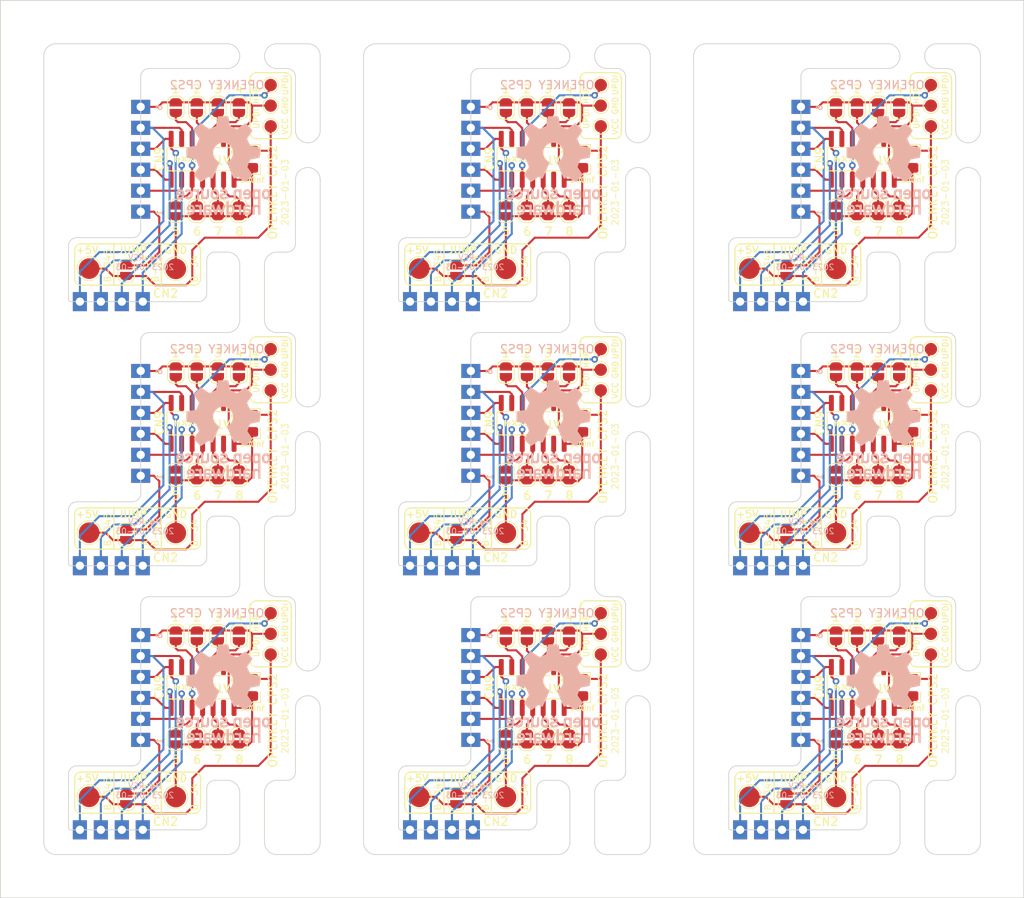
<source format=kicad_pcb>
(kicad_pcb (version 20211014) (generator pcbnew)
  (layers (0 "F.Cu" signal) (31 "B.Cu" signal) (34 "B.Paste" user) (35 "F.Paste" user) (36 "B.SilkS" user "B.Silkscreen") (37 "F.SilkS" user "F.Silkscreen") (38 "B.Mask" user) (39 "F.Mask" user) (44 "Edge.Cuts" user))
  (property "REV" "2023-01-03")
  (net 0 "")
  (net 1 "VCC")
  (net 2 "GND")
  (net 3 "DATA")
  (net 4 "SETUP")
  (net 5 "CLOCK")
  (net 6 "RESET")
  (net 7 "/J8")
  (net 8 "/J7")
  (net 9 "/J6")
  (net 10 "/J4")
  (net 11 "/J3")
  (net 12 "/J2")
  (net 13 "/J1")
  (net 14 "/J5 {slash} UPDI")
  (net 15 "/CN9 VCC")
  (footprint "Jumper:SolderJumper-2_P1.3mm_Open_RoundedPad1.0x1.5mm" (layer "F.Cu") (at 154.9 115 90)
    (fp_text reference "JP68" hide)
    (fp_text value "SolderJumper_2_Open" hide)
  )
  (footprint "TestPoint:TestPoint_Pad_D2.5mm" (layer "F.Cu") (at 136.75 102.5 90)
    (fp_text reference "J25" hide)
    (fp_text value "VCC Pad")
  )
  (footprint "Panelization:mouse-bite-3mm-slot" (layer "F.Cu") (at 116.5 70)
    (fp_text reference "mouse-bite-3mm-slot1" hide)
    (fp_text value "VAL**" hide)
    (fp_arc (start 1.5 0) (mid 1.93934 -1.06066) (end 3 -1.5) (layer "Edge.Cuts") (width 0.1))
    (fp_arc (start -3 -1.5) (mid -1.93934 -1.06066) (end -1.5 0) (layer "Edge.Cuts") (width 0.1))
  )
  (footprint "Jumper:SolderJumper-2_P1.3mm_Open_RoundedPad1.0x1.5mm" (layer "F.Cu") (at 147.25 83 90)
    (fp_text reference "JP44" hide)
    (fp_text value "SolderJumper_2_Open" hide)
  )
  (footprint "Jumper:SolderJumper-2_P1.3mm_Open_RoundedPad1.0x1.5mm" (layer "F.Cu") (at 107.25 83 90)
    (fp_text reference "JP35" hide)
    (fp_text value "SolderJumper_2_Open" hide)
  )
  (footprint "TestPoint:TestPoint_Pad_D1.5mm" (layer "F.Cu") (at 158.75 48.25 90)
    (fp_text reference "J12" hide)
    (fp_text value "J5 / UDPI")
  )
  (footprint "Jumper:SolderJumper-2_P1.3mm_Open_RoundedPad1.0x1.5mm" (layer "F.Cu") (at 109.8 63.5 -90)
    (fp_text reference "JP2" hide)
    (fp_text value "SolderJumper_2_Open")
  )
  (footprint "Connector_PinHeader_2.54mm:PinHeader_1x06_P2.54mm_Vertical" (layer "F.Cu") (at 183 127.6 180)
    (fp_text reference "CN17" hide)
    (fp_text value "Conn_01x06")
  )
  (footprint "Jumper:SolderJumper-2_P1.3mm_Open_RoundedPad1.0x1.5mm" (layer "F.Cu") (at 114.9 83 90)
    (fp_text reference "JP32" hide)
    (fp_text value "SolderJumper_2_Open" hide)
  )
  (footprint "Jumper:SolderJumper-2_P1.3mm_Open_RoundedPad1.0x1.5mm" (layer "F.Cu") (at 152.35 127.5 -90)
    (fp_text reference "JP66" hide)
    (fp_text value "SolderJumper_2_Open")
  )
  (footprint "Connector_PinHeader_2.54mm:PinHeader_1x06_P2.54mm_Vertical" (layer "F.Cu") (at 103 63.6 180)
    (fp_text reference "CN9" hide)
    (fp_text value "Conn_01x06")
  )
  (footprint "Panelization:mouse-bite-3mm-slot" (layer "F.Cu") (at 196.5 108.75 180)
    (fp_text reference "mouse-bite-3mm-slot25" hide)
    (fp_text value "VAL**" hide)
    (fp_arc (start -3 -1.5) (mid -1.93934 -1.06066) (end -1.5 0) (layer "Edge.Cuts") (width 0.1))
    (fp_arc (start 1.5 0) (mid 1.93934 -1.06066) (end 3 -1.5) (layer "Edge.Cuts") (width 0.1))
  )
  (footprint "Panelization:mouse-bite-3mm-slot" (layer "F.Cu") (at 163.25 56.75 90)
    (fp_text reference "mouse-bite-3mm-slot3" hide)
    (fp_text value "VAL**" hide)
    (fp_arc (start -3 -1.5) (mid -1.93934 -1.06066) (end -1.5 0) (layer "Edge.Cuts") (width 0.1))
    (fp_arc (start 1.5 0) (mid 1.93934 -1.06066) (end 3 -1.5) (layer "Edge.Cuts") (width 0.1))
  )
  (footprint "Jumper:SolderJumper-2_P1.3mm_Open_RoundedPad1.0x1.5mm" (layer "F.Cu") (at 109.8 95.5 -90)
    (fp_text reference "JP29" hide)
    (fp_text value "SolderJumper_2_Open")
  )
  (footprint "Jumper:SolderJumper-2_P1.3mm_Open_RoundedPad1.0x1.5mm" (layer "F.Cu") (at 114.9 95.5 -90)
    (fp_text reference "JP31" hide)
    (fp_text value "SolderJumper_2_Open" hide)
  )
  (footprint "TestPoint:TestPoint_Pad_D1.5mm" (layer "F.Cu") (at 198.75 85.25 90)
    (fp_text reference "J34" hide)
    (fp_text value "VCC")
  )
  (footprint "Jumper:SolderJumper-2_P1.3mm_Open_RoundedPad1.0x1.5mm" (layer "F.Cu") (at 141.25 102.75 -90)
    (fp_text reference "JP45" hide)
    (fp_text value "CN9 VCC Jumper")
  )
  (footprint "Connector_PinHeader_2.54mm:PinHeader_1x04_P2.54mm_Vertical" (layer "F.Cu") (at 143.25 138.5 -90)
    (fp_text reference "J44" hide)
    (fp_text value "CN2")
  )
  (footprint "Jumper:SolderJumper-2_P1.3mm_Open_RoundedPad1.0x1.5mm" (layer "F.Cu") (at 181.25 70.75 -90)
    (fp_text reference "JP27" hide)
    (fp_text value "CN9 VCC Jumper")
  )
  (footprint "TestPoint:TestPoint_Pad_D1.5mm" (layer "F.Cu") (at 118.75 80.25 90)
    (fp_text reference "J24" hide)
    (fp_text value "J5 / UDPI")
  )
  (footprint "TestPoint:TestPoint_Pad_D1.5mm" (layer "F.Cu") (at 198.75 48.25 90)
    (fp_text reference "J18" hide)
    (fp_text value "J5 / UDPI")
  )
  (footprint "Jumper:SolderJumper-2_P1.3mm_Open_RoundedPad1.0x1.5mm" (layer "F.Cu") (at 112.35 115 90)
    (fp_text reference "JP60" hide)
    (fp_text value "SolderJumper_2_Open" hide)
  )
  (footprint "Jumper:SolderJumper-2_P1.3mm_Open_RoundedPad1.0x1.5mm" (layer "F.Cu") (at 154.9 83 90)
    (fp_text reference "JP41" hide)
    (fp_text value "SolderJumper_2_Open" hide)
  )
  (footprint "Jumper:SolderJumper-2_P1.3mm_Open_RoundedPad1.0x1.5mm" (layer "F.Cu") (at 114.9 127.5 -90)
    (fp_text reference "JP58" hide)
    (fp_text value "SolderJumper_2_Open" hide)
  )
  (footprint "TestPoint:TestPoint_Pad_D2.5mm" (layer "F.Cu") (at 147.25 70.5)
    (fp_text reference "J9" hide)
    (fp_text value "GND Pad")
  )
  (footprint "Connector_PinHeader_2.54mm:PinHeader_1x06_P2.54mm_Vertical" (layer "F.Cu") (at 143 95.6 180)
    (fp_text reference "CN13" hide)
    (fp_text value "Conn_01x06")
  )
  (footprint "TestPoint:TestPoint_Pad_D1.5mm" (layer "F.Cu") (at 118.75 85.25 90)
    (fp_text reference "J22" hide)
    (fp_text value "VCC")
  )
  (footprint "openkey:SOIC-14_3.9x8.7mm_P1.27mm" (layer "F.Cu") (at 110.5 121.25 -90)
    (fp_text reference "U7" hide)
    (fp_text value "ATtinyxx4")
  )
  (footprint "openkey:C_0805_2012Metric_Pad1.18x1.45mm_HandSolder" (layer "F.Cu") (at 116.5 89.25 90)
    (fp_text reference "C4" hide)
    (fp_text value "100nf")
  )
  (footprint "TestPoint:TestPoint_Pad_D1.5mm" (layer "F.Cu") (at 198.75 80.25 90)
    (fp_text reference "J36" hide)
    (fp_text value "J5 / UDPI")
  )
  (footprint "Panelization:mouse-bite-3mm-slot" (layer "F.Cu") (at 203.25 56.75 90)
    (fp_text reference "mouse-bite-3mm-slot6" hide)
    (fp_text value "VAL**" hide)
    (fp_arc (start 1.5 0) (mid 1.93934 -1.06066) (end 3 -1.5) (layer "Edge.Cuts") (width 0.1))
    (fp_arc (start -3 -1.5) (mid -1.93934 -1.06066) (end -1.5 0) (layer "Edge.Cuts") (width 0.1))
  )
  (footprint "Connector_PinHeader_2.54mm:PinHeader_1x06_P2.54mm_Vertical" (layer "F.Cu") (at 183 63.6 180)
    (fp_text reference "CN11" hide)
    (fp_text value "Conn_01x06")
  )
  (footprint "Panelization:mouse-bite-3mm-slot" (layer "F.Cu") (at 163.25 88.75 90)
    (fp_text reference "mouse-bite-3mm-slot12" hide)
    (fp_text value "VAL**" hide)
    (fp_arc (start -3 -1.5) (mid -1.93934 -1.06066) (end -1.5 0) (layer "Edge.Cuts") (width 0.1))
    (fp_arc (start 1.5 0) (mid 1.93934 -1.06066) (end 3 -1.5) (layer "Edge.Cuts") (width 0.1))
  )
  (footprint "Connector_PinHeader_2.54mm:PinHeader_1x06_P2.54mm_Vertical" (layer "F.Cu") (at 103 95.6 180)
    (fp_text reference "CN12" hide)
    (fp_text value "Conn_01x06")
  )
  (footprint "openkey:SOIC-14_3.9x8.7mm_P1.27mm" (layer "F.Cu") (at 150.5 89.25 -90)
    (fp_text reference "U5" hide)
    (fp_text value "ATtinyxx4")
  )
  (footprint "Jumper:SolderJumper-2_P1.3mm_Open_RoundedPad1.0x1.5mm" (layer "F.Cu") (at 152.35 63.5 -90)
    (fp_text reference "JP12" hide)
    (fp_text value "SolderJumper_2_Open")
  )
  (footprint "Connector_PinHeader_2.54mm:PinHeader_1x04_P2.54mm_Vertical" (layer "F.Cu") (at 143.25 74.5 -90)
    (fp_text reference "J8" hide)
    (fp_text value "CN2")
  )
  (footprint "openkey:C_0805_2012Metric_Pad1.18x1.45mm_HandSolder" (layer "F.Cu") (at 196.5 89.25 90)
    (fp_text reference "C6" hide)
    (fp_text value "100nf")
  )
  (footprint "Jumper:SolderJumper-2_P1.3mm_Open_RoundedPad1.0x1.5mm" (layer "F.Cu") (at 147.25 51 90)
    (fp_text reference "JP17" hide)
    (fp_text value "SolderJumper_2_Open" hide)
  )
  (footprint "Jumper:SolderJumper-2_P1.3mm_Open_RoundedPad1.0x1.5mm" (layer "F.Cu") (at 112.35 63.5 -90)
    (fp_text reference "JP3" hide)
    (fp_text value "SolderJumper_2_Open")
  )
  (footprint "TestPoint:TestPoint_Pad_D2.5mm" (layer "F.Cu") (at 187.25 102.5)
    (fp_text reference "J33" hide)
    (fp_text value "GND Pad")
  )
  (footprint "Connector_PinHeader_2.54mm:PinHeader_1x06_P2.54mm_Vertical" (layer "F.Cu") (at 143 63.6 180)
    (fp_text reference "CN10" hide)
    (fp_text value "Conn_01x06")
  )
  (footprint "Jumper:SolderJumper-2_P1.3mm_Open_RoundedPad1.0x1.5mm" (layer "F.Cu") (at 107.25 95.5 -90)
    (fp_text reference "JP28" hide)
    (fp_text value "SolderJumper_2_Open")
  )
  (footprint "Jumper:SolderJumper-2_P1.3mm_Open_RoundedPad1.0x1.5mm" (layer "F.Cu") (at 154.9 95.5 -90)
    (fp_text reference "JP40" hide)
    (fp_text value "SolderJumper_2_Open" hide)
  )
  (footprint "openkey:SOIC-14_3.9x8.7mm_P1.27mm" (layer "F.Cu") (at 190.5 57.25 -90)
    (fp_text reference "U3" hide)
    (fp_text value "ATtinyxx4")
  )
  (footprint "TestPoint:TestPoint_Pad_D1.5mm" (layer "F.Cu") (at 158.75 85.25 90)
    (fp_text reference "J28" hide)
    (fp_text value "VCC")
  )
  (footprint "TestPoint:TestPoint_Pad_D2.5mm" (layer "F.Cu") (at 107.25 102.5)
    (fp_text reference "J21" hide)
    (fp_text value "GND Pad")
  )
  (footprint "Jumper:SolderJumper-2_P1.3mm_Open_RoundedPad1.0x1.5mm" (layer "F.Cu") (at 107.25 51 90)
    (fp_text reference "JP8" hide)
    (fp_text value "SolderJumper_2_Open" hide)
  )
  (footprint "Connector_PinHeader_2.54mm:PinHeader_1x04_P2.54mm_Vertical" (layer "F.Cu") (at 143.25 106.5 -90)
    (fp_text reference "J26" hide)
    (fp_text value "CN2")
  )
  (footprint "Panelization:mouse-bite-3mm-slot" (layer "F.Cu") (at 196.5 44.75 180)
    (fp_text reference "mouse-bite-3mm-slot7" hide)
    (fp_text value "VAL**" hide)
    (fp_arc (start -3 -1.5) (mid -1.93934 -1.06066) (end -1.5 0) (layer "Edge.Cuts") (width 0.1))
    (fp_arc (start 1.5 0) (mid 1.93934 -1.06066) (end 3 -1.5) (layer "Edge.Cuts") (width 0.1))
  )
  (footprint "Jumper:SolderJumper-2_P1.3mm_Open_RoundedPad1.0x1.5mm" (layer "F.Cu") (at 114.9 51 90)
    (fp_text reference "JP5" hide)
    (fp_text value "SolderJumper_2_Open" hide)
  )
  (footprint "Jumper:SolderJumper-2_P1.3mm_Open_RoundedPad1.0x1.5mm" (layer "F.Cu") (at 149.8 83 90)
    (fp_text reference "JP43" hide)
    (fp_text value "SolderJumper_2_Open" hide)
  )
  (footprint "Jumper:SolderJumper-2_P1.3mm_Open_RoundedPad1.0x1.5mm" (layer "F.Cu") (at 147.25 115 90)
    (fp_text reference "JP71" hide)
    (fp_text value "SolderJumper_2_Open" hide)
  )
  (footprint "Jumper:SolderJumper-2_P1.3mm_Open_RoundedPad1.0x1.5mm" (layer "F.Cu") (at 192.35 127.5 -90)
    (fp_text reference "JP75" hide)
    (fp_text value "SolderJumper_2_Open")
  )
  (footprint "Jumper:SolderJumper-2_P1.3mm_Open_RoundedPad1.0x1.5mm" (layer "F.Cu") (at 112.35 127.5 -90)
    (fp_text reference "JP57" hide)
    (fp_text value "SolderJumper_2_Open")
  )
  (footprint "Panelization:mouse-bite-3mm-slot" (layer "F.Cu") (at 156.5 102)
    (fp_text reference "mouse-bite-3mm-slot11" hide)
    (fp_text value "VAL**" hide)
    (fp_arc (start -3 -1.5) (mid -1.93934 -1.06066) (end -1.5 0) (layer "Edge.Cuts") (width 0.1))
    (fp_arc (start 1.5 0) (mid 1.93934 -1.06066) (end 3 -1.5) (layer "Edge.Cuts") (width 0.1))
  )
  (footprint "Jumper:SolderJumper-2_P1.3mm_Open_RoundedPad1.0x1.5mm" (layer "F.Cu") (at 189.8 115 90)
    (fp_text reference "JP79" hide)
    (fp_text value "SolderJumper_2_Open" hide)
  )
  (footprint "TestPoint:TestPoint_Pad_D2.5mm" (layer "F.Cu") (at 176.75 70.5 90)
    (fp_text reference "J13" hide)
    (fp_text value "VCC Pad")
  )
  (footprint "TestPoint:TestPoint_Pad_D2.5mm" (layer "F.Cu") (at 96.75 102.5 90)
    (fp_text reference "J19" hide)
    (fp_text value "VCC Pad")
  )
  (footprint "TestPoint:TestPoint_Pad_D1.5mm" (layer "F.Cu") (at 118.75 82.75 90)
    (fp_text reference "J23" hide)
    (fp_text value "GND")
  )
  (footprint "TestPoint:TestPoint_Pad_D2.5mm" (layer "F.Cu") (at 96.75 134.5 90)
    (fp_text reference "J37" hide)
    (fp_text value "VCC Pad")
  )
  (footprint "TestPoint:TestPoint_Pad_D2.5mm" (layer "F.Cu") (at 187.25 134.5)
    (fp_text reference "J51" hide)
    (fp_text value "GND Pad")
  )
  (footprint "TestPoint:TestPoint_Pad_D2.5mm" (layer "F.Cu") (at 147.25 134.5)
    (fp_text reference "J45" hide)
    (fp_text value "GND Pad")
  )
  (footprint "Jumper:SolderJumper-2_P1.3mm_Open_RoundedPad1.0x1.5mm" (layer "F.Cu") (at 187.25 83 90)
    (fp_text reference "JP53" hide)
    (fp_text value "SolderJumper_2_Open" hide)
  )
  (footprint "openkey:C_0805_2012Metric_Pad1.18x1.45mm_HandSolder" (layer "F.Cu") (at 116.5 121.25 90)
    (fp_text reference "C7" hide)
    (fp_text value "100nf")
  )
  (footprint "Jumper:SolderJumper-2_P1.3mm_Open_RoundedPad1.0x1.5mm" (layer "F.Cu") (at 187.25 63.5 -90)
    (fp_text reference "JP19" hide)
    (fp_text value "SolderJumper_2_Open")
  )
  (footprint "openkey:C_0805_2012Metric_Pad1.18x1.45mm_HandSolder" (layer "F.Cu") (at 116.5 57.25 90)
    (fp_text reference "C1" hide)
    (fp_text value "100nf")
  )
  (footprint "Jumper:SolderJumper-2_P1.3mm_Open_RoundedPad1.0x1.5mm" (layer "F.Cu") (at 187.25 51 90)
    (fp_text reference "JP26" hide)
    (fp_text value "SolderJumper_2_Open" hide)
  )
  (footprint "Connector_PinHeader_2.54mm:PinHeader_1x06_P2.54mm_Vertical" (layer "F.Cu") (at 103 127.6 180)
    (fp_text reference "CN15" hide)
    (fp_text value "Conn_01x06")
  )
  (footprint "Jumper:SolderJumper-2_P1.3mm_Open_RoundedPad1.0x1.5mm" (layer "F.Cu") (at 109.8 51 90)
    (fp_text reference "JP7" hide)
    (fp_text value "SolderJumper_2_Open" hide)
  )
  (footprint "Jumper:SolderJumper-2_P1.3mm_Open_RoundedPad1.0x1.5mm" (layer "F.Cu") (at 141.25 70.75 -90)
    (fp_text reference "JP18" hide)
    (fp_text value "CN9 VCC Jumper")
  )
  (footprint "TestPoint:TestPoint_Pad_D2.5mm" (layer "F.Cu") (at 107.25 70.5)
    (fp_text reference "J3" hide)
    (fp_text value "GND Pad")
  )
  (footprint "Panelization:mouse-bite-3mm-slot" (layer "F.Cu") (at 116.5 76.75 180)
    (fp_text reference "mouse-bite-3mm-slot10" hide)
    (fp_text value "VAL**" hide)
    (fp_arc (start -3 -1.5) (mid -1.93934 -1.06066) (end -1.5 0) (layer "Edge.Cuts") (width 0.1))
    (fp_arc (start 1.5 0) (mid 1.93934 -1.06066) (end 3 -1.5) (layer "Edge.Cuts") (width 0.1))
  )
  (footprint "TestPoint:TestPoint_Pad_D1.5mm" (layer "F.Cu") (at 158.75 50.75 90)
    (fp_text reference "J11" hide)
    (fp_text value "GND")
  )
  (footprint "Jumper:SolderJumper-2_P1.3mm_Open_RoundedPad1.0x1.5mm" (layer "F.Cu") (at 192.35 95.5 -90)
    (fp_text reference "JP48" hide)
    (fp_text value "SolderJumper_2_Open")
  )
  (footprint "Connector_PinHeader_2.54mm:PinHeader_1x04_P2.54mm_Vertical" (layer "F.Cu") (at 103.25 74.5 -90)
    (fp_text reference "J2" hide)
    (fp_text value "CN2")
  )
  (footprint "Jumper:SolderJumper-2_P1.3mm_Open_RoundedPad1.0x1.5mm" (layer "F.Cu") (at 154.9 51 90)
    (fp_text reference "JP14" hide)
    (fp_text value "SolderJumper_2_Open" hide)
  )
  (footprint "TestPoint:TestPoint_Pad_D2.5mm" (layer "F.Cu") (at 107.25 134.5)
    (fp_text reference "J39" hide)
    (fp_text value "GND Pad")
  )
  (footprint "Connector_PinHeader_2.54mm:PinHeader_1x04_P2.54mm_Vertical" (layer "F.Cu") (at 183.25 138.5 -90)
    (fp_text reference "J50" hide)
    (fp_text value "CN2")
  )
  (footprint "Jumper:SolderJumper-2_P1.3mm_Open_RoundedPad1.0x1.5mm" (layer "F.Cu") (at 141.25 134.75 -90)
    (fp_text reference "JP72" hide)
    (fp_text value "CN9 VCC Jumper")
  )
  (footprint "Panelization:mouse-bite-3mm-slot" (layer "F.Cu") (at 156.5 134)
    (fp_text reference "mouse-bite-3mm-slot20" hide)
    (fp_text value "VAL**" hide)
    (fp_arc (start -3 -1.5) (mid -1.93934 -1.06066) (end -1.5 0) (layer "Edge.Cuts") (width 0.1))
    (fp_arc (start 1.5 0) (mid 1.93934 -1.06066) (end 3 -1.5) (layer "Edge.Cuts") (width 0.1))
  )
  (footprint "Connector_PinHeader_2.54mm:PinHeader_1x06_P2.54mm_Vertical" (layer "F.Cu") (at 183 95.6 180)
    (fp_text reference "CN14" hide)
    (fp_text value "Conn_01x06")
  )
  (footprint "TestPoint:TestPoint_Pad_D1.5mm" (layer "F.Cu") (at 118.75 48.25 90)
    (fp_text reference "J6" hide)
    (fp_text value "J5 / UDPI")
  )
  (footprint "Jumper:SolderJumper-2_P1.3mm_Open_RoundedPad1.0x1.5mm" (layer "F.Cu") (at 107.25 127.5 -90)
    (fp_text reference "JP55" hide)
    (fp_text value "SolderJumper_2_Open")
  )
  (footprint "TestPoint:TestPoint_Pad_D2.5mm" (layer "F.Cu") (at 136.75 134.5 90)
    (fp_text reference "J43" hide)
    (fp_text value "VCC Pad")
  )
  (footprint "Connector_PinHeader_2.54mm:PinHeader_1x04_P2.54mm_Vertical" (layer "F.Cu") (at 103.25 106.5 -90)
    (fp_text reference "J20" hide)
    (fp_text value "CN2")
  )
  (footprint "Jumper:SolderJumper-2_P1.3mm_Open_RoundedPad1.0x1.5mm" (layer "F.Cu") (at 109.8 127.5 -90)
    (fp_text reference "JP56" hide)
    (fp_text value "SolderJumper_2_Open")
  )
  (footprint "TestPoint:TestPoint_Pad_D1.5mm" (layer "F.Cu") (at 158.75 80.25 90)
    (fp_text reference "J30" hide)
    (fp_text value "J5 / UDPI")
  )
  (footprint "Jumper:SolderJumper-2_P1.3mm_Open_RoundedPad1.0x1.5mm" (layer "F.Cu") (at 109.8 83 90)
    (fp_text reference "JP34" hide)
    (fp_text value "SolderJumper_2_Open" hide)
  )
  (footprint "Jumper:SolderJumper-2_P1.3mm_Open_RoundedPad1.0x1.5mm" (layer "F.Cu") (at 194.9 95.5 -90)
    (fp_text reference "JP49" hide)
    (fp_text value "SolderJumper_2_Open" hide)
  )
  (footprint "Jumper:SolderJumper-2_P1.3mm_Open_RoundedPad1.0x1.5mm" (layer "F.Cu") (at 114.9 63.5 -90)
    (fp_text reference "JP4" hide)
    (fp_text value "SolderJumper_2_Open" hide)
  )
  (footprint "Jumper:SolderJumper-2_P1.3mm_Open_RoundedPad1.0x1.5mm" (layer "F.Cu") (at 192.35 51 90)
    (fp_text reference "JP24" hide)
    (fp_text value "SolderJumper_2_Open" hide)
  )
  (footprint "Panelization:mouse-bite-3mm-slot" (layer "F.Cu") (at 156.5 44.75 180)
    (fp_text reference "mouse-bite-3mm-slot4" hide)
    (fp_text value "VAL**" hide)
    (fp_arc (start -3 -1.5) (mid -1.93934 -1.06066) (end -1.5 0) (layer "Edge.Cuts") (width 0.1))
    (fp_arc (start 1.5 0) (mid 1.93934 -1.06066) (end 3 -1.5) (layer "Edge.Cuts") (width 0.1))
  )
  (footprint "TestPoint:TestPoint_Pad_D1.5mm" (layer "F.Cu") (at 198.75 50.75 90)
    (fp_text reference "J17" hide)
    (fp_text value "GND")
  )
  (footprint "TestPoint:TestPoint_Pad_D2.5mm" (layer "F.Cu") (at 147.25 102.5)
    (fp_text reference "J27" hide)
    (fp_text value "GND Pad")
  )
  (footprint "openkey:SOIC-14_3.9x8.7mm_P1.27mm" (layer "F.Cu") (at 150.5 121.25 -90)
    (fp_text reference "U8" hide)
    (fp_text value "ATtinyxx4")
  )
  (footprint "Jumper:SolderJumper-2_P1.3mm_Open_RoundedPad1.0x1.5mm" (layer "F.Cu") (at 112.35 95.5 -90)
    (fp_text reference "JP30" hide)
    (fp_text value "SolderJumper_2_Open")
  )
  (footprint "Jumper:SolderJumper-2_P1.3mm_Open_RoundedPad1.0x1.5mm" (layer "F.Cu") (at 189.8 63.5 -90)
    (fp_text reference "JP20" hide)
    (fp_text value "SolderJumper_2_Open")
  )
  (footprint "Jumper:SolderJumper-2_P1.3mm_Open_RoundedPad1.0x1.5mm" (layer "F.Cu") (at 114.9 115 90)
    (fp_text reference "JP59" hide)
    (fp_text value "SolderJumper_2_Open" hide)
  )
  (footprint "Jumper:SolderJumper-2_P1.3mm_Open_RoundedPad1.0x1.5mm" (layer "F.Cu") (at 149.8 51 90)
    (fp_text reference "JP16" hide)
    (fp_text value "SolderJumper_2_Open" hide)
  )
  (footprint "Jumper:SolderJumper-2_P1.3mm_Open_RoundedPad1.0x1.5mm" (layer "F.Cu") (at 107.25 115 90)
    (fp_text reference "JP62" hide)
    (fp_text value "SolderJumper_2_Open" hide)
  )
  (footprint "TestPoint:TestPoint_Pad_D1.5mm" (layer "F.Cu") (at 118.75 114.75 90)
    (fp_text reference "J41" hide)
    (fp_text value "GND")
  )
  (footprint "Jumper:SolderJumper-2_P1.3mm_Open_RoundedPad1.0x1.5mm" (layer "F.Cu") (at 101.25 102.75 -90)
    (fp_text reference "JP36" hide)
    (fp_text value "CN9 VCC Jumper")
  )
  (footprint "Jumper:SolderJumper-2_P1.3mm_Open_RoundedPad1.0x1.5mm" (layer "F.Cu") (at 189.8 127.5 -90)
    (fp_text reference "JP74" hide)
    (fp_text value "SolderJumper_2_Open")
  )
  (footprint "Connector_PinHeader_2.54mm:PinHeader_1x04_P2.54mm_Vertical" (layer "F.Cu") (at 183.25 106.5 -90)
    (fp_text reference "J32" hide)
    (fp_text value "CN2")
  )
  (footprint "Panelization:mouse-bite-3mm-slot" (layer "F.Cu") (at 196.5 76.75 180)
    (fp_text reference "mouse-bite-3mm-slot16" hide)
    (fp_text value "VAL**" hide)
    (fp_arc (start 1.5 0) (mid 1.93934 -1.06066) (end 3 -1.5) (layer "Edge.Cuts") (width 0.1))
    (fp_arc (start -3 -1.5) (mid -1.93934 -1.06066) (end -1.5 0) (layer "Edge.Cuts") (width 0.1))
  )
  (footprint "Jumper:SolderJumper-2_P1.3mm_Open_RoundedPad1.0x1.5mm" (layer "F.Cu") (at 149.8 95.5 -90)
    (fp_text reference "JP38" hide)
    (fp_text value "SolderJumper_2_Open")
  )
  (footprint "TestPoint:TestPoint_Pad_D1.5mm" (layer "F.Cu") (at 198.75 114.75 90)
    (fp_text reference "J53" hide)
    (fp_text value "GND")
  )
  (footprint "Jumper:SolderJumper-2_P1.3mm_Open_RoundedPad1.0x1.5mm" (layer "F.Cu") (at 194.9 83 90)
    (fp_text reference "JP50" hide)
    (fp_text value "SolderJumper_2_Open" hide)
  )
  (footprint "TestPoint:TestPoint_Pad_D1.5mm" (layer "F.Cu") (at 198.75 53.25 90)
    (fp_text reference "J16" hide)
    (fp_text value "VCC")
  )
  (footprint "Jumper:SolderJumper-2_P1.3mm_Open_RoundedPad1.0x1.5mm" (layer "F.Cu") (at 194.9 51 90)
    (fp_text reference "JP23" hide)
    (fp_text value "SolderJumper_2_Open" hide)
  )
  (footprint "Jumper:SolderJumper-2_P1.3mm_Open_RoundedPad1.0x1.5mm" (layer "F.Cu") (at 154.9 63.5 -90)
    (fp_text reference "JP13" hide)
    (fp_text value "SolderJumper_2_Open" hide)
  )
  (footprint "TestPoint:TestPoint_Pad_D1.5mm" (layer "F.Cu") (at 158.75 112.25 90)
    (fp_text reference "J48" hide)
    (fp_text value "J5 / UDPI")
  )
  (footprint "TestPoint:TestPoint_Pad_D2.5mm" (layer "F.Cu") (at 176.75 134.5 90)
    (fp_text reference "J49" hide)
    (fp_text value "VCC Pad")
  )
  (footprint "Jumper:SolderJumper-2_P1.3mm_Open_RoundedPad1.0x1.5mm" (layer "F.Cu") (at 187.25 95.5 -90)
    (fp_text reference "JP46" hide)
    (fp_text value "SolderJumper_2_Open")
  )
  (footprint "Jumper:SolderJumper-2_P1.3mm_Open_RoundedPad1.0x1.5mm" (layer "F.Cu") (at 147.25 63.5 -90)
    (fp_text reference "JP10" hide)
    (fp_text value "SolderJumper_2_Open")
  )
  (footprint "Jumper:SolderJumper-2_P1.3mm_Open_RoundedPad1.0x1.5mm" (layer "F.Cu") (at 189.8 83 90)
    (fp_text reference "JP52" hide)
    (fp_text value "SolderJumper_2_Open" hide)
  )
  (footprint "openkey:SOIC-14_3.9x8.7mm_P1.27mm" (layer "F.Cu") (at 190.5 89.25 -90)
    (fp_text reference "U6" hide)
    (fp_text value "ATtinyxx4")
  )
  (footprint "TestPoint:TestPoint_Pad_D1.5mm" (layer "F.Cu") (at 118.75 117.25 90)
    (fp_text reference "J40" hide)
    (fp_text value "VCC")
  )
  (footprint "Panelization:mouse-bite-3mm-slot" (layer "F.Cu") (at 156.5 108.75 180)
    (fp_text reference "mouse-bite-3mm-slot22" hide)
    (fp_text value "VAL**" hide)
    (fp_arc (start -3 -1.5) (mid -1.93934 -1.06066) (end -1.5 0) (layer "Edge.Cuts") (width 0.1))
    (fp_arc (start 1.5 0) (mid 1.93934 -1.06066) (end 3 -1.5) (layer "Edge.Cuts") (width 0.1))
  )
  (footprint "TestPoint:TestPoint_Pad_D1.5mm" (layer "F.Cu") (at 198.75 117.25 90)
    (fp_text reference "J52" hide)
    (fp_text value "VCC")
  )
  (footprint "Jumper:SolderJumper-2_P1.3mm_Open_RoundedPad1.0x1.5mm" (layer "F.Cu") (at 149.8 115 90)
    (fp_text reference "JP70" hide)
    (fp_text value "SolderJumper_2_Open" hide)
  )
  (footprint "TestPoint:TestPoint_Pad_D1.5mm" (layer "F.Cu") (at 118.75 53.25 90)
    (fp_text reference "J4" hide)
    (fp_text value "VCC")
  )
  (footprint "openkey:C_0805_2012Metric_Pad1.18x1.45mm_HandSolder" (layer "F.Cu") (at 196.5 57.25 90)
    (fp_text reference "C3" hide)
    (fp_text value "100nf")
  )
  (footprint "Panelization:mouse-bite-3mm-slot" (layer "F.Cu") (at 123.25 88.75 90)
    (fp_text reference "mouse-bite-3mm-slot9" hide)
    (fp_text value "VAL**" hide)
    (fp_arc (start -3 -1.5) (mid -1.93934 -1.06066) (end -1.5 0) (layer "Edge.Cuts") (width 0.1))
    (fp_arc (start 1.5 0) (mid 1.93934 -1.06066) (end 3 -1.5) (layer "Edge.Cuts") (width 0.1))
  )
  (footprint "Jumper:SolderJumper-2_P1.3mm_Open_RoundedPad1.0x1.5mm" (layer "F.Cu") (at 101.25 70.75 -90)
    (fp_text reference "JP9" hide)
    (fp_text value "CN9 VCC Jumper")
  )
  (footprint "Jumper:SolderJumper-2_P1.3mm_Open_RoundedPad1.0x1.5mm" (layer "F.Cu") (at 152.35 95.5 -90)
    (fp_text reference "JP39" hide)
    (fp_text value "SolderJumper_2_Open")
  )
  (footprint "TestPoint:TestPoint_Pad_D1.5mm" (layer "F.Cu") (at 118.75 112.25 90)
    (fp_text reference "J42" hide)
    (fp_text value "J5 / UDPI")
  )
  (footprint "Jumper:SolderJumper-2_P1.3mm_Open_RoundedPad1.0x1.5mm" (layer "F.Cu") (at 152.35 115 90)
    (fp_text reference "JP69" hide)
    (fp_text value "SolderJumper_2_Open" hide)
  )
  (footprint "Jumper:SolderJumper-2_P1.3mm_Open_RoundedPad1.0x1.5mm" (layer "F.Cu") (at 192.35 63.5 -90)
    (fp_text reference "JP21" hide)
    (fp_text value "SolderJumper_2_Open")
  )
  (footprint "TestPoint:TestPoint_Pad_D2.5mm" (layer "F.Cu") (at 96.75 70.5 90)
    (fp_text reference "J1" hide)
    (fp_text value "VCC Pad")
  )
  (footprint "Connector_PinHeader_2.54mm:PinHeader_1x04_P2.54mm_Vertical" (layer "F.Cu") (at 103.25 138.5 -90)
    (fp_text reference "J38" hide)
    (fp_text value "CN2")
  )
  (footprint "openkey:SOIC-14_3.9x8.7mm_P1.27mm" (layer "F.Cu") (at 110.5 89.25 -90)
    (fp_text reference "U4" hide)
    (fp_text value "ATtinyxx4")
  )
  (footprint "Jumper:SolderJumper-2_P1.3mm_Open_RoundedPad1.0x1.5mm" (layer "F.Cu") (at 107.25 63.5 -90)
    (fp_text reference "JP1" hide)
    (fp_text value "SolderJumper_2_Open")
  )
  (footprint "Jumper:SolderJumper-2_P1.3mm_Open_RoundedPad1.0x1.5mm" (layer "F.Cu") (at 187.25 127.5 -90)
    (fp_text reference "JP73" hide)
    (fp_text value "SolderJumper_2_Open")
  )
  (footprint "Panelization:mouse-bite-3mm-slot" (layer "F.Cu") (at 163.25 120.75 90)
    (fp_text reference "mouse-bite-3mm-slot21" hide)
    (fp_text value "VAL**" hide)
    (fp_arc (start -3 -1.5) (mid -1.93934 -1.06066) (end -1.5 0) (layer "Edge.Cuts") (width 0.1))
    (fp_arc (start 1.5 0) (mid 1.93934 -1.06066) (end 3 -1.5) (layer "Edge.Cuts") (width 0.1))
  )
  (footprint "openkey:SOIC-14_3.9x8.7mm_P1.27mm" (layer "F.Cu") (at 110.5 57.25 -90)
    (fp_text reference "U1" hide)
    (fp_text value "ATtinyxx4")
  )
  (footprint "Jumper:SolderJumper-2_P1.3mm_Open_RoundedPad1.0x1.5mm" (layer "F.Cu") (at 192.35 115 90)
    (fp_text reference "JP78" hide)
    (fp_text value "SolderJumper_2_Open" hide)
  )
  (footprint "Panelization:mouse-bite-3mm-slot" (layer "F.Cu") (at 123.25 120.75 90)
    (fp_text reference "mouse-bite-3mm-slot18" hide)
    (fp_text value "VAL**" hide)
    (fp_arc (start -3 -1.5) (mid -1.93934 -1.06066) (end -1.5 0) (layer "Edge.Cuts") (width 0.1))
    (fp_arc (start 1.5 0) (mid 1.93934 -1.06066) (end 3 -1.5) (layer "Edge.Cuts") (width 0.1))
  )
  (footprint "Connector_PinHeader_2.54mm:PinHeader_1x04_P2.54mm_Vertical" (layer "F.Cu") (at 183.25 74.5 -90)
    (fp_text reference "J14" hide)
    (fp_text value "CN2")
  )
  (footprint "openkey:SOIC-14_3.9x8.7mm_P1.27mm" (layer "F.Cu") (at 150.5 57.25 -90)
    (fp_text reference "U2" hide)
    (fp_text value "ATtinyxx4")
  )
  (footprint "Jumper:SolderJumper-2_P1.3mm_Open_RoundedPad1.0x1.5mm" (layer "F.Cu") (at 154.9 127.5 -90)
    (fp_text reference "JP67" hide)
    (fp_text value "SolderJumper_2_Open" hide)
  )
  (footprint "Jumper:SolderJumper-2_P1.3mm_Open_RoundedPad1.0x1.5mm" (layer "F.Cu") (at 109.8 115 90)
    (fp_text reference "JP61" hide)
    (fp_text value "SolderJumper_2_Open" hide)
  )
  (footprint "Panelization:mouse-bite-3mm-slot" (layer "F.Cu") (at 196.5 70)
    (fp_text reference "mouse-bite-3mm-slot5" hide)
    (fp_text value "VAL**" hide)
    (fp_arc (start 1.5 0) (mid 1.93934 -1.06066) (end 3 -1.5) (layer "Edge.Cuts") (width 0.1))
    (fp_arc (start -3 -1.5) (mid -1.93934 -1.06066) (end -1.5 0) (layer "Edge.Cuts") (width 0.1))
  )
  (footprint "TestPoint:TestPoint_Pad_D1.5mm" (layer "F.Cu") (at 198.75 82.75 90)
    (fp_text reference "J35" hide)
    (fp_text value "GND")
  )
  (footprint "Panelization:mouse-bite-3mm-slot" (layer "F.Cu") (at 203.25 120.75 90)
    (fp_text reference "mouse-bite-3mm-slot24" hide)
    (fp_text value "VAL**" hide)
    (fp_arc (start 1.5 0) (mid 1.93934 -1.06066) (end 3 -1.5) (layer "Edge.Cuts") (width 0.1))
    (fp_arc (start -3 -1.5) (mid -1.93934 -1.06066) (end -1.5 0) (layer "Edge.Cuts") (width 0.1))
  )
  (footprint "Panelization:mouse-bite-3mm-slot" (layer "F.Cu") (at 196.5 102)
    (fp_text reference "mouse-bite-3mm-slot14" hide)
    (fp_text value "VAL**" hide)
    (fp_arc (start 1.5 0) (mid 1.93934 -1.06066) (end 3 -1.5) (layer "Edge.Cuts") (width 0.1))
    (fp_arc (start -3 -1.5) (mid -1.93934 -1.06066) (end -1.5 0) (layer "Edge.Cuts") (width 0.1))
  )
  (footprint "Jumper:SolderJumper-2_P1.3mm_Open_RoundedPad1.0x1.5mm" (layer "F.Cu") (at 147.25 127.5 -90)
    (fp_text reference "JP64" hide)
    (fp_text value "SolderJumper_2_Open")
  )
  (footprint "Jumper:SolderJumper-2_P1.3mm_Open_RoundedPad1.0x1.5mm" (layer "F.Cu") (at 112.35 51 90)
    (fp_text reference "JP6" hide)
    (fp_text value "SolderJumper_2_Open" hide)
  )
  (footprint "Panelization:mouse-bite-3mm-slot" (layer "F.Cu") (at 116.5 44.75 180)
    (fp_text reference "mouse-bite-3mm-slot1" hide)
    (fp_text value "VAL**" hide)
    (fp_arc (start 1.5 0) (mid 1.93934 -1.06066) (end 3 -1.5) (layer "Edge.Cuts") (width 0.1))
    (fp_arc (start -3 -1.5) (mid -1.93934 -1.06066) (end -1.5 0) (layer "Edge.Cuts") (width 0.1))
  )
  (footprint "Panelization:mouse-bite-3mm-slot" (layer "F.Cu") (at 203.25 88.75 90)
    (fp_text reference "mouse-bite-3mm-slot15" hide)
    (fp_text value "VAL**" hide)
    (fp_arc (start -3 -1.5) (mid -1.93934 -1.06066) (end -1.5 0) (layer "Edge.Cuts") (width 0.1))
    (fp_arc (start 1.5 0) (mid 1.93934 -1.06066) (end 3 -1.5) (layer "Edge.Cuts") (width 0.1))
  )
  (footprint "Panelization:mouse-bite-3mm-slot" (layer "F.Cu") (at 196.5 134)
    (fp_text reference "mouse-bite-3mm-slot23" hide)
    (fp_text value "VAL**" hide)
    (fp_arc (start -3 -1.5) (mid -1.93934 -1.06066) (end -1.5 0) (layer "Edge.Cuts") (width 0.1))
    (fp_arc (start 1.5 0) (mid 1.93934 -1.06066) (end 3 -1.5) (layer "Edge.Cuts") (width 0.1))
  )
  (footprint "Jumper:SolderJumper-2_P1.3mm_Open_RoundedPad1.0x1.5mm" (layer "F.Cu") (at 112.35 83 90)
    (fp_text reference "JP33" hide)
    (fp_text value "SolderJumper_2_Open" hide)
  )
  (footprint "Connector_PinHeader_2.54mm:PinHeader_1x06_P2.54mm_Vertical" (layer "F.Cu") (at 143 127.6 180)
    (fp_text reference "CN16" hide)
    (fp_text value "Conn_01x06")
  )
  (footprint "Jumper:SolderJumper-2_P1.3mm_Open_RoundedPad1.0x1.5mm" (layer "F.Cu") (at 101.25 134.75 -90)
    (fp_text reference "JP63" hide)
    (fp_text value "CN9 VCC Jumper")
  )
  (footprint "TestPoint:TestPoint_Pad_D1.5mm" (layer "F.Cu") (at 158.75 117.25 90)
    (fp_text reference "J46" hide)
    (fp_text value "VCC")
  )
  (footprint "TestPoint:TestPoint_Pad_D2.5mm" (layer "F.Cu") (at 136.75 70.5 90)
    (fp_text reference "J7" hide)
    (fp_text value "VCC Pad")
  )
  (footprint "Jumper:SolderJumper-2_P1.3mm_Open_RoundedPad1.0x1.5mm" (layer "F.Cu") (at 192.35 83 90)
    (fp_text reference "JP51" hide)
    (fp_text value "SolderJumper_2_Open" hide)
  )
  (footprint "Jumper:SolderJumper-2_P1.3mm_Open_RoundedPad1.0x1.5mm" (layer "F.Cu") (at 194.9 115 90)
    (fp_text reference "JP77" hide)
    (fp_text value "SolderJumper_2_Open" hide)
  )
  (footprint "Panelization:mouse-bite-3mm-slot" (layer "F.Cu") (at 116.5 134)
    (fp_text reference "mouse-bite-3mm-slot17" hide)
    (fp_text value "VAL**" hide)
    (fp_arc (start 1.5 0) (mid 1.93934 -1.06066) (end 3 -1.5) (layer "Edge.Cuts") (width 0.1))
    (fp_arc (start -3 -1.5) (mid -1.93934 -1.06066) (end -1.5 0) (layer "Edge.Cuts") (width 0.1))
  )
  (footprint "openkey:SOIC-14_3.9x8.7mm_P1.27mm" (layer "F.Cu") (at 190.5 121.25 -90)
    (fp_text reference "U9" hide)
    (fp_text value "ATtinyxx4")
  )
  (footprint "openkey:C_0805_2012Metric_Pad1.18x1.45mm_HandSolder" (layer "F.Cu") (at 156.5 121.25 90)
    (fp_text reference "C8" hide)
    (fp_text value "100nf")
  )
  (footprint "Panelization:mouse-bite-3mm-slot" (layer "F.Cu") (at 116.5 108.75 180)
    (fp_text reference "mouse-bite-3mm-slot19" hide)
    (fp_text value "VAL**" hide)
    (fp_arc (start 1.5 0) (mid 1.93934 -1.06066) (end 3 -1.5) (layer "Edge.Cuts") (width 0.1))
    (fp_arc (start -3 -1.5) (mid -1.93934 -1.06066) (end -1.5 0) (layer "Edge.Cuts") (width 0.1))
  )
  (footprint "Panelization:mouse-bite-3mm-slot" (layer "F.Cu") (at 116.5 102)
    (fp_text reference "mouse-bite-3mm-slot8" hide)
    (fp_text value "VAL**" hide)
    (fp_arc (start -3 -1.5) (mid -1.93934 -1.06066) (end -1.5 0) (layer "Edge.Cuts") (width 0.1))
    (fp_arc (start 1.5 0) (mid 1.93934 -1.06066) (end 3 -1.5) (layer "Edge.Cuts") (width 0.1))
  )
  (footprint "TestPoint:TestPoint_Pad_D2.5mm" (layer "F.Cu") (at 187.25 70.5)
    (fp_text reference "J15" hide)
    (fp_text value "GND Pad")
  )
  (footprint "Jumper:SolderJumper-2_P1.3mm_Open_RoundedPad1.0x1.5mm" (layer "F.Cu") (at 149.8 63.5 -90)
    (fp_text reference "JP11" hide)
    (fp_text value "SolderJumper_2_Open")
  )
  (footprint "TestPoint:TestPoint_Pad_D2.5mm" (layer "F.Cu") (at 176.75 102.5 90)
    (fp_text reference "J31" hide)
    (fp_text value "VCC Pad")
  )
  (footprint "Jumper:SolderJumper-2_P1.3mm_Open_RoundedPad1.0x1.5mm" (layer "F.Cu") (at 181.25 134.75 -90)
    (fp_text reference "JP81" hide)
    (fp_text value "CN9 VCC Jumper")
  )
  (footprint "TestPoint:TestPoint_Pad_D1.5mm" (layer "F.Cu") (at 198.75 112.25 90)
    (fp_text reference "J54" hide)
    (fp_text value "J5 / UDPI")
  )
  (footprint "Panelization:mouse-bite-3mm-slot" (layer "F.Cu") (at 156.5 70)
    (fp_text reference "mouse-bite-3mm-slot2" hide)
    (fp_text value "VAL**" hide)
    (fp_arc (start -3 -1.5) (mid -1.93934 -1.06066) (end -1.5 0) (layer "Edge.Cuts") (width 0.1))
    (fp_arc (start 1.5 0) (mid 1.93934 -1.06066) (end 3 -1.5) (layer "Edge.Cuts") (width 0.1))
  )
  (footprint "openkey:C_0805_2012Metric_Pad1.18x1.45mm_HandSolder" (layer "F.Cu") (at 196.5 121.25 90)
    (fp_text reference "C9" hide)
    (fp_text value "100nf")
  )
  (footprint "Jumper:SolderJumper-2_P1.3mm_Open_RoundedPad1.0x1.5mm" (layer "F.Cu") (at 194.9 127.5 -90)
    (fp_text reference "JP76" hide)
    (fp_text value "SolderJumper_2_Open" hide)
  )
  (footprint "Jumper:SolderJumper-2_P1.3mm_Open_RoundedPad1.0x1.5mm" (layer "F.Cu") (at 147.25 95.5 -90)
    (fp_text reference "JP37" hide)
    (fp_text value "SolderJumper_2_Open")
  )
  (footprint "Jumper:SolderJumper-2_P1.3mm_Open_RoundedPad1.0x1.5mm" (layer "F.Cu") (at 189.8 51 90)
    (fp_text reference "JP25" hide)
    (fp_text value "SolderJumper_2_Open" hide)
  )
  (footprint "Jumper:SolderJumper-2_P1.3mm_Open_RoundedPad1.0x1.5mm" (layer "F.Cu") (at 194.9 63.5 -90)
    (fp_text reference "JP22" hide)
    (fp_text value "SolderJumper_2_Open" hide)
  )
  (footprint "openkey:C_0805_2012Metric_Pad1.18x1.45mm_HandSolder" (layer "F.Cu") (at 156.5 89.25 90)
    (fp_text reference "C5" hide)
    (fp_text value "100nf")
  )
  (footprint "Panelization:mouse-bite-3mm-slot" (layer "F.Cu") (at 156.5 76.75 180)
    (fp_text reference "mouse-bite-3mm-slot13" hide)
    (fp_text value "VAL**" hide)
    (fp_arc (start 1.5 0) (mid 1.93934 -1.06066) (end 3 -1.5) (layer "Edge.Cuts") (width 0.1))
    (fp_arc (start -3 -1.5) (mid -1.93934 -1.06066) (end -1.5 0) (layer "Edge.Cuts") (width 0.1))
  )
  (footprint "Panelization:mouse-bite-3mm-slot" (layer "F.Cu") (at 123.25 56.75 90)
    (fp_text reference "mouse-bite-3mm-slot1" hide)
    (fp_text value "VAL**" hide)
    (fp_arc (start -3 -1.5) (mid -1.93934 -1.06066) (end -1.5 0) (layer "Edge.Cuts") (width 0.1))
    (fp_arc (start 1.5 0) (mid 1.93934 -1.06066) (end 3 -1.5) (layer "Edge.Cuts") (width 0.1))
  )
  (footprint "Jumper:SolderJumper-2_P1.3mm_Open_RoundedPad1.0x1.5mm" (layer "F.Cu") (at 187.25 115 90)
    (fp_text reference "JP80" hide)
    (fp_text value "SolderJumper_2_Open" hide)
  )
  (footprint "Jumper:SolderJumper-2_P1.3mm_Open_RoundedPad1.0x1.5mm" (layer "F.Cu") (at 152.35 83 90)
    (fp_text reference "JP42" hide)
    (fp_text value "SolderJumper_2_Open" hide)
  )
  (footprint "Jumper:SolderJumper-2_P1.3mm_Open_RoundedPad1.0x1.5mm" (layer "F.Cu") (at 152.35 51 90)
    (fp_text reference "JP15" hide)
    (fp_text value "SolderJumper_2_Open" hide)
  )
  (footprint "TestPoint:TestPoint_Pad_D1.5mm" (layer "F.Cu") (at 158.75 114.75 90)
    (fp_text reference "J47" hide)
    (fp_text value "GND")
  )
  (footprint "TestPoint:TestPoint_Pad_D1.5mm" (layer "F.Cu") (at 118.75 50.75 90)
    (fp_text reference "J5" hide)
    (fp_text value "GND")
  )
  (footprint "TestPoint:TestPoint_Pad_D1.5mm" (layer "F.Cu") (at 158.75 82.75 90)
    (fp_text reference "J29" hide)
    (fp_text value "GND")
  )
  (footprint "Jumper:SolderJumper-2_P1.3mm_Open_RoundedPad1.0x1.5mm" (layer "F.Cu") (at 189.8 95.5 -90)
    (fp_text reference "JP47" hide)
    (fp_text value "SolderJumper_2_Open")
  )
  (footprint "TestPoint:TestPoint_Pad_D1.5mm" (layer "F.Cu") (at 158.75 53.25 90)
    (fp_text reference "J10" hide)
    (fp_text value "VCC")
  )
  (footprint "Jumper:SolderJumper-2_P1.3mm_Open_RoundedPad1.0x1.5mm" (layer "F.Cu") (at 149.8 127.5 -90)
    (fp_text reference "JP65" hide)
    (fp_text value "SolderJumper_2_Open")
  )
  (footprint "Jumper:SolderJumper-2_P1.3mm_Open_RoundedPad1.0x1.5mm" (layer "F.Cu") (at 181.25 102.75 -90)
    (fp_text reference "JP54" hide)
    (fp_text value "CN9 VCC Jumper")
  )
  (footprint "openkey:C_0805_2012Metric_Pad1.18x1.45mm_HandSolder" (layer "F.Cu") (at 156.5 57.25 90)
    (fp_text reference "C2" hide)
    (fp_text value "100nf")
  )
  (footprint "Symbol:OSHW-Logo_11.4x12mm_SilkScreen" (layer "B.Cu") (at 113 122 180)
    (fp_text reference "REF**6" hide)
    (fp_text value "OSHW-Logo_11.4x12mm_SilkScreen" hide)
  )
  (footprint "Symbol:OSHW-Logo_11.4x12mm_SilkScreen" (layer "B.Cu") (at 153 58 180)
    (fp_text reference "REF**1" hide)
    (fp_text value "OSHW-Logo_11.4x12mm_SilkScreen" hide)
  )
  (footprint "Symbol:OSHW-Logo_11.4x12mm_SilkScreen" (layer "B.Cu") (at 113 90 180)
    (fp_text reference "REF**3" hide)
    (fp_text value "OSHW-Logo_11.4x12mm_SilkScreen" hide)
  )
  (footprint "Symbol:OSHW-Logo_11.4x12mm_SilkScreen" (layer "B.Cu") (at 193 122 180)
    (fp_text reference "REF**8" hide)
    (fp_text value "OSHW-Logo_11.4x12mm_SilkScreen" hide)
  )
  (footprint "Symbol:OSHW-Logo_11.4x12mm_SilkScreen" (layer "B.Cu") (at 193 90 180)
    (fp_text reference "REF**5" hide)
    (fp_text value "OSHW-Logo_11.4x12mm_SilkScreen" hide)
  )
  (footprint "Symbol:OSHW-Logo_11.4x12mm_SilkScreen" (layer "B.Cu") (at 193 58 180)
    (fp_text reference "REF**2" hide)
    (fp_text value "OSHW-Logo_11.4x12mm_SilkScreen" hide)
  )
  (footprint "Symbol:OSHW-Logo_11.4x12mm_SilkScreen" (layer "B.Cu") (at 113 58 180)
    (fp_text reference "REF**" hide)
    (fp_text value "OSHW-Logo_11.4x12mm_SilkScreen" hide)
  )
  (footprint "Symbol:OSHW-Logo_11.4x12mm_SilkScreen" (layer "B.Cu") (at 153 90 180)
    (fp_text reference "REF**4" hide)
    (fp_text value "OSHW-Logo_11.4x12mm_SilkScreen" hide)
  )
  (footprint "Symbol:OSHW-Logo_11.4x12mm_SilkScreen" (layer "B.Cu") (at 153 122 180)
    (fp_text reference "REF**7" hide)
    (fp_text value "OSHW-Logo_11.4x12mm_SilkScreen" hide)
  )
  (gr_arc (start 149.5 99.5) (mid 150.03033 99.71967) (end 150.25 100.25) (layer "F.SilkS") (width 0.15))
  (gr_line (start 185.5 67.5) (end 185.5 72.5) (layer "F.SilkS") (width 0.15))
  (gr_arc (start 149.5 67.5) (mid 150.03033 67.71967) (end 150.25 68.25) (layer "F.SilkS") (width 0.15))
  (gr_line (start 135.75 104.5) (end 149.5 104.5) (layer "F.SilkS") (width 0.15))
  (gr_line (start 189.5 99.5) (end 175.75 99.5) (layer "F.SilkS") (width 0.15))
  (gr_arc (start 175 100.25) (mid 175.21967 99.71967) (end 175.75 99.5) (layer "F.SilkS") (width 0.15))
  (gr_line (start 120.5 78.75) (end 117 78.75) (layer "F.SilkS") (width 0.15))
  (gr_line (start 160.5 46.75) (end 157 46.75) (layer "F.SilkS") (width 0.15))
  (gr_arc (start 197 118.75) (mid 196.46967 118.53033) (end 196.25 118) (layer "F.SilkS") (width 0.15))
  (gr_line (start 156.25 111.5) (end 156.25 118) (layer "F.SilkS") (width 0.15))
  (gr_line (start 200.5 110.75) (end 197 110.75) (layer "F.SilkS") (width 0.15))
  (gr_line (start 139.75 99.5) (end 139.75 104.5) (layer "F.SilkS") (width 0.15))
  (gr_line (start 135 100.25) (end 135 103.75) (layer "F.SilkS") (width 0.15))
  (gr_line (start 145.5 131.5) (end 145.5 136.5) (layer "F.SilkS") (width 0.15))
  (gr_line (start 105.5 99.5) (end 105.5 104.5) (layer "F.SilkS") (width 0.15))
  (gr_line (start 109.5 67.5) (end 95.75 67.5) (layer "F.SilkS") (width 0.15))
  (gr_line (start 120.5 110.75) (end 117 110.75) (layer "F.SilkS") (width 0.15))
  (gr_arc (start 109.5 67.5) (mid 110.03033 67.71967) (end 110.25 68.25) (layer "F.SilkS") (width 0.15))
  (gr_arc (start 190.25 103.75) (mid 190.03033 104.28033) (end 189.5 104.5) (layer "F.SilkS") (width 0.15))
  (gr_line (start 189.5 67.5) (end 175.75 67.5) (layer "F.SilkS") (width 0.15))
  (gr_arc (start 197 54.75) (mid 196.46967 54.53033) (end 196.25 54) (layer "F.SilkS") (width 0.15))
  (gr_line (start 120.5 46.75) (end 117 46.75) (layer "F.SilkS") (width 0.15))
  (gr_arc (start 157 54.75) (mid 156.46967 54.53033) (end 156.25 54) (layer "F.SilkS") (width 0.15))
  (gr_line (start 95.75 104.5) (end 109.5 104.5) (layer "F.SilkS") (width 0.15))
  (gr_line (start 200.5 54.75) (end 197 54.75) (layer "F.SilkS") (width 0.15))
  (gr_arc (start 116.25 47.5) (mid 116.46967 46.96967) (end 117 46.75) (layer "F.SilkS") (width 0.15))
  (gr_line (start 175.75 72.5) (end 189.5 72.5) (layer "F.SilkS") (width 0.15))
  (gr_arc (start 157 86.75) (mid 156.46967 86.53033) (end 156.25 86) (layer "F.SilkS") (width 0.15))
  (gr_line (start 135.75 72.5) (end 149.5 72.5) (layer "F.SilkS") (width 0.15))
  (gr_arc (start 135.75 72.5) (mid 135.21967 72.28033) (end 135 71.75) (layer "F.SilkS") (width 0.15))
  (gr_arc (start 150.25 103.75) (mid 150.03033 104.28033) (end 149.5 104.5) (layer "F.SilkS") (width 0.15))
  (gr_line (start 201.25 47.5) (end 201.25 54) (layer "F.SilkS") (width 0.15))
  (gr_arc (start 95 68.25) (mid 95.21967 67.71967) (end 95.75 67.5) (layer "F.SilkS") (width 0.15))
  (gr_line (start 95 68.25) (end 95 71.75) (layer "F.SilkS") (width 0.15))
  (gr_line (start 161.25 79.5) (end 161.25 86) (layer "F.SilkS") (width 0.15))
  (gr_arc (start 196.25 111.5) (mid 196.46967 110.96967) (end 197 110.75) (layer "F.SilkS") (width 0.15))
  (gr_arc (start 175 132.25) (mid 175.21967 131.71967) (end 175.75 131.5) (layer "F.SilkS") (width 0.15))
  (gr_line (start 135 132.25) (end 135 135.75) (layer "F.SilkS") (width 0.15))
  (gr_line (start 179.75 131.5) (end 179.75 136.5) (layer "F.SilkS") (width 0.15))
  (gr_arc (start 120.5 46.75) (mid 121.03033 46.96967) (end 121.25 47.5) (layer "F.SilkS") (width 0.15))
  (gr_arc (start 190.25 135.75) (mid 190.03033 136.28033) (end 189.5 136.5) (layer "F.SilkS") (width 0.15))
  (gr_arc (start 110.25 135.75) (mid 110.03033 136.28033) (end 109.5 136.5) (layer "F.SilkS") (width 0.15))
  (gr_line (start 196.25 111.5) (end 196.25 118) (layer "F.SilkS") (width 0.15))
  (gr_arc (start 117 86.75) (mid 116.46967 86.53033) (end 116.25 86) (layer "F.SilkS") (width 0.15))
  (gr_arc (start 116.25 111.5) (mid 116.46967 110.96967) (end 117 110.75) (layer "F.SilkS") (width 0.15))
  (gr_arc (start 189.5 99.5) (mid 190.03033 99.71967) (end 190.25 100.25) (layer "F.SilkS") (width 0.15))
  (gr_arc (start 95.75 104.5) (mid 95.21967 104.28033) (end 95 103.75) (layer "F.SilkS") (width 0.15))
  (gr_line (start 135 68.25) (end 135 71.75) (layer "F.SilkS") (width 0.15))
  (gr_line (start 200.5 46.75) (end 197 46.75) (layer "F.SilkS") (width 0.15))
  (gr_arc (start 149.5 131.5) (mid 150.03033 131.71967) (end 150.25 132.25) (layer "F.SilkS") (width 0.15))
  (gr_arc (start 110.25 71.75) (mid 110.03033 72.28033) (end 109.5 72.5) (layer "F.SilkS") (width 0.15))
  (gr_line (start 121.25 47.5) (end 121.25 54) (layer "F.SilkS") (width 0.15))
  (gr_arc (start 156.25 47.5) (mid 156.46967 46.96967) (end 157 46.75) (layer "F.SilkS") (width 0.15))
  (gr_line (start 110.25 135.75) (end 110.25 132.25) (layer "F.SilkS") (width 0.15))
  (gr_line (start 99.75 67.5) (end 99.75 72.5) (layer "F.SilkS") (width 0.15))
  (gr_arc (start 200.5 78.75) (mid 201.03033 78.96967) (end 201.25 79.5) (layer "F.SilkS") (width 0.15))
  (gr_line (start 145.5 99.5) (end 145.5 104.5) (layer "F.SilkS") (width 0.15))
  (gr_arc (start 135.75 104.5) (mid 135.21967 104.28033) (end 135 103.75) (layer "F.SilkS") (width 0.15))
  (gr_line (start 135.75 136.5) (end 149.5 136.5) (layer "F.SilkS") (width 0.15))
  (gr_line (start 121.25 79.5) (end 121.25 86) (layer "F.SilkS") (width 0.15))
  (gr_line (start 189.5 131.5) (end 175.75 131.5) (layer "F.SilkS") (width 0.15))
  (gr_arc (start 135 68.25) (mid 135.21967 67.71967) (end 135.75 67.5) (layer "F.SilkS") (width 0.15))
  (gr_arc (start 95 100.25) (mid 95.21967 99.71967) (end 95.75 99.5) (layer "F.SilkS") (width 0.15))
  (gr_line (start 161.25 47.5) (end 161.25 54) (layer "F.SilkS") (width 0.15))
  (gr_arc (start 135 100.25) (mid 135.21967 99.71967) (end 135.75 99.5) (layer "F.SilkS") (width 0.15))
  (gr_line (start 139.75 67.5) (end 139.75 72.5) (layer "F.SilkS") (width 0.15))
  (gr_arc (start 116.25 79.5) (mid 116.46967 78.96967) (end 117 78.75) (layer "F.SilkS") (width 0.15))
  (gr_arc (start 120.5 78.75) (mid 121.03033 78.96967) (end 121.25 79.5) (layer "F.SilkS") (width 0.15))
  (gr_line (start 145.5 67.5) (end 145.5 72.5) (layer "F.SilkS") (width 0.15))
  (gr_arc (start 95.75 136.5) (mid 95.21967 136.28033) (end 95 135.75) (layer "F.SilkS") (width 0.15))
  (gr_arc (start 175.75 72.5) (mid 175.21967 72.28033) (end 175 71.75) (layer "F.SilkS") (width 0.15))
  (gr_arc (start 161.25 118) (mid 161.03033 118.53033) (end 160.5 118.75) (layer "F.SilkS") (width 0.15))
  (gr_line (start 139.75 131.5) (end 139.75 136.5) (layer "F.SilkS") (width 0.15))
  (gr_arc (start 200.5 46.75) (mid 201.03033 46.96967) (end 201.25 47.5) (layer "F.SilkS") (width 0.15))
  (gr_arc (start 175 68.25) (mid 175.21967 67.71967) (end 175.75 67.5) (layer "F.SilkS") (width 0.15))
  (gr_arc (start 156.25 111.5) (mid 156.46967 110.96967) (end 157 110.75) (layer "F.SilkS") (width 0.15))
  (gr_line (start 149.5 67.5) (end 135.75 67.5) (layer "F.SilkS") (width 0.15))
  (gr_line (start 179.75 99.5) (end 179.75 104.5) (layer "F.SilkS") (width 0.15))
  (gr_arc (start 117 118.75) (mid 116.46967 118.53033) (end 116.25 118) (layer "F.SilkS") (width 0.15))
  (gr_arc (start 157 118.75) (mid 156.46967 118.53033) (end 156.25 118) (layer "F.SilkS") (width 0.15))
  (gr_arc (start 121.25 86) (mid 121.03033 86.53033) (end 120.5 86.75) (layer "F.SilkS") (width 0.15))
  (gr_line (start 149.5 99.5) (end 135.75 99.5) (layer "F.SilkS") (width 0.15))
  (gr_arc (start 175.75 136.5) (mid 175.21967 136.28033) (end 175 135.75) (layer "F.SilkS") (width 0.15))
  (gr_line (start 95 132.25) (end 95 135.75) (layer "F.SilkS") (width 0.15))
  (gr_line (start 150.25 103.75) (end 150.25 100.25) (layer "F.SilkS") (width 0.15))
  (gr_line (start 160.5 110.75) (end 157 110.75) (layer "F.SilkS") (width 0.15))
  (gr_arc (start 121.25 54) (mid 121.03033 54.53033) (end 120.5 54.75) (layer "F.SilkS") (width 0.15))
  (gr_arc (start 121.25 118) (mid 121.03033 118.53033) (end 120.5 118.75) (layer "F.SilkS") (width 0.15))
  (gr_arc (start 175.75 104.5) (mid 175.21967 104.28033) (end 175 103.75) (layer "F.SilkS") (width 0.15))
  (gr_line (start 201.25 111.5) (end 201.25 118) (layer "F.SilkS") (width 0.15))
  (gr_line (start 190.25 135.75) (end 190.25 132.25) (layer "F.SilkS") (width 0.15))
  (gr_arc (start 201.25 54) (mid 201.03033 54.53033) (end 200.5 54.75) (layer "F.SilkS") (width 0.15))
  (gr_arc (start 135.75 136.5) (mid 135.21967 136.28033) (end 135 135.75) (layer "F.SilkS") (width 0.15))
  (gr_arc (start 150.25 71.75) (mid 150.03033 72.28033) (end 149.5 72.5) (layer "F.SilkS") (width 0.15))
  (gr_line (start 185.5 131.5) (end 185.5 136.5) (layer "F.SilkS") (width 0.15))
  (gr_arc (start 161.25 54) (mid 161.03033 54.53033) (end 160.5 54.75) (layer "F.SilkS") (width 0.15))
  (gr_line (start 190.25 71.75) (end 190.25 68.25) (layer "F.SilkS") (width 0.15))
  (gr_line (start 99.75 131.5) (end 99.75 136.5) (layer "F.SilkS") (width 0.15))
  (gr_arc (start 109.5 99.5) (mid 110.03033 99.71967) (end 110.25 100.25) (layer "F.SilkS") (width 0.15))
  (gr_arc (start 160.5 78.75) (mid 161.03033 78.96967) (end 161.25 79.5) (layer "F.SilkS") (width 0.15))
  (gr_line (start 160.5 118.75) (end 157 118.75) (layer "F.SilkS") (width 0.15))
  (gr_arc (start 190.25 71.75) (mid 190.03033 72.28033) (end 189.5 72.5) (layer "F.SilkS") (width 0.15))
  (gr_line (start 200.5 78.75) (end 197 78.75) (layer "F.SilkS") (width 0.15))
  (gr_line (start 120.5 86.75) (end 117 86.75) (layer "F.SilkS") (width 0.15))
  (gr_line (start 110.25 103.75) (end 110.25 100.25) (layer "F.SilkS") (width 0.15))
  (gr_arc (start 196.25 47.5) (mid 196.46967 46.96967) (end 197 46.75) (layer "F.SilkS") (width 0.15))
  (gr_arc (start 200.5 110.75) (mid 201.03033 110.96967) (end 201.25 111.5) (layer "F.SilkS") (width 0.15))
  (gr_arc (start 117 54.75) (mid 116.46967 54.53033) (end 116.25 54) (layer "F.SilkS") (width 0.15))
  (gr_arc (start 160.5 46.75) (mid 161.03033 46.96967) (end 161.25 47.5) (layer "F.SilkS") (width 0.15))
  (gr_arc (start 150.25 135.75) (mid 150.03033 136.28033) (end 149.5 136.5) (layer "F.SilkS") (width 0.15))
  (gr_arc (start 189.5 131.5) (mid 190.03033 131.71967) (end 190.25 132.25) (layer "F.SilkS") (width 0.15))
  (gr_line (start 161.25 111.5) (end 161.25 118) (layer "F.SilkS") (width 0.15))
  (gr_line (start 95.75 72.5) (end 109.5 72.5) (layer "F.SilkS") (width 0.15))
  (gr_line (start 201.25 79.5) (end 201.25 86) (layer "F.SilkS") (width 0.15))
  (gr_line (start 175.75 136.5) (end 189.5 136.5) (layer "F.SilkS") (width 0.15))
  (gr_arc (start 110.25 103.75) (mid 110.03033 104.28033) (end 109.5 104.5) (layer "F.SilkS") (width 0.15))
  (gr_arc (start 135 132.25) (mid 135.21967 131.71967) (end 135.75 131.5) (layer "F.SilkS") (width 0.15))
  (gr_line (start 156.25 47.5) (end 156.25 54) (layer "F.SilkS") (width 0.15))
  (gr_line (start 109.5 99.5) (end 95.75 99.5) (layer "F.SilkS") (width 0.15))
  (gr_line (start 109.5 131.5) (end 95.75 131.5) (layer "F.SilkS") (width 0.15))
  (gr_line (start 120.5 118.75) (end 117 118.75) (layer "F.SilkS") (width 0.15))
  (gr_line (start 149.5 131.5) (end 135.75 131.5) (layer "F.SilkS") (width 0.15))
  (gr_line (start 120.5 54.75) (end 117 54.75) (layer "F.SilkS") (width 0.15))
  (gr_arc (start 120.5 110.75) (mid 121.03033 110.96967) (end 121.25 111.5) (layer "F.SilkS") (width 0.15))
  (gr_arc (start 156.25 79.5) (mid 156.46967 78.96967) (end 157 78.75) (layer "F.SilkS") (width 0.15))
  (gr_line (start 105.5 131.5) (end 105.5 136.5) (layer "F.SilkS") (width 0.15))
  (gr_line (start 121.25 111.5) (end 121.25 118) (layer "F.SilkS") (width 0.15))
  (gr_line (start 116.25 111.5) (end 116.25 118) (layer "F.SilkS") (width 0.15))
  (gr_arc (start 201.25 118) (mid 201.03033 118.53033) (end 200.5 118.75) (layer "F.SilkS") (width 0.15))
  (gr_line (start 175 68.25) (end 175 71.75) (layer "F.SilkS") (width 0.15))
  (gr_line (start 175 100.25) (end 175 103.75) (layer "F.SilkS") (width 0.15))
  (gr_arc (start 95.75 72.5) (mid 95.21967 72.28033) (end 95 71.75) (layer "F.SilkS") (width 0.15))
  (gr_line (start 116.25 47.5) (end 116.25 54) (layer "F.SilkS") (width 0.15))
  (gr_line (start 156.25 79.5) (end 156.25 86) (layer "F.SilkS") (width 0.15))
  (gr_line (start 200.5 118.75) (end 197 118.75) (layer "F.SilkS") (width 0.15))
  (gr_line (start 95.75 136.5) (end 109.5 136.5) (layer "F.SilkS") (width 0.15))
  (gr_arc (start 160.5 110.75) (mid 161.03033 110.96967) (end 161.25 111.5) (layer "F.SilkS") (width 0.15))
  (gr_line (start 190.25 103.75) (end 190.25 100.25) (layer "F.SilkS") (width 0.15))
  (gr_line (start 160.5 86.75) (end 157 86.75) (layer "F.SilkS") (width 0.15))
  (gr_line (start 160.5 54.75) (end 157 54.75) (layer "F.SilkS") (width 0.15))
  (gr_line (start 110.25 71.75) (end 110.25 68.25) (layer "F.SilkS") (width 0.15))
  (gr_line (start 179.75 67.5) (end 179.75 72.5) (layer "F.SilkS") (width 0.15))
  (gr_line (start 99.75 99.5) (end 99.75 104.5) (layer "F.SilkS") (width 0.15))
  (gr_line (start 185.5 99.5) (end 185.5 104.5) (layer "F.SilkS") (width 0.15))
  (gr_line (start 160.5 78.75) (end 157 78.75) (layer "F.SilkS") (width 0.15))
  (gr_arc (start 197 86.75) (mid 196.46967 86.53033) (end 196.25 86) (layer "F.SilkS") (width 0.15))
  (gr_arc (start 196.25 79.5) (mid 196.46967 78.96967) (end 197 78.75) (layer "F.SilkS") (width 0.15))
  (gr_arc (start 161.25 86) (mid 161.03033 86.53033) (end 160.5 86.75) (layer "F.SilkS") (width 0.15))
  (gr_line (start 150.25 71.75) (end 150.25 68.25) (layer "F.SilkS") (width 0.15))
  (gr_line (start 196.25 47.5) (end 196.25 54) (layer "F.SilkS") (width 0.15))
  (gr_line (start 175 132.25) (end 175 135.75) (layer "F.SilkS") (width 0.15))
  (gr_line (start 116.25 79.5) (end 116.25 86) (layer "F.SilkS") (width 0.15))
  (gr_line (start 105.5 67.5) (end 105.5 72.5) (layer "F.SilkS") (width 0.15))
  (gr_line (start 175.75 104.5) (end 189.5 104.5) (layer "F.SilkS") (width 0.15))
  (gr_arc (start 109.5 131.5) (mid 110.03033 131.71967) (end 110.25 132.25) (layer "F.SilkS") (width 0.15))
  (gr_arc (start 189.5 67.5) (mid 190.03033 67.71967) (end 190.25 68.25) (layer "F.SilkS") (width 0.15))
  (gr_line (start 196.25 79.5) (end 196.25 86) (layer "F.SilkS") (width 0.15))
  (gr_line (start 95 100.25) (end 95 103.75) (layer "F.SilkS") (width 0.15))
  (gr_arc (start 95 132.25) (mid 95.21967 131.71967) (end 95.75 131.5) (layer "F.SilkS") (width 0.15))
  (gr_line (start 200.5 86.75) (end 197 86.75) (layer "F.SilkS") (width 0.15))
  (gr_arc (start 201.25 86) (mid 201.03033 86.53033) (end 200.5 86.75) (layer "F.SilkS") (width 0.15))
  (gr_line (start 150.25 135.75) (end 150.25 132.25) (layer "F.SilkS") (width 0.15))
  (gr_arc (start 201.75 99.5) (mid 201.457107 100.207107) (end 200.75 100.5) (layer "Edge.Cuts") (width 0.1))
  (gr_arc (start 201.75 131.5) (mid 201.457107 132.207107) (end 200.75 132.5) (layer "Edge.Cuts") (width 0.1))
  (gr_arc (start 170 44.75) (mid 170.43934 43.68934) (end 171.5 43.25) (layer "Edge.Cuts") (width 0.1))
  (gr_line (start 121.75 111.25) (end 121.75 117.75) (layer "Edge.Cuts") (width 0.1))
  (gr_arc (start 171.5 141.5) (mid 170.43934 141.06066) (end 170 140) (layer "Edge.Cuts") (width 0.1))
  (gr_line (start 124.750002 123.75) (end 124.75 140) (layer "Edge.Cuts") (width 0.1))
  (gr_line (start 143 65.75) (end 143 47.25) (layer "Edge.Cuts") (width 0.1))
  (gr_arc (start 163.25 58.25) (mid 164.310661 58.689339) (end 164.750002 59.75) (layer "Edge.Cuts") (width 0.1))
  (gr_line (start 175.25 130.75) (end 182 130.75) (layer "Edge.Cuts") (width 0.1))
  (gr_arc (start 191 73.5) (mid 190.707107 74.207107) (end 190 74.5) (layer "Edge.Cuts") (width 0.1))
  (gr_arc (start 204.75 117.75) (mid 204.31066 118.81066) (end 203.25 119.25) (layer "Edge.Cuts") (width 0.1))
  (gr_line (start 159.5 43.249998) (end 163.25 43.25) (layer "Edge.Cuts") (width 0.1))
  (gr_arc (start 123.25 90.25) (mid 124.310661 90.689339) (end 124.750002 91.75) (layer "Edge.Cuts") (width 0.1))
  (gr_arc (start 155 140) (mid 154.56066 141.06066) (end 153.5 141.5) (layer "Edge.Cuts") (width 0.1))
  (gr_line (start 112 68.5) (end 113.5 68.5) (layer "Edge.Cuts") (width 0.1))
  (gr_line (start 124.75 53.75) (end 124.75 44.75) (layer "Edge.Cuts") (width 0.1))
  (gr_line (start 195 134) (end 195 140) (layer "Edge.Cuts") (width 0.1))
  (gr_arc (start 143 97.75) (mid 142.707107 98.457107) (end 142 98.75) (layer "Edge.Cuts") (width 0.1))
  (gr_arc (start 151 69.5) (mid 151.292893 68.792893) (end 152 68.5) (layer "Edge.Cuts") (width 0.1))
  (gr_arc (start 123.25 58.25) (mid 124.310661 58.689339) (end 124.750002 59.75) (layer "Edge.Cuts") (width 0.1))
  (gr_line (start 119.5 78.25) (end 120.75 78.25) (layer "Edge.Cuts") (width 0.1))
  (gr_arc (start 143 65.75) (mid 142.707107 66.457107) (end 142 66.75) (layer "Edge.Cuts") (width 0.1))
  (gr_arc (start 161.75 99.5) (mid 161.457107 100.207107) (end 160.75 100.5) (layer "Edge.Cuts") (width 0.1))
  (gr_line (start 121.75 91.75) (end 121.75 99.5) (layer "Edge.Cuts") (width 0.1))
  (gr_arc (start 91.25 44.75) (mid 91.68934 43.68934) (end 92.75 43.25) (layer "Edge.Cuts") (width 0.1))
  (gr_arc (start 191 69.5) (mid 191.292893 68.792893) (end 192 68.5) (layer "Edge.Cuts") (width 0.1))
  (gr_arc (start 143 111.25) (mid 143.292893 110.542893) (end 144 110.25) (layer "Edge.Cuts") (width 0.1))
  (gr_arc (start 160.75 110.25) (mid 161.457107 110.542893) (end 161.75 111.25) (layer "Edge.Cuts") (width 0.1))
  (gr_line (start 152 100.5) (end 153.5 100.5) (layer "Edge.Cuts") (width 0.1))
  (gr_arc (start 134.25 99.75) (mid 134.542893 99.042893) (end 135.25 98.75) (layer "Edge.Cuts") (width 0.1))
  (gr_line (start 199.5 68.5) (end 200.75 68.5) (layer "Edge.Cuts") (width 0.1))
  (gr_line (start 175.25 98.75) (end 182 98.75) (layer "Edge.Cuts") (width 0.1))
  (gr_line (start 183 129.75) (end 183 111.25) (layer "Edge.Cuts") (width 0.1))
  (gr_arc (start 103 129.75) (mid 102.707107 130.457107) (end 102 130.75) (layer "Edge.Cuts") (width 0.1))
  (gr_line (start 164.750002 123.75) (end 164.75 140) (layer "Edge.Cuts") (width 0.1))
  (gr_line (start 153.5 46.25) (end 144 46.25) (layer "Edge.Cuts") (width 0.1))
  (gr_line (start 159.5 46.25) (end 160.75 46.25) (layer "Edge.Cuts") (width 0.1))
  (gr_line (start 201.75 91.75) (end 201.75 99.5) (layer "Edge.Cuts") (width 0.1))
  (gr_line (start 195 102) (end 195 108.75) (layer "Edge.Cuts") (width 0.1))
  (gr_line (start 152 132.5) (end 153.5 132.5) (layer "Edge.Cuts") (width 0.1))
  (gr_line (start 161.75 111.25) (end 161.75 117.75) (layer "Edge.Cuts") (width 0.1))
  (gr_line (start 94.25 131.75) (end 94.25 138.25) (layer "Edge.Cuts") (width 0.1))
  (gr_arc (start 119.5 141.5) (mid 118.43934 141.06066) (end 118 140) (layer "Edge.Cuts") (width 0.1))
  (gr_arc (start 151 101.5) (mid 151.292893 100.792893) (end 152 100.5) (layer "Edge.Cuts") (width 0.1))
  (gr_line (start 158 134) (end 158 140) (layer "Edge.Cuts") (width 0.1))
  (gr_arc (start 204.75 53.75) (mid 204.31066 54.81066) (end 203.25 55.25) (layer "Edge.Cuts") (width 0.1))
  (gr_line (start 94.25 67.75) (end 94.25 74.25) (layer "Edge.Cuts") (width 0.1))
  (gr_line (start 155 70) (end 155 76.75) (layer "Edge.Cuts") (width 0.1))
  (gr_line (start 199.5 100.5) (end 200.75 100.5) (layer "Edge.Cuts") (width 0.1))
  (gr_line (start 119.5 110.25) (end 120.75 110.25) (layer "Edge.Cuts") (width 0.1))
  (gr_arc (start 94.5 106.5) (mid 94.323223 106.426777) (end 94.25 106.25) (layer "Edge.Cuts") (width 0.1))
  (gr_arc (start 143 47.25) (mid 143.292893 46.542893) (end 144 46.25) (layer "Edge.Cuts") (width 0.1))
  (gr_arc (start 201.75 67.5) (mid 201.457107 68.207107) (end 200.75 68.5) (layer "Edge.Cuts") (width 0.1))
  (gr_arc (start 134.25 131.75) (mid 134.542893 131.042893) (end 135.25 130.75) (layer "Edge.Cuts") (width 0.1))
  (gr_arc (start 191 137.5) (mid 190.707107 138.207107) (end 190 138.5) (layer "Edge.Cuts") (width 0.1))
  (gr_arc (start 120.75 78.25) (mid 121.457107 78.542893) (end 121.75 79.25) (layer "Edge.Cuts") (width 0.1))
  (gr_line (start 193.5 46.25) (end 184 46.25) (layer "Edge.Cuts") (width 0.1))
  (gr_arc (start 120.75 110.25) (mid 121.457107 110.542893) (end 121.75 111.25) (layer "Edge.Cuts") (width 0.1))
  (gr_line (start 119.5 100.5) (end 120.75 100.5) (layer "Edge.Cuts") (width 0.1))
  (gr_line (start 155 102) (end 155 108.75) (layer "Edge.Cuts") (width 0.1))
  (gr_line (start 174.25 131.75) (end 174.25 138.25) (layer "Edge.Cuts") (width 0.1))
  (gr_arc (start 203.25 58.25) (mid 204.310661 58.689339) (end 204.750002 59.75) (layer "Edge.Cuts") (width 0.1))
  (gr_arc (start 191 133.5) (mid 191.292893 132.792893) (end 192 132.5) (layer "Edge.Cuts") (width 0.1))
  (gr_arc (start 118 44.75) (mid 118.439339 43.689339) (end 119.5 43.249998) (layer "Edge.Cuts") (width 0.1))
  (gr_arc (start 120.75 46.25) (mid 121.457107 46.542893) (end 121.75 47.25) (layer "Edge.Cuts") (width 0.1))
  (gr_line (start 199.5 132.5) (end 200.75 132.5) (layer "Edge.Cuts") (width 0.1))
  (gr_line (start 118 102) (end 118 108.75) (layer "Edge.Cuts") (width 0.1))
  (gr_arc (start 199.5 141.5) (mid 198.43934 141.06066) (end 198 140) (layer "Edge.Cuts") (width 0.1))
  (gr_arc (start 124.75 117.75) (mid 124.31066 118.81066) (end 123.25 119.25) (layer "Edge.Cuts") (width 0.1))
  (gr_line (start 152 68.5) (end 153.5 68.5) (layer "Edge.Cuts") (width 0.1))
  (gr_line (start 192 100.5) (end 193.5 100.5) (layer "Edge.Cuts") (width 0.1))
  (gr_line (start 201.75 123.75) (end 201.75 131.5) (layer "Edge.Cuts") (width 0.1))
  (gr_line (start 164.750002 59.75) (end 164.75 85.75) (layer "Edge.Cuts") (width 0.1))
  (gr_line (start 119.5 141.5) (end 123.25 141.5) (layer "Edge.Cuts") (width 0.1))
  (gr_line (start 124.750002 91.75) (end 124.75 117.75) (layer "Edge.Cuts") (width 0.1))
  (gr_arc (start 174.5 138.5) (mid 174.323223 138.426777) (end 174.25 138.25) (layer "Edge.Cuts") (width 0.1))
  (gr_arc (start 143 79.25) (mid 143.292893 78.542893) (end 144 78.25) (layer "Edge.Cuts") (width 0.1))
  (gr_arc (start 183 79.25) (mid 183.292893 78.542893) (end 184 78.25) (layer "Edge.Cuts") (width 0.1))
  (gr_line (start 171.5 43.25) (end 193.5 43.25) (layer "Edge.Cuts") (width 0.1))
  (gr_arc (start 160.75 46.25) (mid 161.457107 46.542893) (end 161.75 47.25) (layer "Edge.Cuts") (width 0.1))
  (gr_arc (start 94.25 99.75) (mid 94.542893 99.042893) (end 95.25 98.75) (layer "Edge.Cuts") (width 0.1))
  (gr_arc (start 121.75 67.5) (mid 121.457107 68.207107) (end 120.75 68.5) (layer "Edge.Cuts") (width 0.1))
  (gr_line (start 198 70) (end 198 76.75) (layer "Edge.Cuts") (width 0.1))
  (gr_line (start 174.25 67.75) (end 174.25 74.25) (layer "Edge.Cuts") (width 0.1))
  (gr_line (start 115 134) (end 115 140) (layer "Edge.Cuts") (width 0.1))
  (gr_line (start 135.25 98.75) (end 142 98.75) (layer "Edge.Cuts") (width 0.1))
  (gr_line (start 199.5 46.25) (end 200.75 46.25) (layer "Edge.Cuts") (width 0.1))
  (gr_line (start 150 74.5) (end 134.5 74.5) (layer "Edge.Cuts") (width 0.1))
  (gr_line (start 204.75 53.75) (end 204.75 44.75) (layer "Edge.Cuts") (width 0.1))
  (gr_line (start 121.75 79.25) (end 121.75 85.75) (layer "Edge.Cuts") (width 0.1))
  (gr_arc (start 195 140) (mid 194.56066 141.06066) (end 193.5 141.5) (layer "Edge.Cuts") (width 0.1))
  (gr_line (start 151 137.5) (end 151 133.5) (layer "Edge.Cuts") (width 0.1))
  (gr_line (start 143 129.75) (end 143 111.25) (layer "Edge.Cuts") (width 0.1))
  (gr_line (start 193.5 110.25) (end 184 110.25) (layer "Edge.Cuts") (width 0.1))
  (gr_arc (start 203.25 122.25) (mid 204.310661 122.689339) (end 204.750002 123.75) (layer "Edge.Cuts") (width 0.1))
  (gr_line (start 91.25 44.75) (end 91.25 140) (layer "Edge.Cuts") (width 0.1))
  (gr_arc (start 121.75 99.5) (mid 121.457107 100.207107) (end 120.75 100.5) (layer "Edge.Cuts") (width 0.1))
  (gr_line (start 95.25 66.75) (end 102 66.75) (layer "Edge.Cuts") (width 0.1))
  (gr_line (start 119.5 68.5) (end 120.75 68.5) (layer "Edge.Cuts") (width 0.1))
  (gr_line (start 121.75 47.25) (end 121.75 53.75) (layer "Edge.Cuts") (width 0.1))
  (gr_line (start 119.5 43.249998) (end 123.25 43.25) (layer "Edge.Cuts") (width 0.1))
  (gr_line (start 204.75 140) (end 204.750002 123.75) (layer "Edge.Cuts") (width 0.1))
  (gr_line (start 192 68.5) (end 193.5 68.5) (layer "Edge.Cuts") (width 0.1))
  (gr_arc (start 123.25 43.25) (mid 124.31066 43.68934) (end 124.75 44.75) (layer "Edge.Cuts") (width 0.1))
  (gr_line (start 118 70) (end 118 76.75) (layer "Edge.Cuts") (width 0.1))
  (gr_line (start 170 44.75) (end 170 140) (layer "Edge.Cuts") (width 0.1))
  (gr_arc (start 134.25 67.75) (mid 134.542893 67.042893) (end 135.25 66.75) (layer "Edge.Cuts") (width 0.1))
  (gr_arc (start 134.5 138.5) (mid 134.323223 138.426777) (end 134.25 138.25) (layer "Edge.Cuts") (width 0.1))
  (gr_arc (start 111 105.5) (mid 110.707107 106.207107) (end 110 106.5) (layer "Edge.Cuts") (width 0.1))
  (gr_line (start 183 65.75) (end 183 47.25) (layer "Edge.Cuts") (width 0.1))
  (gr_line (start 159.5 100.5) (end 160.75 100.5) (layer "Edge.Cuts") (width 0.1))
  (gr_line (start 201.75 79.25) (end 201.75 85.75) (layer "Edge.Cuts") (width 0.1))
  (gr_arc (start 200.75 110.25) (mid 201.457107 110.542893) (end 201.75 111.25) (layer "Edge.Cuts") (width 0.1))
  (gr_line (start 198 102) (end 198 108.75) (layer "Edge.Cuts") (width 0.1))
  (gr_line (start 113.5 78.25) (end 104 78.25) (layer "Edge.Cuts") (width 0.1))
  (gr_line (start 191 73.5) (end 191 69.5) (layer "Edge.Cuts") (width 0.1))
  (gr_arc (start 183 97.75) (mid 182.707107 98.457107) (end 182 98.75) (layer "Edge.Cuts") (width 0.1))
  (gr_arc (start 111 101.5) (mid 111.292893 100.792893) (end 112 100.5) (layer "Edge.Cuts") (width 0.1))
  (gr_line (start 153.5 110.25) (end 144 110.25) (layer "Edge.Cuts") (width 0.1))
  (gr_arc (start 183 129.75) (mid 182.707107 130.457107) (end 182 130.75) (layer "Edge.Cuts") (width 0.1))
  (gr_arc (start 151 73.5) (mid 150.707107 74.207107) (end 150 74.5) (layer "Edge.Cuts") (width 0.1))
  (gr_arc (start 203.25 43.25) (mid 204.31066 43.68934) (end 204.75 44.75) (layer "Edge.Cuts") (width 0.1))
  (gr_arc (start 115 140) (mid 114.56066 141.06066) (end 113.5 141.5) (layer "Edge.Cuts") (width 0.1))
  (gr_line (start 110 106.5) (end 94.5 106.5) (layer "Edge.Cuts") (width 0.1))
  (gr_line (start 192 132.5) (end 193.5 132.5) (layer "Edge.Cuts") (width 0.1))
  (gr_arc (start 134.5 106.5) (mid 134.323223 106.426777) (end 134.25 106.25) (layer "Edge.Cuts") (width 0.1))
  (gr_line (start 95.25 98.75) (end 102 98.75) (layer "Edge.Cuts") (width 0.1))
  (gr_line (start 134.25 99.75) (end 134.25 106.25) (layer "Edge.Cuts") (width 0.1))
  (gr_line (start 134.25 67.75) (end 134.25 74.25) (layer "Edge.Cuts") (width 0.1))
  (gr_arc (start 174.25 99.75) (mid 174.542893 99.042893) (end 175.25 98.75) (layer "Edge.Cuts") (width 0.1))
  (gr_arc (start 183 111.25) (mid 183.292893 110.542893) (end 184 110.25) (layer "Edge.Cuts") (width 0.1))
  (gr_arc (start 161.75 67.5) (mid 161.457107 68.207107) (end 160.75 68.5) (layer "Edge.Cuts") (width 0.1))
  (gr_arc (start 103 47.25) (mid 103.292893 46.542893) (end 104 46.25) (layer "Edge.Cuts") (width 0.1))
  (gr_line (start 199.5 141.5) (end 203.25 141.5) (layer "Edge.Cuts") (width 0.1))
  (gr_line (start 155 134) (end 155 140) (layer "Edge.Cuts") (width 0.1))
  (gr_arc (start 153.5 43.25) (mid 154.56066 43.68934) (end 155 44.75) (layer "Edge.Cuts") (width 0.1))
  (gr_arc (start 158 44.75) (mid 158.43934 43.68934) (end 159.5 43.25) (layer "Edge.Cuts") (width 0.1))
  (gr_arc (start 103 79.25) (mid 103.292893 78.542893) (end 104 78.25) (layer "Edge.Cuts") (width 0.1))
  (gr_arc (start 204.75 85.75) (mid 204.31066 86.81066) (end 203.25 87.25) (layer "Edge.Cuts") (width 0.1))
  (gr_line (start 190 106.5) (end 174.5 106.5) (layer "Edge.Cuts") (width 0.1))
  (gr_arc (start 200.75 78.25) (mid 201.457107 78.542893) (end 201.75 79.25) (layer "Edge.Cuts") (width 0.1))
  (gr_line (start 190 138.5) (end 174.5 138.5) (layer "Edge.Cuts") (width 0.1))
  (gr_arc (start 124.75 53.75) (mid 124.31066 54.81066) (end 123.25 55.25) (layer "Edge.Cuts") (width 0.1))
  (gr_arc (start 174.5 74.5) (mid 174.323223 74.426777) (end 174.25 74.25) (layer "Edge.Cuts") (width 0.1))
  (gr_line (start 199.5 43.249998) (end 203.25 43.25) (layer "Edge.Cuts") (width 0.1))
  (gr_line (start 103 97.75) (end 103 79.25) (layer "Edge.Cuts") (width 0.1))
  (gr_arc (start 163.25 122.25) (mid 164.310661 122.689339) (end 164.750002 123.75) (layer "Edge.Cuts") (width 0.1))
  (gr_line (start 131.5 43.25) (end 153.5 43.25) (layer "Edge.Cuts") (width 0.1))
  (gr_line (start 158 70) (end 158 76.75) (layer "Edge.Cuts") (width 0.1))
  (gr_line (start 175.25 66.75) (end 182 66.75) (layer "Edge.Cuts") (width 0.1))
  (gr_arc (start 204.75 140) (mid 204.31066 141.06066) (end 203.25 141.5) (layer "Edge.Cuts") (width 0.1))
  (gr_line (start 113.5 110.25) (end 104 110.25) (layer "Edge.Cuts") (width 0.1))
  (gr_line (start 151 105.5) (end 151 101.5) (layer "Edge.Cuts") (width 0.1))
  (gr_line (start 201.75 47.25) (end 201.75 53.75) (layer "Edge.Cuts") (width 0.1))
  (gr_line (start 159.5 68.5) (end 160.75 68.5) (layer "Edge.Cuts") (width 0.1))
  (gr_arc (start 124.75 85.75) (mid 124.31066 86.81066) (end 123.25 87.25) (layer "Edge.Cuts") (width 0.1))
  (gr_line (start 204.75 117.75) (end 204.750002 91.75) (layer "Edge.Cuts") (width 0.1))
  (gr_arc (start 183 47.25) (mid 183.292893 46.542893) (end 184 46.25) (layer "Edge.Cuts") (width 0.1))
  (gr_arc (start 111 137.5) (mid 110.707107 138.207107) (end 110 138.5) (layer "Edge.Cuts") (width 0.1))
  (gr_arc (start 111 133.5) (mid 111.292893 132.792893) (end 112 132.5) (layer "Edge.Cuts") (width 0.1))
  (gr_line (start 193.5 78.25) (end 184 78.25) (layer "Edge.Cuts") (width 0.1))
  (gr_arc (start 163.25 43.25) (mid 164.31066 43.68934) (end 164.75 44.75) (layer "Edge.Cuts") (width 0.1))
  (gr_line (start 135.25 66.75) (end 142 66.75) (layer "Edge.Cuts") (width 0.1))
  (gr_line (start 111 137.5) (end 111 133.5) (layer "Edge.Cuts") (width 0.1))
  (gr_arc (start 164.75 140) (mid 164.31066 141.06066) (end 163.25 141.5) (layer "Edge.Cuts") (width 0.1))
  (gr_arc (start 174.25 67.75) (mid 174.542893 67.042893) (end 175.25 66.75) (layer "Edge.Cuts") (width 0.1))
  (gr_line (start 103 65.75) (end 103 47.25) (layer "Edge.Cuts") (width 0.1))
  (gr_line (start 183 97.75) (end 183 79.25) (layer "Edge.Cuts") (width 0.1))
  (gr_line (start 199.5 78.25) (end 200.75 78.25) (layer "Edge.Cuts") (width 0.1))
  (gr_line (start 103 129.75) (end 103 111.25) (layer "Edge.Cuts") (width 0.1))
  (gr_line (start 159.5 132.5) (end 160.75 132.5) (layer "Edge.Cuts") (width 0.1))
  (gr_line (start 86 38) (end 210 38) (layer "Edge.Cuts") (width 0.1))
  (gr_line (start 174.25 99.75) (end 174.25 106.25) (layer "Edge.Cuts") (width 0.1))
  (gr_arc (start 113.5 43.25) (mid 114.56066 43.68934) (end 115 44.75) (layer "Edge.Cuts") (width 0.1))
  (gr_line (start 150 106.5) (end 134.5 106.5) (layer "Edge.Cuts") (width 0.1))
  (gr_arc (start 164.75 85.75) (mid 164.31066 86.81066) (end 163.25 87.25) (layer "Edge.Cuts") (width 0.1))
  (gr_line (start 110 74.5) (end 94.5 74.5) (layer "Edge.Cuts") (width 0.1))
  (gr_arc (start 103 65.75) (mid 102.707107 66.457107) (end 102 66.75) (layer "Edge.Cuts") (width 0.1))
  (gr_arc (start 92.75 141.5) (mid 91.68934 141.06066) (end 91.25 140) (layer "Edge.Cuts") (width 0.1))
  (gr_arc (start 198 44.75) (mid 198.43934 43.68934) (end 199.5 43.25) (layer "Edge.Cuts") (width 0.1))
  (gr_line (start 161.75 59.75) (end 161.75 67.5) (layer "Edge.Cuts") (width 0.1))
  (gr_arc (start 131.5 141.5) (mid 130.43934 141.06066) (end 130 140) (layer "Edge.Cuts") (width 0.1))
  (gr_arc (start 174.25 131.75) (mid 174.542893 131.042893) (end 175.25 130.75) (layer "Edge.Cuts") (width 0.1))
  (gr_arc (start 203.25 90.25) (mid 204.310661 90.689339) (end 204.750002 91.75) (layer "Edge.Cuts") (width 0.1))
  (gr_line (start 118 134) (end 118 140) (layer "Edge.Cuts") (width 0.1))
  (gr_line (start 115 70) (end 115 76.75) (layer "Edge.Cuts") (width 0.1))
  (gr_arc (start 174.5 106.5) (mid 174.323223 106.426777) (end 174.25 106.25) (layer "Edge.Cuts") (width 0.1))
  (gr_line (start 151 73.5) (end 151 69.5) (layer "Edge.Cuts") (width 0.1))
  (gr_line (start 119.5 132.5) (end 120.75 132.5) (layer "Edge.Cuts") (width 0.1))
  (gr_line (start 134.25 131.75) (end 134.25 138.25) (layer "Edge.Cuts") (width 0.1))
  (gr_line (start 119.5 46.25) (end 120.75 46.25) (layer "Edge.Cuts") (width 0.1))
  (gr_line (start 121.75 59.75) (end 121.75 67.5) (layer "Edge.Cuts") (width 0.1))
  (gr_arc (start 130 44.75) (mid 130.43934 43.68934) (end 131.5 43.25) (layer "Edge.Cuts") (width 0.1))
  (gr_line (start 121.75 123.75) (end 121.75 131.5) (layer "Edge.Cuts") (width 0.1))
  (gr_line (start 95.25 130.75) (end 102 130.75) (layer "Edge.Cuts") (width 0.1))
  (gr_line (start 94.25 99.75) (end 94.25 106.25) (layer "Edge.Cuts") (width 0.1))
  (gr_line (start 110 138.5) (end 94.5 138.5) (layer "Edge.Cuts") (width 0.1))
  (gr_line (start 199.5 110.25) (end 200.75 110.25) (layer "Edge.Cuts") (width 0.1))
  (gr_line (start 191 105.5) (end 191 101.5) (layer "Edge.Cuts") (width 0.1))
  (gr_line (start 164.75 53.75) (end 164.75 44.75) (layer "Edge.Cuts") (width 0.1))
  (gr_arc (start 94.25 131.75) (mid 94.542893 131.042893) (end 95.25 130.75) (layer "Edge.Cuts") (width 0.1))
  (gr_arc (start 103 97.75) (mid 102.707107 98.457107) (end 102 98.75) (layer "Edge.Cuts") (width 0.1))
  (gr_arc (start 191 101.5) (mid 191.292893 100.792893) (end 192 100.5) (layer "Edge.Cuts") (width 0.1))
  (gr_line (start 150 138.5) (end 134.5 138.5) (layer "Edge.Cuts") (width 0.1))
  (gr_line (start 201.75 111.25) (end 201.75 117.75) (layer "Edge.Cuts") (width 0.1))
  (gr_arc (start 191 105.5) (mid 190.707107 106.207107) (end 190 106.5) (layer "Edge.Cuts") (width 0.1))
  (gr_line (start 161.75 79.25) (end 161.75 85.75) (layer "Edge.Cuts") (width 0.1))
  (gr_line (start 204.75 85.75) (end 204.750002 59.75) (layer "Edge.Cuts") (width 0.1))
  (gr_arc (start 94.5 138.5) (mid 94.323223 138.426777) (end 94.25 138.25) (layer "Edge.Cuts") (width 0.1))
  (gr_line (start 135.25 130.75) (end 142 130.75) (layer "Edge.Cuts") (width 0.1))
  (gr_line (start 131.5 141.5) (end 153.5 141.5) (layer "Edge.Cuts") (width 0.1))
  (gr_arc (start 151 133.5) (mid 151.292893 132.792893) (end 152 132.5) (layer "Edge.Cuts") (width 0.1))
  (gr_line (start 124.750002 59.75) (end 124.75 85.75) (layer "Edge.Cuts") (width 0.1))
  (gr_arc (start 103 111.25) (mid 103.292893 110.542893) (end 104 110.25) (layer "Edge.Cuts") (width 0.1))
  (gr_arc (start 111 69.5) (mid 111.292893 68.792893) (end 112 68.5) (layer "Edge.Cuts") (width 0.1))
  (gr_arc (start 193.5 43.25) (mid 194.56066 43.68934) (end 195 44.75) (layer "Edge.Cuts") (width 0.1))
  (gr_line (start 159.5 78.25) (end 160.75 78.25) (layer "Edge.Cuts") (width 0.1))
  (gr_arc (start 200.75 46.25) (mid 201.457107 46.542893) (end 201.75 47.25) (layer "Edge.Cuts") (width 0.1))
  (gr_line (start 86 146.75) (end 210 146.75) (layer "Edge.Cuts") (width 0.1))
  (gr_line (start 159.5 110.25) (end 160.75 110.25) (layer "Edge.Cuts") (width 0.1))
  (gr_line (start 153.5 78.25) (end 144 78.25) (layer "Edge.Cuts") (width 0.1))
  (gr_line (start 201.75 59.75) (end 201.75 67.5) (layer "Edge.Cuts") (width 0.1))
  (gr_line (start 92.75 141.5) (end 113.5 141.5) (layer "Edge.Cuts") (width 0.1))
  (gr_line (start 198 134) (end 198 140) (layer "Edge.Cuts") (width 0.1))
  (gr_arc (start 151 105.5) (mid 150.707107 106.207107) (end 150 106.5) (layer "Edge.Cuts") (width 0.1))
  (gr_line (start 191 137.5) (end 191 133.5) (layer "Edge.Cuts") (width 0.1))
  (gr_arc (start 151 137.5) (mid 150.707107 138.207107) (end 150 138.5) (layer "Edge.Cuts") (width 0.1))
  (gr_line (start 171.5 141.5) (end 193.5 141.5) (layer "Edge.Cuts") (width 0.1))
  (gr_line (start 113.5 46.25) (end 104 46.25) (layer "Edge.Cuts") (width 0.1))
  (gr_line (start 130 44.75) (end 130 140) (layer "Edge.Cuts") (width 0.1))
  (gr_line (start 115 102) (end 115 108.75) (layer "Edge.Cuts") (width 0.1))
  (gr_arc (start 94.5 74.5) (mid 94.323223 74.426777) (end 94.25 74.25) (layer "Edge.Cuts") (width 0.1))
  (gr_arc (start 183 65.75) (mid 182.707107 66.457107) (end 182 66.75) (layer "Edge.Cuts") (width 0.1))
  (gr_arc (start 94.25 67.75) (mid 94.542893 67.042893) (end 95.25 66.75) (layer "Edge.Cuts") (width 0.1))
  (gr_line (start 159.5 141.5) (end 163.25 141.5) (layer "Edge.Cuts") (width 0.1))
  (gr_arc (start 163.25 90.25) (mid 164.310661 90.689339) (end 164.750002 91.75) (layer "Edge.Cuts") (width 0.1))
  (gr_line (start 111 105.5) (end 111 101.5) (layer "Edge.Cuts") (width 0.1))
  (gr_arc (start 123.25 122.25) (mid 124.310661 122.689339) (end 124.750002 123.75) (layer "Edge.Cuts") (width 0.1))
  (gr_line (start 161.75 91.75) (end 161.75 99.5) (layer "Edge.Cuts") (width 0.1))
  (gr_line (start 111 73.5) (end 111 69.5) (layer "Edge.Cuts") (width 0.1))
  (gr_arc (start 160.75 78.25) (mid 161.457107 78.542893) (end 161.75 79.25) (layer "Edge.Cuts") (width 0.1))
  (gr_arc (start 121.75 131.5) (mid 121.457107 132.207107) (end 120.75 132.5) (layer "Edge.Cuts") (width 0.1))
  (gr_line (start 161.75 123.75) (end 161.75 131.5) (layer "Edge.Cuts") (width 0.1))
  (gr_arc (start 134.5 74.5) (mid 134.323223 74.426777) (end 134.25 74.25) (layer "Edge.Cuts") (width 0.1))
  (gr_line (start 190 74.5) (end 174.5 74.5) (layer "Edge.Cuts") (width 0.1))
  (gr_line (start 86 38) (end 86 146.75) (layer "Edge.Cuts") (width 0.1))
  (gr_arc (start 143 129.75) (mid 142.707107 130.457107) (end 142 130.75) (layer "Edge.Cuts") (width 0.1))
  (gr_arc (start 124.75 140) (mid 124.31066 141.06066) (end 123.25 141.5) (layer "Edge.Cuts") (width 0.1))
  (gr_arc (start 159.5 141.5) (mid 158.43934 141.06066) (end 158 140) (layer "Edge.Cuts") (width 0.1))
  (gr_line (start 112 100.5) (end 113.5 100.5) (layer "Edge.Cuts") (width 0.1))
  (gr_line (start 161.75 47.25) (end 161.75 53.75) (layer "Edge.Cuts") (width 0.1))
  (gr_line (start 113.5 43.25) (end 92.75 43.25) (layer "Edge.Cuts") (width 0.1))
  (gr_line (start 112 132.5) (end 113.5 132.5) (layer "Edge.Cuts") (width 0.1))
  (gr_arc (start 164.75 53.75) (mid 164.31066 54.81066) (end 163.25 55.25) (layer "Edge.Cuts") (width 0.1))
  (gr_line (start 158 102) (end 158 108.75) (layer "Edge.Cuts") (width 0.1))
  (gr_arc (start 111 73.5) (mid 110.707107 74.207107) (end 110 74.5) (layer "Edge.Cuts") (width 0.1))
  (gr_line (start 143 97.75) (end 143 79.25) (layer "Edge.Cuts") (width 0.1))
  (gr_line (start 195 70) (end 195 76.75) (layer "Edge.Cuts") (width 0.1))
  (gr_line (start 164.750002 91.75) (end 164.75 117.75) (layer "Edge.Cuts") (width 0.1))
  (gr_arc (start 161.75 131.5) (mid 161.457107 132.207107) (end 160.75 132.5) (layer "Edge.Cuts") (width 0.1))
  (gr_line (start 210 38) (end 210 146.75) (layer "Edge.Cuts") (width 0.1))
  (gr_arc (start 164.75 117.75) (mid 164.31066 118.81066) (end 163.25 119.25) (layer "Edge.Cuts") (width 0.1))
  (gr_text "HW REV\n${REV}" (at 103.5 133.75) (layer "B.SilkS") (effects (font (size 0.7 0.7) (thickness 0.1)) (justify mirror)))
  (gr_text "6" (at 185.25 115 90) (layer "B.SilkS") (effects (font (size 0.7 0.7) (thickness 0.1)) (justify mirror)))
  (gr_text "6" (at 145.25 115 90) (layer "B.SilkS") (effects (font (size 0.7 0.7) (thickness 0.1)) (justify mirror)))
  (gr_text "6" (at 185.25 83 90) (layer "B.SilkS") (effects (font (size 0.7 0.7) (thickness 0.1)) (justify mirror)))
  (gr_text "6" (at 145.25 51 90) (layer "B.SilkS") (effects (font (size 0.7 0.7) (thickness 0.1)) (justify mirror)))
  (gr_text "6" (at 105.25 83 90) (layer "B.SilkS") (effects (font (size 0.7 0.7) (thickness 0.1)) (justify mirror)))
  (gr_text "HW REV\n${REV}" (at 143.5 133.75) (layer "B.SilkS") (effects (font (size 0.7 0.7) (thickness 0.1)) (justify mirror)))
  (gr_text "6" (at 185.25 51 90) (layer "B.SilkS") (effects (font (size 0.7 0.7) (thickness 0.1)) (justify mirror)))
  (gr_text "OPENKEY CPS2" (at 192.25 112.25) (layer "B.SilkS") (effects (font (size 1 1)) (justify mirror)))
  (gr_text "HW REV\n${REV}" (at 183.5 101.75) (layer "B.SilkS") (effects (font (size 0.7 0.7) (thickness 0.1)) (justify mirror)))
  (gr_text "6" (at 105.25 51 90) (layer "B.SilkS") (effects (font (size 0.7 0.7) (thickness 0.1)) (justify mirror)))
  (gr_text "OPENKEY CPS2" (at 192.25 80.25) (layer "B.SilkS") (effects (font (size 1 1)) (justify mirror)))
  (gr_text "6" (at 105.25 115 90) (layer "B.SilkS") (effects (font (size 0.7 0.7) (thickness 0.1)) (justify mirror)))
  (gr_text "1" (at 145.25 127.73 90) (layer "B.SilkS") (effects (font (size 0.7 0.7) (thickness 0.1)) (justify mirror)))
  (gr_text "OPENKEY CPS2" (at 192.25 48.25) (layer "B.SilkS") (effects (font (size 1 1)) (justify mirror)))
  (gr_text "HW REV\n${REV}" (at 103.5 69.75) (layer "B.SilkS") (effects (font (size 0.7 0.7) (thickness 0.1)) (justify mirror)))
  (gr_text "HW REV\n${REV}" (at 103.5 101.75) (layer "B.SilkS") (effects (font (size 0.7 0.7) (thickness 0.1)) (justify mirror)))
  (gr_text "OPENKEY CPS2" (at 112.25 112.25) (layer "B.SilkS") (effects (font (size 1 1)) (justify mirror)))
  (gr_text "1" (at 185.25 63.73 90) (layer "B.SilkS") (effects (font (size 0.7 0.7) (thickness 0.1)) (justify mirror)))
  (gr_text "1" (at 105.25 63.73 90) (layer "B.SilkS") (effects (font (size 0.7 0.7) (thickness 0.1)) (justify mirror)))
  (gr_text "HW REV\n${REV}" (at 143.5 69.75) (layer "B.SilkS") (effects (font (size 0.7 0.7) (thickness 0.1)) (justify mirror)))
  (gr_text "1" (at 105.25 127.73 90) (layer "B.SilkS") (effects (font (size 0.7 0.7) (thickness 0.1)) (justify mirror)))
  (gr_text "OPENKEY CPS2" (at 112.25 48.25) (layer "B.SilkS") (effects (font (size 1 1)) (justify mirror)))
  (gr_text "1" (at 185.25 127.73 90) (layer "B.SilkS") (effects (font (size 0.7 0.7) (thickness 0.1)) (justify mirror)))
  (gr_text "OPENKEY CPS2" (at 152.25 48.25) (layer "B.SilkS") (effects (font (size 1 1)) (justify mirror)))
  (gr_text "HW REV\n${REV}" (at 143.5 101.75) (layer "B.SilkS") (effects (font (size 0.7 0.7) (thickness 0.1)) (justify mirror)))
  (gr_text "OPENKEY CPS2" (at 152.25 112.25) (layer "B.SilkS") (effects (font (size 1 1)) (justify mirror)))
  (gr_text "HW REV\n${REV}" (at 183.5 133.75) (layer "B.SilkS") (effects (font (size 0.7 0.7) (thickness 0.1)) (justify mirror)))
  (gr_text "1" (at 105.25 95.73 90) (layer "B.SilkS") (effects (font (size 0.7 0.7) (thickness 0.1)) (justify mirror)))
  (gr_text "OPENKEY CPS2" (at 112.25 80.25) (layer "B.SilkS") (effects (font (size 1 1)) (justify mirror)))
  (gr_text "6" (at 145.25 83 90) (layer "B.SilkS") (effects (font (size 0.7 0.7) (thickness 0.1)) (justify mirror)))
  (gr_text "1" (at 145.25 95.73 90) (layer "B.SilkS") (effects (font (size 0.7 0.7) (thickness 0.1)) (justify mirror)))
  (gr_text "OPENKEY CPS2" (at 152.25 80.25) (layer "B.SilkS") (effects (font (size 1 1)) (justify mirror)))
  (gr_text "HW REV\n${REV}" (at 183.5 69.75) (layer "B.SilkS") (effects (font (size 0.7 0.7) (thickness 0.1)) (justify mirror)))
  (gr_text "1" (at 145.25 63.73 90) (layer "B.SilkS") (effects (font (size 0.7 0.7) (thickness 0.1)) (justify mirror)))
  (gr_text "1" (at 185.25 95.73 90) (layer "B.SilkS") (effects (font (size 0.7 0.7) (thickness 0.1)) (justify mirror)))
  (gr_text "UPDI" (at 120.5 112.25 90) (layer "F.SilkS") (effects (font (size 0.7 0.7) (thickness 0.12))))
  (gr_text "+5V" (at 136.5 68.25) (layer "F.SilkS") (effects (font (size 0.9 0.9))))
  (gr_text "2" (at 149.8 112.75) (layer "F.SilkS") (effects (font (size 1 1))))
  (gr_text "B-34" (at 189.5 136.25 90) (layer "F.SilkS") (effects (font (size 0.8 0.8) (thickness 0.12)) (justify left)))
  (gr_text "${REV}" (at 200.5 125.25 90) (layer "F.SilkS") (effects (font (size 0.8 0.8) (thickness 0.1))))
  (gr_text "JUMP" (at 102 132.25) (layer "F.SilkS") (effects (font (size 0.9 0.9))))
  (gr_text "+5V" (at 176.5 132.25) (layer "F.SilkS") (effects (font (size 0.9 0.9))))
  (gr_text "6" (at 149.85 130) (layer "F.SilkS") (effects (font (size 1 1))))
  (gr_text "1" (at 105.25 95.75 90) (layer "F.SilkS") (effects (font (size 0.7 0.7) (thickness 0.1))))
  (gr_text "B-67\n" (at 184.75 72.25 90) (layer "F.SilkS") (effects (font (size 0.8 0.8) (thickness 0.12)) (justify left)))
  (gr_text "JUMP" (at 102 68.25) (layer "F.SilkS") (effects (font (size 0.9 0.9))))
  (gr_text "B-34" (at 109.5 136.25 90) (layer "F.SilkS") (effects (font (size 0.8 0.8) (thickness 0.12)) (justify left)))
  (gr_text "UPDI" (at 160.5 48.25 90) (layer "F.SilkS") (effects (font (size 0.7 0.7) (thickness 0.12))))
  (gr_text "3" (at 152.35 112.75) (layer "F.SilkS") (effects (font (size 1 1))))
  (gr_text "GND" (at 200.5 50.75 90) (layer "F.SilkS") (effects (font (size 0.7 0.7) (thickness 0.12))))
  (gr_text "OPENKEY CPS2" (at 159 93.25 90) (layer "F.SilkS") (effects (font (size 1 1))))
  (gr_text "1" (at 105.25 63.75 90) (layer "F.SilkS") (effects (font (size 0.7 0.7) (thickness 0.1))))
  (gr_text "GND" (at 147.25 132.25) (layer "F.SilkS") (effects (font (size 0.9 0.9))))
  (gr_text "B-345" (at 99 104.25 90) (layer "F.SilkS") (effects (font (size 0.8 0.8) (thickness 0.12)) (justify left)))
  (gr_text "5" (at 107.25 98) (layer "F.SilkS") (effects (font (size 1 1))))
  (gr_text "${REV}" (at 160.5 125.25 90) (layer "F.SilkS") (effects (font (size 0.8 0.8) (thickness 0.1))))
  (gr_text "3" (at 192.35 112.75) (layer "F.SilkS") (effects (font (size 1 1))))
  (gr_text "VCC" (at 160.5 53.25 90) (layer "F.SilkS") (effects (font (size 0.7 0.7) (thickness 0.12))))
  (gr_text "VCC" (at 120.5 53.25 90) (layer "F.SilkS") (effects (font (size 0.7 0.7) (thickness 0.12))))
  (gr_text "2" (at 149.8 48.75) (layer "F.SilkS") (effects (font (size 1 1))))
  (gr_text "GND" (at 187.25 132.25) (layer "F.SilkS") (effects (font (size 0.9 0.9))))
  (gr_text "8" (at 114.95 130) (layer "F.SilkS") (effects (font (size 1 1))))
  (gr_text "CN9" (at 105.25 89.25 90) (layer "F.SilkS") (effects (font (size 1 1))))
  (gr_text "B-67\n" (at 104.75 72.25 90) (layer "F.SilkS") (effects (font (size 0.8 0.8) (thickness 0.12)) (justify left)))
  (gr_text "B-345" (at 139 72.25 90) (layer "F.SilkS") (effects (font (size 0.8 0.8) (thickness 0.12)) (justify left)))
  (gr_text "4" (at 114.9 48.75) (layer "F.SilkS") (effects (font (size 1 1))))
  (gr_text "7" (at 192.4 66) (layer "F.SilkS") (effects (font (size 1 1))))
  (gr_text "A-34" (at 103.5 70.5 90) (layer "F.SilkS") (effects (font (size 0.8 0.8) (thickness 0.12))))
  (gr_text "8" (at 154.95 66) (layer "F.SilkS") (effects (font (size 1 1))))
  (gr_text "CN9" (at 185.25 121.25 90) (layer "F.SilkS") (effects (font (size 1 1))))
  (gr_text "UPDI HDR" (at 197 83 90) (layer "F.SilkS") (effects (font (size 0.7 0.7) (thickness 0.12))))
  (gr_text "VCC" (at 200.5 85.25 90) (layer "F.SilkS") (effects (font (size 0.7 0.7) (thickness 0.12))))
  (gr_text "+5V" (at 96.5 100.25) (layer "F.SilkS") (effects (font (size 0.9 0.9))))
  (gr_text "UPDI" (at 200.5 48.25 90) (layer "F.SilkS") (effects (font (size 0.7 0.7) (thickness 0.12))))
  (gr_text "${REV}" (at 120.5 61.25 90) (layer "F.SilkS") (effects (font (size 0.8 0.8) (thickness 0.1))))
  (gr_text "7" (at 152.4 130) (layer "F.SilkS") (effects (font (size 1 1))))
  (gr_text "GND" (at 120.5 50.75 90) (layer "F.SilkS") (effects (font (size 0.7 0.7) (thickness 0.12))))
  (gr_text "4" (at 194.9 80.75) (layer "F.SilkS") (effects (font (size 1 1))))
  (gr_text "+5V" (at 96.5 132.25) (layer "F.SilkS") (effects (font (size 0.9 0.9))))
  (gr_text "6" (at 149.85 66) (layer "F.SilkS") (effects (font (size 1 1))))
  (gr_text "2" (at 189.8 48.75) (layer "F.SilkS") (effects (font (size 1 1))))
  (gr_text "3" (at 192.35 80.75) (layer "F.SilkS") (effects (font (size 1 1))))
  (gr_text "8" (at 114.95 66) (layer "F.SilkS") (effects (font (size 1 1))))
  (gr_text "GND" (at 147.25 68.25) (layer "F.SilkS") (effects (font (size 0.9 0.9))))
  (gr_text "${REV}" (at 160.5 61.25 90) (layer "F.SilkS") (effects (font (size 0.8 0.8) (thickness 0.1))))
  (gr_text "4" (at 194.9 112.75) (layer "F.SilkS") (effects (font (size 1 1))))
  (gr_text "3" (at 152.35 48.75) (layer "F.SilkS") (effects (font (size 1 1))))
  (gr_text "UPDI HDR" (at 117 51 90) (layer "F.SilkS") (effects (font (size 0.7 0.7) (thickness 0.12))))
  (gr_text "JUMP" (at 182 132.25) (layer "F.SilkS") (effects (font (size 0.9 0.9))))
  (gr_text "B-345" (at 139 104.25 90) (layer "F.SilkS") (effects (font (size 0.8 0.8) (thickness 0.12)) (justify left)))
  (gr_text "VCC" (at 200.5 117.25 90) (layer "F.SilkS") (effects (font (size 0.7 0.7) (thickness 0.12))))
  (gr_text "6" (at 149.85 98) (layer "F.SilkS") (effects (font (size 1 1))))
  (gr_text "8" (at 154.95 130) (layer "F.SilkS") (effects (font (size 1 1))))
  (gr_text "UPDI" (at 120.5 48.25 90) (layer "F.SilkS") (effects (font (size 0.7 0.7) (thickness 0.12))))
  (gr_text "JUMP" (at 142 68.25) (layer "F.SilkS") (effects (font (size 0.9 0.9))))
  (gr_text "${REV}" (at 120.5 125.25 90) (layer "F.SilkS") (effects (font (size 0.8 0.8) (thickness 0.1))))
  (gr_text "GND" (at 160.5 50.75 90) (layer "F.SilkS") (effects (font (size 0.7 0.7) (thickness 0.12))))
  (gr_text "8" (at 194.95 130) (layer "F.SilkS") (effects (font (size 1 1))))
  (gr_text "1" (at 187.25 48.75) (layer "F.SilkS") (effects (font (size 1 1))))
  (gr_text "6" (at 105.25 83 90) (layer "F.SilkS") (effects (font (size 0.7 0.7) (thickness 0.1))))
  (gr_text "5" (at 107.25 130) (layer "F.SilkS") (effects (font (size 1 1))))
  (gr_text "4" (at 154.9 80.75) (layer "F.SilkS") (effects (font (size 1 1))))
  (gr_text "UPDI HDR" (at 197 51 90) (layer "F.SilkS") (effects (font (size 0.7 0.7) (thickness 0.12))))
  (gr_text "UPDI HDR" (at 157 115 90) (layer "F.SilkS") (effects (font (size 0.7 0.7) (thickness 0.12))))
  (gr_text "3" (at 152.35 80.75) (layer "F.SilkS") (effects (font (size 1 1))))
  (gr_text "${REV}" (at 200.5 93.25 90) (layer "F.SilkS") (effects (font (size 0.8 0.8) (thickness 0.1))))
  (gr_text "GND" (at 160.5 114.75 90) (layer "F.SilkS") (effects (font (size 0.7 0.7) (thickness 0.12))))
  (gr_text "1" (at 107.25 48.75) (layer "F.SilkS") (effects (font (size 1 1))))
  (gr_text "6" (at 189.85 98) (layer "F.SilkS") (effects (font (size 1 1))))
  (gr_text "6" (at 185.25 51 90) (layer "F.SilkS") (effects (font (size 0.7 0.7) (thickness 0.1))))
  (gr_text "2" (at 109.8 48.75) (layer "F.SilkS") (effects (font (size 1 1))))
  (gr_text "8" (at 154.95 98) (layer "F.SilkS") (effects (font (size 1 1))))
  (gr_text "1" (at 147.25 112.75) (layer "F.SilkS") (effects (font (size 1 1))))
  (gr_text "1" (at 185.25 95.75 90) (layer "F.SilkS") (effects (font (size 0.7 0.7) (thickness 0.1))))
  (gr_text "UPDI" (at 200.5 80.25 90) (layer "F.SilkS") (effects (font (size 0.7 0.7) (thickness 0.12))))
  (gr_text "A-34" (at 143.5 134.5 90) (layer "F.SilkS") (effects (font (size 0.8 0.8) (thickness 0.12))))
  (gr_text "JUMP" (at 142 100.25) (layer "F.SilkS") (effects (font (size 0.9 0.9))))
  (gr_text "UPDI" (at 120.5 80.25 90) (layer "F.SilkS") (effects (font (size 0.7 0.7) (thickness 0.12))))
  (gr_text "7" (at 112.4 130) (layer "F.SilkS") (effects (font (size 1 1))))
  (gr_text "B-34" (at 149.5 136.25 90) (layer "F.SilkS") (effects (font (size 0.8 0.8) (thickness 0.12)) (justify left)))
  (gr_text "B-345" (at 179 136.25 90) (layer "F.SilkS") (effects (font (size 0.8 0.8) (thickness 0.12)) (justify left)))
  (gr_text "UPDI HDR" (at 157 83 90) (layer "F.SilkS") (effects (font (size 0.7 0.7) (thickness 0.12))))
  (gr_text "B-67\n" (at 104.75 104.25 90) (layer "F.SilkS") (effects (font (size 0.8 0.8) (thickness 0.12)) (justify left)))
  (gr_text "VCC" (at 200.5 53.25 90) (layer "F.SilkS") (effects (font (size 0.7 0.7) (thickness 0.12))))
  (gr_text "JUMP" (at 142 132.25) (layer "F.SilkS") (effects (font (size 0.9 0.9))))
  (gr_text "5" (at 147.25 130) (layer "F.SilkS") (effects (font (size 1 1))))
  (gr_text "6" (at 145.25 83 90) (layer "F.SilkS") (effects (font (size 0.7 0.7) (thickness 0.1))))
  (gr_text "6" (at 105.25 115 90) (layer "F.SilkS") (effects (font (size 0.7 0.7) (thickness 0.1))))
  (gr_text "8" (at 114.95 98) (layer "F.SilkS") (effects (font (size 1 1))))
  (gr_text "8" (at 194.95 98) (layer "F.SilkS") (effects (font (size 1 1))))
  (gr_text "1" (at 147.25 48.75) (layer "F.SilkS") (effects (font (size 1 1))))
  (gr_text "6" (at 189.85 66) (layer "F.SilkS") (effects (font (size 1 1))))
  (gr_text "B-67\n" (at 184.75 104.25 90) (layer "F.SilkS") (effects (font (size 0.8 0.8) (thickness 0.12)) (justify left)))
  (gr_text "JUMP" (at 182 68.25) (layer "F.SilkS") (effects (font (size 0.9 0.9))))
  (gr_text "UPDI" (at 160.5 112.25 90) (layer "F.SilkS") (effects (font (size 0.7 0.7) (thickness 0.12))))
  (gr_text "7" (at 152.4 66) (layer "F.SilkS") (effects (font (size 1 1))))
  (gr_text "GND" (at 107.25 132.25) (layer "F.SilkS") (effects (font (size 0.9 0.9))))
  (gr_text "6" (at 109.85 130) (layer "F.SilkS") (effects (font (size 1 1))))
  (gr_text "B-345" (at 99 72.25 90) (layer "F.SilkS") (effects (font (size 0.8 0.8) (thickness 0.12)) (justify left)))
  (gr_text "VCC" (at 120.5 117.25 90) (layer "F.SilkS") (effects (font (size 0.7 0.7) (thickness 0.12))))
  (gr_text "GND" (at 200.5 114.75 90) (layer "F.SilkS") (effects (font (size 0.7 0.7) (thickness 0.12))))
  (gr_text "OPENKEY CPS2" (at 199 61.25 90) (layer "F.SilkS") (effects (font (size 1 1))))
  (gr_text "1" (at 185.25 127.75 90) (layer "F.SilkS") (effects (font (size 0.7 0.7) (thickness 0.1))))
  (gr_text "CN9" (at 185.25 89.25 90) (layer "F.SilkS") (effects (font (size 1 1))))
  (gr_text "GND" (at 187.25 100.25) (layer "F.SilkS") (effects (font (size 0.9 0.9))))
  (gr_text "OPENKEY CPS2" (at 199 93.25 90) (layer "F.SilkS") (effects (font (size 1 1))))
  (gr_text "1" (at 145.25 63.75 90) (layer "F.SilkS") (effects (font (size 0.7 0.7) (thickness 0.1))))
  (gr_text "1" (at 187.25 80.75) (layer "F.SilkS") (effects (font (size 1 1))))
  (gr_text "B-67\n" (at 144.75 104.25 90) (layer "F.SilkS") (effects (font (size 0.8 0.8) (thickness 0.12)) (justify left)))
  (gr_text "OPENKEY CPS2" (at 119 61.25 90) (layer "F.SilkS") (effects (font (size 1 1))))
  (gr_text "B-34" (at 149.5 104.25 90) (layer "F.SilkS") (effects (font (size 0.8 0.8) (thickness 0.12)) (justify left)))
  (gr_text "CN9" (at 105.25 57.25 90) (layer "F.SilkS") (effects (font (size 1 1))))
  (gr_text "UPDI HDR" (at 117 115 90) (layer "F.SilkS") (effects (font (size 0.7 0.7) (thickness 0.12))))
  (gr_text "JUMP" (at 182 100.25) (layer "F.SilkS") (effects (font (size 0.9 0.9))))
  (gr_text "4" (at 154.9 48.75) (layer "F.SilkS") (effects (font (size 1 1))))
  (gr_text "5" (at 107.25 66) (layer "F.SilkS") (effects (font (size 1 1))))
  (gr_text "B-67\n" (at 144.75 72.25 90) (layer "F.SilkS") (effects (font (size 0.8 0.8) (thickness 0.12)) (justify left)))
  (gr_text "2" (at 189.8 80.75) (layer "F.SilkS") (effects (font (size 1 1))))
  (gr_text "6" (at 145.25 115 90) (layer "F.SilkS") (effects (font (size 0.7 0.7) (thickness 0.1))))
  (gr_text "B-34" (at 109.5 104.25 90) (layer "F.SilkS") (effects (font (size 0.8 0.8) (thickness 0.12)) (justify left)))
  (gr_text "OPENKEY CPS2" (at 159 125.25 90) (layer "F.SilkS") (effects (font (size 1 1))))
  (gr_text "+5V" (at 96.5 68.25) (layer "F.SilkS") (effects (font (size 0.9 0.9))))
  (gr_text "4" (at 114.9 112.75) (layer "F.SilkS") (effects (font (size 1 1))))
  (gr_text "A-34" (at 143.5 102.5 90) (layer "F.SilkS") (effects (font (size 0.8 0.8) (thickness 0.12))))
  (gr_text "6" (at 189.85 130) (layer "F.SilkS") (effects (font (size 1 1))))
  (gr_text "CN9" (at 145.25 121.25 90) (layer "F.SilkS") (effects (font (size 1 1))))
  (gr_text "${REV}" (at 160.5 93.25 90) (layer "F.SilkS") (effects (font (size 0.8 0.8) (thickness 0.1))))
  (gr_text "6" (at 109.85 98) (layer "F.SilkS") (effects (font (size 1 1))))
  (gr_text "A-34" (at 143.5 70.5 90) (layer "F.SilkS") (effects (font (size 0.8 0.8) (thickness 0.12))))
  (gr_text "OPENKEY CPS2" (at 119 93.25 90) (layer "F.SilkS") (effects (font (size 1 1))))
  (gr_text "6" (at 145.25 51 90) (layer "F.SilkS") (effects (font (size 0.7 0.7) (thickness 0.1))))
  (gr_text "7" (at 192.4 130) (layer "F.SilkS") (effects (font (size 1 1))))
  (gr_text "B-67\n" (at 144.75 136.25 90) (layer "F.SilkS") (effects (font (size 0.8 0.8) (thickness 0.12)) (justify left)))
  (gr_text "B-67\n" (at 184.75 136.25 90) (layer "F.SilkS") (effects (font (size 0.8 0.8) (thickness 0.12)) (justify left)))
  (gr_text "5" (at 187.25 98) (layer "F.SilkS") (effects (font (size 1 1))))
  (gr_text "UPDI" (at 200.5 112.25 90) (layer "F.SilkS") (effects (font (size 0.7 0.7) (thickness 0.12))))
  (gr_text "1" (at 107.25 112.75) (layer "F.SilkS") (effects (font (size 1 1))))
  (gr_text "5" (at 187.25 130) (layer "F.SilkS") (effects (font (size 1 1))))
  (gr_text "5" (at 147.25 66) (layer "F.SilkS") (effects (font (size 1 1))))
  (gr_text "1" (at 185.25 63.75 90) (layer "F.SilkS") (effects (font (size 0.7 0.7) (thickness 0.1))))
  (gr_text "6" (at 105.25 51 90) (layer "F.SilkS") (effects (font (size 0.7 0.7) (thickness 0.1))))
  (gr_text "UPDI HDR" (at 157 51 90) (layer "F.SilkS") (effects (font (size 0.7 0.7) (thickness 0.12))))
  (gr_text "OPENKEY CPS2" (at 159 61.25 90) (layer "F.SilkS") (effects (font (size 1 1))))
  (gr_text "GND" (at 120.5 114.75 90) (layer "F.SilkS") (effects (font (size 0.7 0.7) (thickness 0.12))))
  (gr_text "+5V" (at 136.5 132.25) (layer "F.SilkS") (effects (font (size 0.9 0.9))))
  (gr_text "OPENKEY CPS2" (at 119 125.25 90) (layer "F.SilkS") (effects (font (size 1 1))))
  (gr_text "7" (at 112.4 66) (layer "F.SilkS") (effects (font (size 1 1))))
  (gr_text "2" (at 149.8 80.75) (layer "F.SilkS") (effects (font (size 1 1))))
  (gr_text "6" (at 185.25 115 90) (layer "F.SilkS") (effects (font (size 0.7 0.7) (thickness 0.1))))
  (gr_text "1" (at 147.25 80.75) (layer "F.SilkS") (effects (font (size 1 1))))
  (gr_text "6" (at 185.25 83 90) (layer "F.SilkS") (effects (font (size 0.7 0.7) (thickness 0.1))))
  (gr_text "GND" (at 120.5 82.75 90) (layer "F.SilkS") (effects (font (size 0.7 0.7) (thickness 0.12))))
  (gr_text "B-34" (at 189.5 72.25 90) (layer "F.SilkS") (effects (font (size 0.8 0.8) (thickness 0.12)) (justify left)))
  (gr_text "1" (at 145.25 95.75 90) (layer "F.SilkS") (effects (font (size 0.7 0.7) (thickness 0.1))))
  (gr_text "${REV}" (at 120.5 93.25 90) (layer "F.SilkS") (effects (font (size 0.8 0.8) (thickness 0.1))))
  (gr_text "CN9" (at 145.25 89.25 90) (layer "F.SilkS") (effects (font (size 1 1))))
  (gr_text "1" (at 107.25 80.75) (layer "F.SilkS") (effects (font (size 1 1))))
  (gr_text "GND" (at 160.5 82.75 90) (layer "F.SilkS") (effects (font (size 0.7 0.7) (thickness 0.12))))
  (gr_text "2" (at 109.8 80.75) (layer "F.SilkS") (effects (font (size 1 1))))
  (gr_text "4" (at 114.9 80.75) (layer "F.SilkS") (effects (font (size 1 1))))
  (gr_text "6" (at 109.85 66) (layer "F.SilkS") (effects (font (size 1 1))))
  (gr_text "VCC" (at 160.5 85.25 90) (layer "F.SilkS") (effects (font (size 0.7 0.7) (thickness 0.12))))
  (gr_text "3" (at 112.35 48.75) (layer "F.SilkS") (effects (font (size 1 1))))
  (gr_text "+5V" (at 176.5 68.25) (layer "F.SilkS") (effects (font (size 0.9 0.9))))
  (gr_text "B-345" (at 139 136.25 90) (layer "F.SilkS") (effects (font (size 0.8 0.8) (thickness 0.12)) (justify left)))
  (gr_text "GND" (at 107.25 100.25) (layer "F.SilkS") (effects (font (size 0.9 0.9))))
  (gr_text "UPDI HDR" (at 117 83 90) (layer "F.SilkS") (effects (font (size 0.7 0.7) (thickness 0.12))))
  (gr_text "CN9" (at 145.25 57.25 90) (layer "F.SilkS") (effects (font (size 1 1))))
  (gr_text "B-345" (at 179 72.25 90) (layer "F.SilkS") (effects (font (size 0.8 0.8) (thickness 0.12)) (justify left)))
  (gr_text "GND" (at 107.25 68.25) (layer "F.SilkS") (effects (font (size 0.9 0.9))))
  (gr_text "B-345" (at 99 136.25 90) (layer "F.SilkS") (effects (font (size 0.8 0.8) (thickness 0.12)) (justify left)))
  (gr_text "+5V" (at 176.5 100.25) (layer "F.SilkS") (effects (font (size 0.9 0.9))))
  (gr_text "UPDI HDR" (at 197 115 90) (layer "F.SilkS") (effects (font (size 0.7 0.7) (thickness 0.12))))
  (gr_text "${REV}" (at 200.5 61.25 90) (layer "F.SilkS") (effects (font (size 0.8 0.8) (thickness 0.1))))
  (gr_text "CN9" (at 105.25 121.25 90) (layer "F.SilkS") (effects (font (size 1 1))))
  (gr_text "A-34" (at 183.5 102.5 90) (layer "F.SilkS") (effects (font (size 0.8 0.8) (thickness 0.12))))
  (gr_text "CN9" (at 185.25 57.25 90) (layer "F.SilkS") (effects (font (size 1 1))))
  (gr_text "5" (at 187.25 66) (layer "F.SilkS") (effects (font (size 1 1))))
  (gr_text "8" (at 194.95 66) (layer "F.SilkS") (effects (font (size 1 1))))
  (gr_text "1" (at 187.25 112.75) (layer "F.SilkS") (effects (font (size 1 1))))
  (gr_text "1" (at 105.25 127.75 90) (layer "F.SilkS") (effects (font (size 0.7 0.7) (thickness 0.1))))
  (gr_text "GND" (at 200.5 82.75 90) (layer "F.SilkS") (effects (font (size 0.7 0.7) (thickness 0.12))))
  (gr_text "VCC" (at 160.5 117.25 90) (layer "F.SilkS") (effects (font (size 0.7 0.7) (thickness 0.12))))
  (gr_text "5" (at 147.25 98) (layer "F.SilkS") (effects (font (size 1 1))))
  (gr_text "JUMP" (at 102 100.25) (layer "F.SilkS") (effects (font (size 0.9 0.9))))
  (gr_text "B-34" (at 189.5 104.25 90) (layer "F.SilkS") (effects (font (size 0.8 0.8) (thickness 0.12)) (justify left)))
  (gr_text "GND" (at 187.25 68.25) (layer "F.SilkS") (effects (font (size 0.9 0.9))))
  (gr_text "OPENKEY CPS2" (at 199 125.25 90) (layer "F.SilkS") (effects (font (size 1 1))))
  (gr_text "UPDI" (at 160.5 80.25 90) (layer "F.SilkS") (effects (font (size 0.7 0.7) (thickness 0.12))))
  (gr_text "A-34" (at 103.5 102.5 90) (layer "F.SilkS") (effects (font (size 0.8 0.8) (thickness 0.12))))
  (gr_text "7" (at 112.4 98) (layer "F.SilkS") (effects (font (size 1 1))))
  (gr_text "2" (at 109.8 112.75) (layer "F.SilkS") (effects (font (size 1 1))))
  (gr_text "B-67\n" (at 104.75 136.25 90) (layer "F.SilkS") (effects (font (size 0.8 0.8) (thickness 0.12)) (justify left)))
  (gr_text "A-34" (at 183.5 70.5 90) (layer "F.SilkS") (effects (font (size 0.8 0.8) (thickness 0.12))))
  (gr_text "4" (at 194.9 48.75) (layer "F.SilkS") (effects (font (size 1 1))))
  (gr_text "4" (at 154.9 112.75) (layer "F.SilkS") (effects (font (size 1 1))))
  (gr_text "7" (at 192.4 98) (layer "F.SilkS") (effects (font (size 1 1))))
  (gr_text "A-34" (at 183.5 134.5 90) (layer "F.SilkS") (effects (font (size 0.8 0.8) (thickness 0.12))))
  (gr_text "3" (at 112.35 112.75) (layer "F.SilkS") (effects (font (size 1 1))))
  (gr_text "B-34" (at 149.5 72.25 90) (layer "F.SilkS") (effects (font (size 0.8 0.8) (thickness 0.12)) (justify left)))
  (gr_text "B-34" (at 109.5 72.25 90) (layer "F.SilkS") (effects (font (size 0.8 0.8) (thickness 0.12)) (justify left)))
  (gr_text "A-34" (at 103.5 134.5 90) (layer "F.SilkS") (effects (font (size 0.8 0.8) (thickness 0.12))))
  (gr_text "+5V" (at 136.5 100.25) (layer "F.SilkS") (effects (font (size 0.9 0.9))))
  (gr_text "1" (at 145.25 127.75 90) (layer "F.SilkS") (effects (font (size 0.7 0.7) (thickness 0.1))))
  (gr_text "3" (at 192.35 48.75) (layer "F.SilkS") (effects (font (size 1 1))))
  (gr_text "7" (at 152.4 98) (layer "F.SilkS") (effects (font (size 1 1))))
  (gr_text "3" (at 112.35 80.75) (layer "F.SilkS") (effects (font (size 1 1))))
  (gr_text "B-345" (at 179 104.25 90) (layer "F.SilkS") (effects (font (size 0.8 0.8) (thickness 0.12)) (justify left)))
  (gr_text "VCC" (at 120.5 85.25 90) (layer "F.SilkS") (effects (font (size 0.7 0.7) (thickness 0.12))))
  (gr_text "2" (at 189.8 112.75) (layer "F.SilkS") (effects (font (size 1 1))))
  (gr_text "GND" (at 147.25 100.25) (layer "F.SilkS") (effects (font (size 0.9 0.9))))
  (segment (start 118.75 56.25) (end 118.75 53.25) (width 0.25) (layer "F.Cu") (net 1))
  (segment (start 198.75 88.25) (end 198.75 85.25) (width 0.25) (layer "F.Cu") (net 1))
  (segment (start 158.75 120.25) (end 158.75 117.25) (width 0.25) (layer "F.Cu") (net 1))
  (segment (start 198.75 120.25) (end 198.75 129.25) (width 0.25) (layer "F.Cu") (net 1))
  (segment (start 194.31 86.775) (end 194.31 87.81) (width 0.25) (layer "F.Cu") (net 1))
  (segment (start 183.65 135.4) (end 181.25 135.4) (width 0.25) (layer "F.Cu") (net 1))
  (segment (start 139.65 135.4) (end 141.25 135.4) (width 0.25) (layer "F.Cu") (net 1))
  (segment (start 154.31 119.81) (end 154.7125 120.2125) (width 0.25) (layer "F.Cu") (net 1))
  (segment (start 114.31 55.81) (end 114.7125 56.2125) (width 0.25) (layer "F.Cu") (net 1))
  (segment (start 158.7125 120.2125) (end 158.75 120.25) (width 0.25) (layer "F.Cu") (net 1))
  (segment (start 103.65 103.4) (end 101.25 103.4) (width 0.25) (layer "F.Cu") (net 1))
  (segment (start 197.25 130.75) (end 190.75 130.75) (width 0.25) (layer "F.Cu") (net 1))
  (segment (start 149.25 68.25) (end 149.25 71.75) (width 0.25) (layer "F.Cu") (net 1))
  (segment (start 197.25 66.75) (end 190.75 66.75) (width 0.25) (layer "F.Cu") (net 1))
  (segment (start 117.25 66.75) (end 110.75 66.75) (width 0.25) (layer "F.Cu") (net 1))
  (segment (start 148.5 72.5) (end 144.75 72.5) (width 0.25) (layer "F.Cu") (net 1))
  (segment (start 198.7125 56.2125) (end 198.75 56.25) (width 0.25) (layer "F.Cu") (net 1))
  (segment (start 189.25 100.25) (end 189.25 103.75) (width 0.25) (layer "F.Cu") (net 1))
  (segment (start 103.65 71.4) (end 101.25 71.4) (width 0.25) (layer "F.Cu") (net 1))
  (segment (start 158.7125 56.2125) (end 158.75 56.25) (width 0.25) (layer "F.Cu") (net 1))
  (segment (start 136.75 70.5) (end 138.75 70.5) (width 0.25) (layer "F.Cu") (net 1))
  (segment (start 148.5 104.5) (end 144.75 104.5) (width 0.25) (layer "F.Cu") (net 1))
  (segment (start 118.7125 120.2125) (end 118.75 120.25) (width 0.25) (layer "F.Cu") (net 1))
  (segment (start 158.75 88.25) (end 158.75 85.25) (width 0.25) (layer "F.Cu") (net 1))
  (segment (start 118.7125 88.2125) (end 118.75 88.25) (width 0.25) (layer "F.Cu") (net 1))
  (segment (start 198.75 88.25) (end 198.75 97.25) (width 0.25) (layer "F.Cu") (net 1))
  (segment (start 154.31 118.775) (end 154.31 119.81) (width 0.25) (layer "F.Cu") (net 1))
  (segment (start 190.75 66.75) (end 189.25 68.25) (width 0.25) (layer "F.Cu") (net 1))
  (segment (start 194.31 54.775) (end 194.31 55.81) (width 0.25) (layer "F.Cu") (net 1))
  (segment (start 176.75 102.5) (end 178.75 102.5) (width 0.25) (layer "F.Cu") (net 1))
  (segment (start 149.25 71.75) (end 148.5 72.5) (width 0.25) (layer "F.Cu") (net 1))
  (segment (start 198.75 65.25) (end 197.25 66.75) (width 0.25) (layer "F.Cu") (net 1))
  (segment (start 194.7125 88.2125) (end 196.5 88.2125) (width 0.25) (layer "F.Cu") (net 1))
  (segment (start 116.5 56.2125) (end 118.7125 56.2125) (width 0.25) (layer "F.Cu") (net 1))
  (segment (start 109.25 103.75) (end 108.5 104.5) (width 0.25) (layer "F.Cu") (net 1))
  (segment (start 183.65 103.4) (end 181.25 103.4) (width 0.25) (layer "F.Cu") (net 1))
  (segment (start 156.5 88.2125) (end 158.7125 88.2125) (width 0.25) (layer "F.Cu") (net 1))
  (segment (start 99.65 103.4) (end 101.25 103.4) (width 0.25) (layer "F.Cu") (net 1))
  (segment (start 149.25 100.25) (end 149.25 103.75) (width 0.25) (layer "F.Cu") (net 1))
  (segment (start 96.75 134.5) (end 98.75 134.5) (width 0.25) (layer "F.Cu") (net 1))
  (segment (start 158.75 88.25) (end 158.75 97.25) (width 0.25) (layer "F.Cu") (net 1))
  (segment (start 109.25 68.25) (end 109.25 71.75) (width 0.25) (layer "F.Cu") (net 1))
  (segment (start 198.7125 88.2125) (end 198.75 88.25) (width 0.25) (layer "F.Cu") (net 1))
  (segment (start 99.65 135.4) (end 101.25 135.4) (width 0.25) (layer "F.Cu") (net 1))
  (segment (start 198.7125 120.2125) (end 198.75 120.25) (width 0.25) (layer "F.Cu") (net 1))
  (segment (start 144.75 104.5) (end 143.65 103.4) (width 0.25) (layer "F.Cu") (net 1))
  (segment (start 117.25 98.75) (end 110.75 98.75) (width 0.25) (layer "F.Cu") (net 1))
  (segment (start 138.75 70.5) (end 139.65 71.4) (width 0.25) (layer "F.Cu") (net 1))
  (segment (start 108.5 72.5) (end 104.75 72.5) (width 0.25) (layer "F.Cu") (net 1))
  (segment (start 196.5 120.2125) (end 198.7125 120.2125) (width 0.25) (layer "F.Cu") (net 1))
  (segment (start 118.75 65.25) (end 117.25 66.75) (width 0.25) (layer "F.Cu") (net 1))
  (segment (start 154.31 54.775) (end 154.31 55.81) (width 0.25) (layer "F.Cu") (net 1))
  (segment (start 118.75 97.25) (end 117.25 98.75) (width 0.25) (layer "F.Cu") (net 1))
  (segment (start 118.75 120.25) (end 118.75 129.25) (width 0.25) (layer "F.Cu") (net 1))
  (segment (start 143.65 71.4) (end 141.25 71.4) (width 0.25) (layer "F.Cu") (net 1))
  (segment (start 98.75 70.5) (end 99.65 71.4) (width 0.25) (layer "F.Cu") (net 1))
  (segment (start 196.5 56.2125) (end 198.7125 56.2125) (width 0.25) (layer "F.Cu") (net 1))
  (segment (start 117.25 130.75) (end 110.75 130.75) (width 0.25) (layer "F.Cu") (net 1))
  (segment (start 179.65 71.4) (end 181.25 71.4) (width 0.25) (layer "F.Cu") (net 1))
  (segment (start 156.5 56.2125) (end 158.7125 56.2125) (width 0.25) (layer "F.Cu") (net 1))
  (segment (start 176.75 70.5) (end 178.75 70.5) (width 0.25) (layer "F.Cu") (net 1))
  (segment (start 158.75 65.25) (end 157.25 66.75) (width 0.25) (layer "F.Cu") (net 1))
  (segment (start 108.5 104.5) (end 104.75 104.5) (width 0.25) (layer "F.Cu") (net 1))
  (segment (start 158.75 56.25) (end 158.75 53.25) (width 0.25) (layer "F.Cu") (net 1))
  (segment (start 158.75 129.25) (end 157.25 130.75) (width 0.25) (layer "F.Cu") (net 1))
  (segment (start 194.7125 120.2125) (end 196.5 120.2125) (width 0.25) (layer "F.Cu") (net 1))
  (segment (start 108.5 136.5) (end 104.75 136.5) (width 0.25) (layer "F.Cu") (net 1))
  (segment (start 194.31 119.81) (end 194.7125 120.2125) (width 0.25) (layer "F.Cu") (net 1))
  (segment (start 190.75 98.75) (end 189.25 100.25) (width 0.25) (layer "F.Cu") (net 1))
  (segment (start 104.75 136.5) (end 103.65 135.4) (width 0.25) (layer "F.Cu") (net 1))
  (segment (start 114.31 118.775) (end 114.31 119.81) (width 0.25) (layer "F.Cu") (net 1))
  (segment (start 114.31 86.775) (end 114.31 87.81) (width 0.25) (layer "F.Cu") (net 1))
  (segment (start 104.75 104.5) (end 103.65 103.4) (width 0.25) (layer "F.Cu") (net 1))
  (segment (start 158.7125 88.2125) (end 158.75 88.25) (width 0.25) (layer "F.Cu") (net 1))
  (segment (start 143.65 135.4) (end 141.25 135.4) (width 0.25) (layer "F.Cu") (net 1))
  (segment (start 104.75 72.5) (end 103.65 71.4) (width 0.25) (layer "F.Cu") (net 1))
  (segment (start 158.75 120.25) (end 158.75 129.25) (width 0.25) (layer "F.Cu") (net 1))
  (segment (start 114.7125 120.2125) (end 116.5 120.2125) (width 0.25) (layer "F.Cu") (net 1))
  (segment (start 139.65 103.4) (end 141.25 103.4) (width 0.25) (layer "F.Cu") (net 1))
  (segment (start 183.65 71.4) (end 181.25 71.4) (width 0.25) (layer "F.Cu") (net 1))
  (segment (start 110.75 66.75) (end 109.25 68.25) (width 0.25) (layer "F.Cu") (net 1))
  (segment (start 138.75 134.5) (end 139.65 135.4) (width 0.25) (layer "F.Cu") (net 1))
  (segment (start 154.7125 88.2125) (end 156.5 88.2125) (width 0.25) (layer "F.Cu") (net 1))
  (segment (start 154.31 86.775) (end 154.31 87.81) (width 0.25) (layer "F.Cu") (net 1))
  (segment (start 110.75 98.75) (end 109.25 100.25) (width 0.25) (layer "F.Cu") (net 1))
  (segment (start 189.25 71.75) (end 188.5 72.5) (width 0.25) (layer "F.Cu") (net 1))
  (segment (start 179.65 135.4) (end 181.25 135.4) (width 0.25) (layer "F.Cu") (net 1))
  (segment (start 150.75 66.75) (end 149.25 68.25) (width 0.25) (layer "F.Cu") (net 1))
  (segment (start 109.25 71.75) (end 108.5 72.5) (width 0.25) (layer "F.Cu") (net 1))
  (segment (start 114.31 54.775) (end 114.31 55.81) (width 0.25) (layer "F.Cu") (net 1))
  (segment (start 110.75 130.75) (end 109.25 132.25) (width 0.25) (layer "F.Cu") (net 1))
  (segment (start 96.75 70.5) (end 98.75 70.5) (width 0.25) (layer "F.Cu") (net 1))
  (segment (start 114.31 87.81) (end 114.7125 88.2125) (width 0.25) (layer "F.Cu") (net 1))
  (segment (start 154.7125 56.2125) (end 156.5 56.2125) (width 0.25) (layer "F.Cu") (net 1))
  (segment (start 116.5 120.2125) (end 118.7125 120.2125) (width 0.25) (layer "F.Cu") (net 1))
  (segment (start 184.75 104.5) (end 183.65 103.4) (width 0.25) (layer "F.Cu") (net 1))
  (segment (start 198.75 120.25) (end 198.75 117.25) (width 0.25) (layer "F.Cu") (net 1))
  (segment (start 138.75 102.5) (end 139.65 103.4) (width 0.25) (layer "F.Cu") (net 1))
  (segment (start 148.5 136.5) (end 144.75 136.5) (width 0.25) (layer "F.Cu") (net 1))
  (segment (start 136.75 134.5) (end 138.75 134.5) (width 0.25) (layer "F.Cu") (net 1))
  (segment (start 149.25 132.25) (end 149.25 135.75) (width 0.25) (layer "F.Cu") (net 1))
  (segment (start 197.25 98.75) (end 190.75 98.75) (width 0.25) (layer "F.Cu") (net 1))
  (segment (start 158.75 56.25) (end 158.75 65.25) (width 0.25) (layer "F.Cu") (net 1))
  (segment (start 189.25 68.25) (end 189.25 71.75) (width 0.25) (layer "F.Cu") (net 1))
  (segment (start 179.65 103.4) (end 181.25 103.4) (width 0.25) (layer "F.Cu") (net 1))
  (segment (start 150.75 130.75) (end 149.25 132.25) (width 0.25) (layer "F.Cu") (net 1))
  (segment (start 98.75 134.5) (end 99.65 135.4) (width 0.25) (layer "F.Cu") (net 1))
  (segment (start 188.5 104.5) (end 184.75 104.5) (width 0.25) (layer "F.Cu") (net 1))
  (segment (start 103.65 135.4) (end 101.25 135.4) (width 0.25) (layer "F.Cu") (net 1))
  (segment (start 154.31 55.81) (end 154.7125 56.2125) (width 0.25) (layer "F.Cu") (net 1))
  (segment (start 178.75 70.5) (end 179.65 71.4) (width 0.25) (layer "F.Cu") (net 1))
  (segment (start 109.25 100.25) (end 109.25 103.75) (width 0.25) (layer "F.Cu") (net 1))
  (segment (start 157.25 66.75) (end 150.75 66.75) (width 0.25) (layer "F.Cu") (net 1))
  (segment (start 188.5 136.5) (end 184.75 136.5) (width 0.25) (layer "F.Cu") (net 1))
  (segment (start 149.25 135.75) (end 148.5 136.5) (width 0.25) (layer "F.Cu") (net 1))
  (segment (start 156.5 120.2125) (end 158.7125 120.2125) (width 0.25) (layer "F.Cu") (net 1))
  (segment (start 196.5 88.2125) (end 198.7125 88.2125) (width 0.25) (layer "F.Cu") (net 1))
  (segment (start 150.75 98.75) (end 149.25 100.25) (width 0.25) (layer "F.Cu") (net 1))
  (segment (start 190.75 130.75) (end 189.25 132.25) (width 0.25) (layer "F.Cu") (net 1))
  (segment (start 118.75 56.25) (end 118.75 65.25) (width 0.25) (layer "F.Cu") (net 1))
  (segment (start 198.75 56.25) (end 198.75 53.25) (width 0.25) (layer "F.Cu") (net 1))
  (segment (start 109.25 135.75) (end 108.5 136.5) (width 0.25) (layer "F.Cu") (net 1))
  (segment (start 96.75 102.5) (end 98.75 102.5) (width 0.25) (layer "F.Cu") (net 1))
  (segment (start 116.5 88.2125) (end 118.7125 88.2125) (width 0.25) (layer "F.Cu") (net 1))
  (segment (start 157.25 130.75) (end 150.75 130.75) (width 0.25) (layer "F.Cu") (net 1))
  (segment (start 154.31 87.81) (end 154.7125 88.2125) (width 0.25) (layer "F.Cu") (net 1))
  (segment (start 194.31 118.775) (end 194.31 119.81) (width 0.25) (layer "F.Cu") (net 1))
  (segment (start 118.75 129.25) (end 117.25 130.75) (width 0.25) (layer "F.Cu") (net 1))
  (segment (start 144.75 136.5) (end 143.65 135.4) (width 0.25) (layer "F.Cu") (net 1))
  (segment (start 139.65 71.4) (end 141.25 71.4) (width 0.25) (layer "F.Cu") (net 1))
  (segment (start 118.75 88.25) (end 118.75 97.25) (width 0.25) (layer "F.Cu") (net 1))
  (segment (start 178.75 134.5) (end 179.65 135.4) (width 0.25) (layer "F.Cu") (net 1))
  (segment (start 99.65 71.4) (end 101.25 71.4) (width 0.25) (layer "F.Cu") (net 1))
  (segment (start 154.7125 120.2125) (end 156.5 120.2125) (width 0.25) (layer "F.Cu") (net 1))
  (segment (start 176.75 134.5) (end 178.75 134.5) (width 0.25) (layer "F.Cu") (net 1))
  (segment (start 118.75 120.25) (end 118.75 117.25) (width 0.25) (layer "F.Cu") (net 1))
  (segment (start 189.25 103.75) (end 188.5 104.5) (width 0.25) (layer "F.Cu") (net 1))
  (segment (start 198.75 56.25) (end 198.75 65.25) (width 0.25) (layer "F.Cu") (net 1))
  (segment (start 98.75 102.5) (end 99.65 103.4) (width 0.25) (layer "F.Cu") (net 1))
  (segment (start 157.25 98.75) (end 150.75 98.75) (width 0.25) (layer "F.Cu") (net 1))
  (segment (start 188.5 72.5) (end 184.75 72.5) (width 0.25) (layer "F.Cu") (net 1))
  (segment (start 189.25 135.75) (end 188.5 136.5) (width 0.25) (layer "F.Cu") (net 1))
  (segment (start 158.75 97.25) (end 157.25 98.75) (width 0.25) (layer "F.Cu") (net 1))
  (segment (start 194.31 87.81) (end 194.7125 88.2125) (width 0.25) (layer "F.Cu") (net 1))
  (segment (start 198.75 97.25) (end 197.25 98.75) (width 0.25) (layer "F.Cu") (net 1))
  (segment (start 118.75 88.25) (end 118.75 85.25) (width 0.25) (layer "F.Cu") (net 1))
  (segment (start 109.25 132.25) (end 109.25 135.75) (width 0.25) (layer "F.Cu") (net 1))
  (segment (start 136.75 102.5) (end 138.75 102.5) (width 0.25) (layer "F.Cu") (net 1))
  (segment (start 178.75 102.5) (end 179.65 103.4) (width 0.25) (layer "F.Cu") (net 1))
  (segment (start 184.75 136.5) (end 183.65 135.4) (width 0.25) (layer "F.Cu") (net 1))
  (segment (start 194.31 55.81) (end 194.7125 56.2125) (width 0.25) (layer "F.Cu") (net 1))
  (segment (start 194.7125 56.2125) (end 196.5 56.2125) (width 0.25) (layer "F.Cu") (net 1))
  (segment (start 189.25 132.25) (end 189.25 135.75) (width 0.25) (layer "F.Cu") (net 1))
  (segment (start 143.65 103.4) (end 141.25 103.4) (width 0.25) (layer "F.Cu") (net 1))
  (segment (start 114.31 119.81) (end 114.7125 120.2125) (width 0.25) (layer "F.Cu") (net 1))
  (segment (start 198.75 129.25) (end 197.25 130.75) (width 0.25) (layer "F.Cu") (net 1))
  (segment (start 114.7125 88.2125) (end 116.5 88.2125) (width 0.25) (layer "F.Cu") (net 1))
  (segment (start 144.75 72.5) (end 143.65 71.4) (width 0.25) (layer "F.Cu") (net 1))
  (segment (start 114.7125 56.2125) (end 116.5 56.2125) (width 0.25) (layer "F.Cu") (net 1))
  (segment (start 118.7125 56.2125) (end 118.75 56.25) (width 0.25) (layer "F.Cu") (net 1))
  (segment (start 184.75 72.5) (end 183.65 71.4) (width 0.25) (layer "F.Cu") (net 1))
  (segment (start 149.25 103.75) (end 148.5 104.5) (width 0.25) (layer "F.Cu") (net 1))
  (segment (start 194.9 96.15) (end 192.35 96.15) (width 0.25) (layer "F.Cu") (net 2))
  (segment (start 189.8 128.15) (end 187.25 128.15) (width 0.25) (layer "F.Cu") (net 2))
  (segment (start 154.31 59.725) (end 156.475 59.725) (width 0.25) (layer "F.Cu") (net 2))
  (segment (start 149.8 50.35) (end 152.35 50.35) (width 0.25) (layer "F.Cu") (net 2))
  (segment (start 116.5 50.75) (end 116.1 50.35) (width 0.25) (layer "F.Cu") (net 2))
  (segment (start 152.35 64.15) (end 149.8 64.15) (width 0.25) (layer "F.Cu") (net 2))
  (segment (start 155 128.25) (end 156 128.25) (width 0.25) (layer "F.Cu") (net 2))
  (segment (start 154 53.25) (end 155.75 53.25) (width 0.25) (layer "F.Cu") (net 2))
  (segment (start 107.25 82.35) (end 109.8 82.35) (width 0.25) (layer "F.Cu") (net 2))
  (segment (start 196.1 50.35) (end 194.9 50.35) (width 0.25) (layer "F.Cu") (net 2))
  (segment (start 194.31 122.31) (end 193.665 121.665) (width 0.25) (layer "F.Cu") (net 2))
  (segment (start 154.31 91.725) (end 154.31 90.31) (width 0.25) (layer "F.Cu") (net 2))
  (segment (start 187.25 50.35) (end 189.8 50.35) (width 0.25) (layer "F.Cu") (net 2))
  (segment (start 198.75 114.75) (end 196.5 114.75) (width 0.25) (layer "F.Cu") (net 2))
  (segment (start 113.665 89.665) (end 113.665 85.585) (width 0.25) (layer "F.Cu") (net 2))
  (segment (start 107.25 50.35) (end 105.65 50.35) (width 0.25) (layer "F.Cu") (net 2))
  (segment (start 152.35 50.35) (end 154.9 50.35) (width 0.25) (layer "F.Cu") (net 2))
  (segment (start 154.9 128.15) (end 155 128.25) (width 0.25) (layer "F.Cu") (net 2))
  (segment (start 152.35 114.35) (end 154.9 114.35) (width 0.25) (layer "F.Cu") (net 2))
  (segment (start 116.475 59.725) (end 116.5 59.75) (width 0.25) (layer "F.Cu") (net 2))
  (segment (start 195 64.25) (end 196 64.25) (width 0.25) (layer "F.Cu") (net 2))
  (segment (start 147.25 50.35) (end 145.65 50.35) (width 0.25) (layer "F.Cu") (net 2))
  (segment (start 116 64.25) (end 116.5 63.75) (width 0.25) (layer "F.Cu") (net 2))
  (segment (start 105.65 50.35) (end 105.1 50.9) (width 0.25) (layer "F.Cu") (net 2))
  (segment (start 114.31 90.31) (end 113.665 89.665) (width 0.25) (layer "F.Cu") (net 2))
  (segment (start 196.5 114.75) (end 196.1 114.35) (width 0.25) (layer "F.Cu") (net 2))
  (segment (start 153.665 89.665) (end 153.665 85.585) (width 0.25) (layer "F.Cu") (net 2))
  (segment (start 112.35 82.35) (end 114.9 82.35) (width 0.25) (layer "F.Cu") (net 2))
  (segment (start 112.35 128.15) (end 109.8 128.15) (width 0.25) (layer "F.Cu") (net 2))
  (segment (start 109.8 82.35) (end 112.35 82.35) (width 0.25) (layer "F.Cu") (net 2))
  (segment (start 187.25 82.35) (end 189.8 82.35) (width 0.25) (layer "F.Cu") (net 2))
  (segment (start 198.75 50.75) (end 196.5 50.75) (width 0.25) (layer "F.Cu") (net 2))
  (segment (start 196.475 91.725) (end 196.5 91.75) (width 0.25) (layer "F.Cu") (net 2))
  (segment (start 116.5 116.5) (end 116.5 114.75) (width 0.25) (layer "F.Cu") (net 2))
  (segment (start 154 85.25) (end 155.75 85.25) (width 0.25) (layer "F.Cu") (net 2))
  (segment (start 154.9 64.15) (end 155 64.25) (width 0.25) (layer "F.Cu") (net 2))
  (segment (start 116 96.25) (end 116.5 95.75) (width 0.25) (layer "F.Cu") (net 2))
  (segment (start 116.5 52.5) (end 116.5 50.75) (width 0.25) (layer "F.Cu") (net 2))
  (segment (start 118.75 114.75) (end 116.5 114.75) (width 0.25) (layer "F.Cu") (net 2))
  (segment (start 156.5 95.75) (end 156.5 91.75) (width 0.25) (layer "F.Cu") (net 2))
  (segment (start 145.65 114.35) (end 145.1 114.9) (width 0.25) (layer "F.Cu") (net 2))
  (segment (start 156 96.25) (end 156.5 95.75) (width 0.25) (layer "F.Cu") (net 2))
  (segment (start 116.475 91.725) (end 116.5 91.75) (width 0.25) (layer "F.Cu") (net 2))
  (segment (start 116.5 95.75) (end 116.5 91.75) (width 0.25) (layer "F.Cu") (net 2))
  (segment (start 155.75 85.25) (end 156.5 84.5) (width 0.25) (layer "F.Cu") (net 2))
  (segment (start 153.665 57.665) (end 153.665 53.585) (width 0.25) (layer "F.Cu") (net 2))
  (segment (start 194.31 91.725) (end 194.31 90.31) (width 0.25) (layer "F.Cu") (net 2))
  (segment (start 145.1 82.9) (end 143.125 82.9) (width 0.25) (layer "F.Cu") (net 2))
  (segment (start 114 85.25) (end 115.75 85.25) (width 0.25) (layer "F.Cu") (net 2))
  (segment (start 187.25 96.15) (end 187.25 102.53) (width 0.25) (layer "F.Cu") (net 2))
  (segment (start 149.8 114.35) (end 152.35 114.35) (width 0.25) (layer "F.Cu") (net 2))
  (segment (start 193.665 85.585) (end 194 85.25) (width 0.25) (layer "F.Cu") (net 2))
  (segment (start 116.5 84.5) (end 116.5 82.75) (width 0.25) (layer "F.Cu") (net 2))
  (segment (start 113.665 117.585) (end 114 117.25) (width 0.25) (layer "F.Cu") (net 2))
  (segment (start 114.9 64.15) (end 112.35 64.15) (width 0.25) (layer "F.Cu") (net 2))
  (segment (start 158.75 114.75) (end 156.5 114.75) (width 0.25) (layer "F.Cu") (net 2))
  (segment (start 185.1 114.9) (end 183.125 114.9) (width 0.25) (layer "F.Cu") (net 2))
  (segment (start 156.1 114.35) (end 154.9 114.35) (width 0.25) (layer "F.Cu") (net 2))
  (segment (start 147.25 114.35) (end 149.8 114.35) (width 0.25) (layer "F.Cu") (net 2))
  (segment (start 145.65 82.35) (end 145.1 82.9) (width 0.25) (layer "F.Cu") (net 2))
  (segment (start 152.35 128.15) (end 149.8 128.15) (width 0.25) (layer "F.Cu") (net 2))
  (segment (start 149.8 96.15) (end 147.25 96.15) (width 0.25) (layer "F.Cu") (net 2))
  (segment (start 195.75 85.25) (end 196.5 84.5) (width 0.25) (layer "F.Cu") (net 2))
  (segment (start 116.475 123.725) (end 116.5 123.75) (width 0.25) (layer "F.Cu") (net 2))
  (segment (start 156.5 82.75) (end 156.1 82.35) (width 0.25) (layer "F.Cu") (net 2))
  (segment (start 114.31 59.725) (end 114.31 58.31) (width 0.25) (layer "F.Cu") (net 2))
  (segment (start 107.25 64.15) (end 107.25 70.53) (width 0.25) (layer "F.Cu") (net 2))
  (segment (start 147.25 50.35) (end 149.8 50.35) (width 0.25) (layer "F.Cu") (net 2))
  (segment (start 196 64.25) (end 196.5 63.75) (width 0.25) (layer "F.Cu") (net 2))
  (segment (start 145.65 50.35) (end 145.1 50.9) (width 0.25) (layer "F.Cu") (net 2))
  (segment (start 105.1 114.9) (end 103.125 114.9) (width 0.25) (layer "F.Cu") (net 2))
  (segment (start 154 117.25) (end 155.75 117.25) (width 0.25) (layer "F.Cu") (net 2))
  (segment (start 147.25 82.35) (end 145.65 82.35) (width 0.25) (layer "F.Cu") (net 2))
  (segment (start 114.31 91.725) (end 116.475 91.725) (width 0.25) (layer "F.Cu") (net 2))
  (segment (start 185.1 50.9) (end 183.125 50.9) (width 0.25) (layer "F.Cu") (net 2))
  (segment (start 112.35 64.15) (end 109.8 64.15) (width 0.25) (layer "F.Cu") (net 2))
  (segment (start 194.31 123.725) (end 196.475 123.725) (width 0.25) (layer "F.Cu") (net 2))
  (segment (start 189.8 82.35) (end 192.35 82.35) (width 0.25) (layer "F.Cu") (net 2))
  (segment (start 158.75 50.75) (end 156.5 50.75) (width 0.25) (layer "F.Cu") (net 2))
  (segment (start 195.75 117.25) (end 196.5 116.5) (width 0.25) (layer "F.Cu") (net 2))
  (segment (start 114.31 58.31) (end 113.665 57.665) (width 0.25) (layer "F.Cu") (net 2))
  (segment (start 195 96.25) (end 196 96.25) (width 0.25) (layer "F.Cu") (net 2))
  (segment (start 154.9 64.15) (end 152.35 64.15) (width 0.25) (layer "F.Cu") (net 2))
  (segment (start 194.9 64.15) (end 192.35 64.15) (width 0.25) (layer "F.Cu") (net 2))
  (segment (start 109.8 114.35) (end 112.35 114.35) (width 0.25) (layer "F.Cu") (net 2))
  (segment (start 115.75 53.25) (end 116.5 52.5) (width 0.25) (layer "F.Cu") (net 2))
  (segment (start 116.1 50.35) (end 114.9 50.35) (width 0.25) (layer "F.Cu") (net 2))
  (segment (start 113.665 53.585) (end 114 53.25) (width 0.25) (layer "F.Cu") (net 2))
  (segment (start 158.75 82.75) (end 156.5 82.75) (width 0.25) (layer "F.Cu") (net 2))
  (segment (start 115 128.25) (end 116 128.25) (width 0.25) (layer "F.Cu") (net 2))
  (segment (start 193.665 89.665) (end 193.665 85.585) (width 0.25) (layer "F.Cu") (net 2))
  (segment (start 196 128.25) (end 196.5 127.75) (width 0.25) (layer "F.Cu") (net 2))
  (segment (start 189.8 50.35) (end 192.35 50.35) (width 0.25) (layer "F.Cu") (net 2))
  (segment (start 116.1 82.35) (end 114.9 82.35) (width 0.25) (layer "F.Cu") (net 2))
  (segment (start 189.8 96.15) (end 187.25 96.15) (width 0.25) (layer "F.Cu") (net 2))
  (segment (start 196.5 91.75) (end 196.5 90.2875) (width 0.25) (layer "F.Cu") (net 2))
  (segment (start 194.31 59.725) (end 194.31 58.31) (width 0.25) (layer "F.Cu") (net 2))
  (segment (start 185.65 82.35) (end 185.1 82.9) (width 0.25) (layer "F.Cu") (net 2))
  (segment (start 156.5 127.75) (end 156.5 123.75) (width 0.25) (layer "F.Cu") (net 2))
  (segment (start 149.8 64.15) (end 147.25 64.15) (width 0.25) (layer "F.Cu") (net 2))
  (segment (start 156.5 116.5) (end 156.5 114.75) (width 0.25) (layer "F.Cu") (net 2))
  (segment (start 156.5 91.75) (end 156.5 90.2875) (width 0.25) (layer "F.Cu") (net 2))
  (segment (start 154.31 122.31) (end 153.665 121.665) (width 0.25) (layer "F.Cu") (net 2))
  (segment (start 112.35 114.35) (end 114.9 114.35) (width 0.25) (layer "F.Cu") (net 2))
  (segment (start 105.65 114.35) (end 105.1 114.9) (width 0.25) (layer "F.Cu") (net 2))
  (segment (start 194 53.25) (end 195.75 53.25) (width 0.25) (layer "F.Cu") (net 2))
  (segment (start 109.8 128.15) (end 107.25 128.15) (width 0.25) (layer "F.Cu") (net 2))
  (segment (start 187.25 114.35) (end 189.8 114.35) (width 0.25) (layer "F.Cu") (net 2))
  (segment (start 145.1 50.9) (end 143.125 50.9) (width 0.25) (layer "F.Cu") (net 2))
  (segment (start 116.5 91.75) (end 116.5 90.2875) (width 0.25) (layer "F.Cu") (net 2))
  (segment (start 194.9 64.15) (end 195 64.25) (width 0.25) (layer "F.Cu") (net 2))
  (segment (start 112.35 50.35) (end 114.9 50.35) (width 0.25) (layer "F.Cu") (net 2))
  (segment (start 154.31 91.725) (end 156.475 91.725) (width 0.25) (layer "F.Cu") (net 2))
  (segment (start 105.65 82.35) (end 105.1 82.9) (width 0.25) (layer "F.Cu") (net 2))
  (segment (start 154.31 123.725) (end 156.475 123.725) (width 0.25) (layer "F.Cu") (net 2))
  (segment (start 153.665 85.585) (end 154 85.25) (width 0.25) (layer "F.Cu") (net 2))
  (segment (start 114.31 91.725) (end 114.31 90.31) (width 0.25) (layer "F.Cu") (net 2))
  (segment (start 156.475 91.725) (end 156.5 91.75) (width 0.25) (layer "F.Cu") (net 2))
  (segment (start 156.5 123.75) (end 156.5 122.2875) (width 0.25) (layer "F.Cu") (net 2))
  (segment (start 153.665 53.585) (end 154 53.25) (width 0.25) (layer "F.Cu") (net 2))
  (segment (start 156 128.25) (end 156.5 127.75) (width 0.25) (layer "F.Cu") (net 2))
  (segment (start 154.9 128.15) (end 152.35 128.15) (width 0.25) (layer "F.Cu") (net 2))
  (segment (start 107.25 96.15) (end 107.25 102.53) (width 0.25) (layer "F.Cu") (net 2))
  (segment (start 114.31 123.725) (end 114.31 122.31) (width 0.25) (layer "F.Cu") (net 2))
  (segment (start 114.31 122.31) (end 113.665 121.665) (width 0.25) (layer "F.Cu") (net 2))
  (segment (start 156.1 82.35) (end 154.9 82.35) (width 0.25) (layer "F.Cu") (net 2))
  (segment (start 196.5 127.75) (end 196.5 123.75) (width 0.25) (layer "F.Cu") (net 2))
  (segment (start 156.5 50.75) (end 156.1 50.35) (width 0.25) (layer "F.Cu") (net 2))
  (segment (start 194.31 91.725) (end 196.475 91.725) (width 0.25) (layer "F.Cu") (net 2))
  (segment (start 116.5 114.75) (end 116.1 114.35) (width 0.25) (layer "F.Cu") (net 2))
  (segment (start 114.9 128.15) (end 115 128.25) (width 0.25) (layer "F.Cu") (net 2))
  (segment (start 195.75 53.25) (end 196.5 52.5) (width 0.25) (layer "F.Cu") (net 2))
  (segment (start 109.8 96.15) (end 107.25 96.15) (width 0.25) (layer "F.Cu") (net 2))
  (segment (start 115.75 117.25) (end 116.5 116.5) (width 0.25) (layer "F.Cu") (net 2))
  (segment (start 118.75 50.75) (end 116.5 50.75) (width 0.25) (layer "F.Cu") (net 2))
  (segment (start 107.25 114.35) (end 109.8 114.35) (width 0.25) (layer "F.Cu") (net 2))
  (segment (start 155 64.25) (end 156 64.25) (width 0.25) (layer "F.Cu") (net 2))
  (segment (start 193.665 53.585) (end 194 53.25) (width 0.25) (layer "F.Cu") (net 2))
  (segment (start 116.5 127.75) (end 116.5 123.75) (width 0.25) (layer "F.Cu") (net 2))
  (segment (start 192.35 96.15) (end 189.8 96.15) (width 0.25) (layer "F.Cu") (net 2))
  (segment (start 156 64.25) (end 156.5 63.75) (width 0.25) (layer "F.Cu") (net 2))
  (segment (start 194.31 90.31) (end 193.665 89.665) (width 0.25) (layer "F.Cu") (net 2))
  (segment (start 187.25 128.15) (end 187.25 134.53) (width 0.25) (layer "F.Cu") (net 2))
  (segment (start 152.35 82.35) (end 154.9 82.35) (width 0.25) (layer "F.Cu") (net 2))
  (segment (start 193.665 117.585) (end 194 117.25) (width 0.25) (layer "F.Cu") (net 2))
  (segment (start 154.31 59.725) (end 154.31 58.31) (width 0.25) (layer "F.Cu") (net 2))
  (segment (start 147.25 64.15) (end 147.25 70.53) (width 0.25) (layer "F.Cu") (net 2))
  (segment (start 156.5 114.75) (end 156.1 114.35) (width 0.25) (layer "F.Cu") (net 2))
  (segment (start 192.35 82.35) (end 194.9 82.35) (width 0.25) (layer "F.Cu") (net 2))
  (segment (start 113.665 121.665) (end 113.665 117.585) (width 0.25) (layer "F.Cu") (net 2))
  (segment (start 187.25 114.35) (end 185.65 114.35) (width 0.25) (layer "F.Cu") (net 2))
  (segment (start 196.5 63.75) (end 196.5 59.75) (width 0.25) (layer "F.Cu") (net 2))
  (segment (start 193.665 57.665) (end 193.665 53.585) (width 0.25) (layer "F.Cu") (net 2))
  (segment (start 194 117.25) (end 195.75 117.25) (width 0.25) (layer "F.Cu") (net 2))
  (segment (start 114.31 123.725) (end 116.475 123.725) (width 0.25) (layer "F.Cu") (net 2))
  (segment (start 187.25 64.15) (end 187.25 70.53) (width 0.25) (layer "F.Cu") (net 2))
  (segment (start 189.8 114.35) (end 192.35 114.35) (width 0.25) (layer "F.Cu") (net 2))
  (segment (start 196.5 84.5) (end 196.5 82.75) (width 0.25) (layer "F.Cu") (net 2))
  (segment (start 156.5 84.5) (end 156.5 82.75) (width 0.25) (layer "F.Cu") (net 2))
  (segment (start 154.9 96.15) (end 155 96.25) (width 0.25) (layer "F.Cu") (net 2))
  (segment (start 114.9 64.15) (end 115 64.25) (width 0.25) (layer "F.Cu") (net 2))
  (segment (start 114.31 59.725) (end 116.475 59.725) (width 0.25) (layer "F.Cu") (net 2))
  (segment (start 109.8 50.35) (end 112.35 50.35) (width 0.25) (layer "F.Cu") (net 2))
  (segment (start 145.1 114.9) (end 143.125 114.9) (width 0.25) (layer "F.Cu") (net 2))
  (segment (start 107.25 50.35) (end 109.8 50.35) (width 0.25) (layer "F.Cu") (net 2))
  (segment (start 155 96.25) (end 156 96.25) (width 0.25) (layer "F.Cu") (net 2))
  (segment (start 116 128.25) (end 116.5 127.75) (width 0.25) (layer "F.Cu") (net 2))
  (segment (start 185.65 114.35) (end 185.1 114.9) (width 0.25) (layer "F.Cu") (net 2))
  (segment (start 116.5 63.75) (end 116.5 59.75) (width 0.25) (layer "F.Cu") (net 2))
  (segment (start 105.1 50.9) (end 103.125 50.9) (width 0.25) (layer "F.Cu") (net 2))
  (segment (start 194 85.25) (end 195.75 85.25) (width 0.25) (layer "F.Cu") (net 2))
  (segment (start 156.5 52.5) (end 156.5 50.75) (width 0.25) (layer "F.Cu") (net 2))
  (segment (start 196.5 116.5) (end 196.5 114.75) (width 0.25) (layer "F.Cu") (net 2))
  (segment (start 192.35 64.15) (end 189.8 64.15) (width 0.25) (layer "F.Cu") (net 2))
  (segment (start 156.475 59.725) (end 156.5 59.75) (width 0.25) (layer "F.Cu") (net 2))
  (segment (start 194.9 128.15) (end 195 128.25) (width 0.25) (layer "F.Cu") (net 2))
  (segment (start 194.31 123.725) (end 194.31 122.31) (width 0.25) (layer "F.Cu") (net 2))
  (segment (start 147.25 128.15) (end 147.25 134.53) (width 0.25) (layer "F.Cu") (net 2))
  (segment (start 156.5 63.75) (end 156.5 59.75) (width 0.25) (layer "F.Cu") (net 2))
  (segment (start 185.65 50.35) (end 185.1 50.9) (width 0.25) (layer "F.Cu") (net 2))
  (segment (start 187.25 50.35) (end 185.65 50.35) (width 0.25) (layer "F.Cu") (net 2))
  (segment (start 156.1 50.35) (end 154.9 50.35) (width 0.25) (layer "F.Cu") (net 2))
  (segment (start 149.8 128.15) (end 147.25 128.15) (width 0.25) (layer "F.Cu") (net 2))
  (segment (start 196 96.25) (end 196.5 95.75) (width 0.25) (layer "F.Cu") (net 2))
  (segment (start 192.35 114.35) (end 194.9 114.35) (width 0.25) (layer "F.Cu") (net 2))
  (segment (start 113.665 57.665) (end 113.665 53.585) (width 0.25) (layer "F.Cu") (net 2))
  (segment (start 112.35 96.15) (end 109.8 96.15) (width 0.25) (layer "F.Cu") (net 2))
  (segment (start 196.475 123.725) (end 196.5 123.75) (width 0.25) (layer "F.Cu") (net 2))
  (segment (start 194.9 128.15) (end 192.35 128.15) (width 0.25) (layer "F.Cu") (net 2))
  (segment (start 196.5 95.75) (end 196.5 91.75) (width 0.25) (layer "F.Cu") (net 2))
  (segment (start 113.665 85.585) (end 114 85.25) (width 0.25) (layer "F.Cu") (net 2))
  (segment (start 115.75 85.25) (end 116.5 84.5) (width 0.25) (layer "F.Cu") (net 2))
  (segment (start 152.35 96.15) (end 149.8 96.15) (width 0.25) (layer "F.Cu") (net 2))
  (segment (start 155.75 117.25) (end 156.5 116.5) (width 0.25) (layer "F.Cu") (net 2))
  (segment (start 192.35 128.15) (end 189.8 128.15) (width 0.25) (layer "F.Cu") (net 2))
  (segment (start 156.5 59.75) (end 156.5 58.2875) (width 0.25) (layer "F.Cu") (net 2))
  (segment (start 193.665 121.665) (end 193.665 117.585) (width 0.25) (layer "F.Cu") (net 2))
  (segment (start 198.75 82.75) (end 196.5 82.75) (width 0.25) (layer "F.Cu") (net 2))
  (segment (start 196.1 114.35) (end 194.9 114.35) (width 0.25) (layer "F.Cu") (net 2))
  (segment (start 196.5 52.5) (end 196.5 50.75) (width 0.25) (layer "F.Cu") (net 2))
  (segment (start 195 128.25) (end 196 128.25) (width 0.25) (layer "F.Cu") (net 2))
  (segment (start 196.1 82.35) (end 194.9 82.35) (width 0.25) (layer "F.Cu") (net 2))
  (segment (start 185.1 82.9) (end 183.125 82.9) (width 0.25) (layer "F.Cu") (net 2))
  (segment (start 153.665 117.585) (end 154 117.25) (width 0.25) (layer "F.Cu") (net 2))
  (segment (start 155.75 53.25) (end 156.5 52.5) (width 0.25) (layer "F.Cu") (net 2))
  (segment (start 147.25 82.35) (end 149.8 82.35) (width 0.25) (layer "F.Cu") (net 2))
  (segment (start 189.8 64.15) (end 187.25 64.15) (width 0.25) (layer "F.Cu") (net 2))
  (segment (start 116.1 114.35) (end 114.9 114.35) (width 0.25) (layer "F.Cu") (net 2))
  (segment (start 196.475 59.725) (end 196.5 59.75) (width 0.25) (layer "F.Cu") (net 2))
  (segment (start 196.5 123.75) (end 196.5 122.2875) (width 0.25) (layer "F.Cu") (net 2))
  (segment (start 194.31 59.725) (end 196.475 59.725) (width 0.25) (layer "F.Cu") (net 2))
  (segment (start 153.665 121.665) (end 153.665 117.585) (width 0.25) (layer "F.Cu") (net 2))
  (segment (start 154.31 123.725) (end 154.31 122.31) (width 0.25) (layer "F.Cu") (net 2))
  (segment (start 109.8 64.15) (end 107.25 64.15) (width 0.25) (layer "F.Cu") (net 2))
  (segment (start 114 117.25) (end 115.75 117.25) (width 0.25) (layer "F.Cu") (net 2))
  (segment (start 194.31 58.31) (end 193.665 57.665) (width 0.25) (layer "F.Cu") (net 2))
  (segment (start 116.5 123.75) (end 116.5 122.2875) (width 0.25) (layer "F.Cu") (net 2))
  (segment (start 147.25 114.35) (end 145.65 114.35) (width 0.25) (layer "F.Cu") (net 2))
  (segment (start 114.9 96.15) (end 115 96.25) (width 0.25) (layer "F.Cu") (net 2))
  (segment (start 107.25 82.35) (end 105.65 82.35) (width 0.25) (layer "F.Cu") (net 2))
  (segment (start 107.25 128.15) (end 107.25 134.53) (width 0.25) (layer "F.Cu") (net 2))
  (segment (start 194.9 96.15) (end 195 96.25) (width 0.25) (layer "F.Cu") (net 2))
  (segment (start 116.5 82.75) (end 116.1 82.35) (width 0.25) (layer "F.Cu") (net 2))
  (segment (start 115 64.25) (end 116 64.25) (width 0.25) (layer "F.Cu") (net 2))
  (segment (start 114.9 128.15) (end 112.35 128.15) (width 0.25) (layer "F.Cu") (net 2))
  (segment (start 187.25 82.35) (end 185.65 82.35) (width 0.25) (layer "F.Cu") (net 2))
  (segment (start 149.8 82.35) (end 152.35 82.35) (width 0.25) (layer "F.Cu") (net 2))
  (segment (start 116.5 59.75) (end 116.5 58.2875) (width 0.25) (layer "F.Cu") (net 2))
  (segment (start 196.5 82.75) (end 196.1 82.35) (width 0.25) (layer "F.Cu") (net 2))
  (segment (start 154.9 96.15) (end 152.35 96.15) (width 0.25) (layer "F.Cu") (net 2))
  (segment (start 107.25 114.35) (end 105.65 114.35) (width 0.25) (layer "F.Cu") (net 2))
  (segment (start 118.75 82.75) (end 116.5 82.75) (width 0.25) (layer "F.Cu") (net 2))
  (segment (start 196.5 50.75) (end 196.1 50.35) (width 0.25) (layer "F.Cu") (net 2))
  (segment (start 114.9 96.15) (end 112.35 96.15) (width 0.25) (layer "F.Cu") (net 2))
  (segment (start 154.31 90.31) (end 153.665 89.665) (width 0.25) (layer "F.Cu") (net 2))
  (segment (start 105.1 82.9) (end 103.125 82.9) (width 0.25) (layer "F.Cu") (net 2))
  (segment (start 147.25 96.15) (end 147.25 102.53) (width 0.25) (layer "F.Cu") (net 2))
  (segment (start 115 96.25) (end 116 96.25) (width 0.25) (layer "F.Cu") (net 2))
  (segment (start 192.35 50.35) (end 194.9 50.35) (width 0.25) (layer "F.Cu") (net 2))
  (segment (start 156.475 123.725) (end 156.5 123.75) (width 0.25) (layer "F.Cu") (net 2))
  (segment (start 114 53.25) (end 115.75 53.25) (width 0.25) (layer "F.Cu") (net 2))
  (segment (start 196.5 59.75) (end 196.5 58.2875) (width 0.25) (layer "F.Cu") (net 2))
  (segment (start 154.31 58.31) (end 153.665 57.665) (width 0.25) (layer "F.Cu") (net 2))
  (segment (start 107.96 59.725) (end 107.96 58) (width 0.25) (layer "F.Cu") (net 3))
  (segment (start 187.96 60.79) (end 187.69 61.06) (width 0.25) (layer "F.Cu") (net 3))
  (segment (start 187.69 93.06) (end 183.125 93.06) (width 0.25) (layer "F.Cu") (net 3))
  (segment (start 187.96 124.79) (end 187.69 125.06) (width 0.25) (layer "F.Cu") (net 3))
  (segment (start 147.96 124.79) (end 147.69 125.06) (width 0.25) (layer "F.Cu") (net 3))
  (segment (start 147.96 60.79) (end 147.69 61.06) (width 0.25) (layer "F.Cu") (net 3))
  (segment (start 187.96 123.725) (end 187.96 124.79) (width 0.25) (layer "F.Cu") (net 3))
  (segment (start 147.96 91.725) (end 147.96 92.79) (width 0.25) (layer "F.Cu") (net 3))
  (segment (start 187.96 59.725) (end 187.96 60.79) (width 0.25) (layer "F.Cu") (net 3))
  (segment (start 107.96 91.725) (end 107.96 90) (width 0.25) (layer "F.Cu") (net 3))
  (segment (start 107.96 124.79) (end 107.69 125.06) (width 0.25) (layer "F.Cu") (net 3))
  (segment (start 107.96 59.725) (end 107.96 60.79) (width 0.25) (layer "F.Cu") (net 3))
  (segment (start 187.96 92.79) (end 187.69 93.06) (width 0.25) (layer "F.Cu") (net 3))
  (segment (start 147.96 59.725) (end 147.96 60.79) (width 0.25) (layer "F.Cu") (net 3))
  (segment (start 147.69 61.06) (end 143.125 61.06) (width 0.25) (layer "F.Cu") (net 3))
  (segment (start 107.96 60.79) (end 107.69 61.06) (width 0.25) (layer "F.Cu") (net 3))
  (segment (start 147.69 125.06) (end 143.125 125.06) (width 0.25) (layer "F.Cu") (net 3))
  (segment (start 187.96 123.725) (end 187.96 122) (width 0.25) (layer "F.Cu") (net 3))
  (segment (start 147.96 92.79) (end 147.69 93.06) (width 0.25) (layer "F.Cu") (net 3))
  (segment (start 147.96 59.725) (end 147.96 58) (width 0.25) (layer "F.Cu") (net 3))
  (segment (start 107.96 123.725) (end 107.96 122) (width 0.25) (layer "F.Cu") (net 3))
  (segment (start 187.96 59.725) (end 187.96 58) (width 0.25) (layer "F.Cu") (net 3))
  (segment (start 187.69 125.06) (end 183.125 125.06) (width 0.25) (layer "F.Cu") (net 3))
  (segment (start 147.96 123.725) (end 147.96 122) (width 0.25) (layer "F.Cu") (net 3))
  (segment (start 107.69 125.06) (end 103.125 125.06) (width 0.25) (layer "F.Cu") (net 3))
  (segment (start 187.96 91.725) (end 187.96 92.79) (width 0.25) (layer "F.Cu") (net 3))
  (segment (start 187.96 91.725) (end 187.96 90) (width 0.25) (layer "F.Cu") (net 3))
  (segment (start 147.96 91.725) (end 147.96 90) (width 0.25) (layer "F.Cu") (net 3))
  (segment (start 147.69 93.06) (end 143.125 93.06) (width 0.25) (layer "F.Cu") (net 3))
  (segment (start 187.69 61.06) (end 183.125 61.06) (width 0.25) (layer "F.Cu") (net 3))
  (segment (start 107.96 123.725) (end 107.96 124.79) (width 0.25) (layer "F.Cu") (net 3))
  (segment (start 107.69 93.06) (end 103.125 93.06) (width 0.25) (layer "F.Cu") (net 3))
  (segment (start 147.96 123.725) (end 147.96 124.79) (width 0.25) (layer "F.Cu") (net 3))
  (segment (start 107.96 92.79) (end 107.69 93.06) (width 0.25) (layer "F.Cu") (net 3))
  (segment (start 107.69 61.06) (end 103.125 61.06) (width 0.25) (layer "F.Cu") (net 3))
  (segment (start 107.96 91.725) (end 107.96 92.79) (width 0.25) (layer "F.Cu") (net 3))
  (via (at 147.96 122) (size 0.8) (drill 0.4) (layers "F.Cu" "B.Cu") (net 3))
  (via (at 107.96 58) (size 0.8) (drill 0.4) (layers "F.Cu" "B.Cu") (net 3))
  (via (at 187.96 122) (size 0.8) (drill 0.4) (layers "F.Cu" "B.Cu") (net 3))
  (via (at 147.96 90) (size 0.8) (drill 0.4) (layers "F.Cu" "B.Cu") (net 3))
  (via (at 187.96 58) (size 0.8) (drill 0.4) (layers "F.Cu" "B.Cu") (net 3))
  (via (at 107.96 90) (size 0.8) (drill 0.4) (layers "F.Cu" "B.Cu") (net 3))
  (via (at 107.96 122) (size 0.8) (drill 0.4) (layers "F.Cu" "B.Cu") (net 3))
  (via (at 187.96 90) (size 0.8) (drill 0.4) (layers "F.Cu" "B.Cu") (net 3))
  (via (at 147.96 58) (size 0.8) (drill 0.4) (layers "F.Cu" "B.Cu") (net 3))
  (segment (start 187.96 58) (end 187.96 66.29) (width 0.25) (layer "B.Cu") (net 3))
  (segment (start 147.96 90) (end 147.96 98.29) (width 0.25) (layer "B.Cu") (net 3))
  (segment (start 147.96 66.29) (end 143.25 71) (width 0.25) (layer "B.Cu") (net 3))
  (segment (start 183.25 135) (end 183.25 138.375) (width 0.25) (layer "B.Cu") (net 3))
  (segment (start 187.96 66.29) (end 183.25 71) (width 0.25) (layer "B.Cu") (net 3))
  (segment (start 107.96 130.29) (end 103.25 135) (width 0.25) (layer "B.Cu") (net 3))
  (segment (start 107.96 58) (end 107.96 66.29) (width 0.25) (layer "B.Cu") (net 3))
  (segment (start 143.25 103) (end 143.25 106.375) (width 0.25) (layer "B.Cu") (net 3))
  (segment (start 187.96 130.29) (end 183.25 135) (width 0.25) (layer "B.Cu") (net 3))
  (segment (start 143.25 135) (end 143.25 138.375) (width 0.25) (layer "B.Cu") (net 3))
  (segment (start 183.25 71) (end 183.25 74.375) (width 0.25) (layer "B.Cu") (net 3))
  (segment (start 107.96 90) (end 107.96 98.29) (width 0.25) (layer "B.Cu") (net 3))
  (segment (start 187.96 98.29) (end 183.25 103) (width 0.25) (layer "B.Cu") (net 3))
  (segment (start 103.25 103) (end 103.25 106.375) (width 0.25) (layer "B.Cu") (net 3))
  (segment (start 107.96 98.29) (end 103.25 103) (width 0.25) (layer "B.Cu") (net 3))
  (segment (start 147.96 122) (end 147.96 130.29) (width 0.25) (layer "B.Cu") (net 3))
  (segment (start 187.96 90) (end 187.96 98.29) (width 0.25) (layer "B.Cu") (net 3))
  (segment (start 187.96 122) (end 187.96 130.29) (width 0.25) (layer "B.Cu") (net 3))
  (segment (start 103.25 71) (end 103.25 74.375) (width 0.25) (layer "B.Cu") (net 3))
  (segment (start 107.96 122) (end 107.96 130.29) (width 0.25) (layer "B.Cu") (net 3))
  (segment (start 183.25 103) (end 183.25 106.375) (width 0.25) (layer "B.Cu") (net 3))
  (segment (start 147.96 58) (end 147.96 66.29) (width 0.25) (layer "B.Cu") (net 3))
  (segment (start 147.96 98.29) (end 143.25 103) (width 0.25) (layer "B.Cu") (net 3))
  (segment (start 147.96 130.29) (end 143.25 135) (width 0.25) (layer "B.Cu") (net 3))
  (segment (start 143.25 71) (end 143.25 74.375) (width 0.25) (layer "B.Cu") (net 3))
  (segment (start 107.96 66.29) (end 103.25 71) (width 0.25) (layer "B.Cu") (net 3))
  (segment (start 103.25 135) (end 103.25 138.375) (width 0.25) (layer "B.Cu") (net 3))
  (segment (start 186.69 91.725) (end 186.69 89.94) (width 0.25) (layer "F.Cu") (net 4))
  (segment (start 185.975 91.725) (end 184.77 90.52) (width 0.25) (layer "F.Cu") (net 4))
  (segment (start 146.69 57.94) (end 146.5 57.75) (width 0.25) (layer "F.Cu") (net 4))
  (segment (start 105.975 59.725) (end 104.77 58.52) (width 0.25) (layer "F.Cu") (net 4))
  (segment (start 186.69 123.725) (end 185.975 123.725) (width 0.25) (layer "F.Cu") (net 4))
  (segment (start 186.69 57.94) (end 186.5 57.75) (width 0.25) (layer "F.Cu") (net 4))
  (segment (start 185.975 59.725) (end 184.77 58.52) (width 0.25) (layer "F.Cu") (net 4))
  (segment (start 186.69 59.725) (end 186.69 57.94) (width 0.25) (layer "F.Cu") (net 4))
  (segment (start 146.69 91.725) (end 146.69 89.94) (width 0.25) (layer "F.Cu") (net 4))
  (segment (start 106.69 89.94) (end 106.5 89.75) (width 0.25) (layer "F.Cu") (net 4))
  (segment (start 105.975 91.725) (end 104.77 90.52) (width 0.25) (layer "F.Cu") (net 4))
  (segment (start 104.77 58.52) (end 103.125 58.52) (width 0.25) (layer "F.Cu") (net 4))
  (segment (start 146.69 59.725) (end 145.975 59.725) (width 0.25) (layer "F.Cu") (net 4))
  (segment (start 186.69 59.725) (end 185.975 59.725) (width 0.25) (layer "F.Cu") (net 4))
  (segment (start 106.69 59.725) (end 105.975 59.725) (width 0.25) (layer "F.Cu") (net 4))
  (segment (start 106.69 121.94) (end 106.5 121.75) (width 0.25) (layer "F.Cu") (net 4))
  (segment (start 146.69 121.94) (end 146.5 121.75) (width 0.25) (layer "F.Cu") (net 4))
  (segment (start 186.69 121.94) (end 186.5 121.75) (width 0.25) (layer "F.Cu") (net 4))
  (segment (start 144.77 58.52) (end 143.125 58.52) (width 0.25) (layer "F.Cu") (net 4))
  (segment (start 184.77 58.52) (end 183.125 58.52) (width 0.25) (layer "F.Cu") (net 4))
  (segment (start 144.77 90.52) (end 143.125 90.52) (width 0.25) (layer "F.Cu") (net 4))
  (segment (start 106.69 91.725) (end 106.69 89.94) (width 0.25) (layer "F.Cu") (net 4))
  (segment (start 184.77 90.52) (end 183.125 90.52) (width 0.25) (layer "F.Cu") (net 4))
  (segment (start 146.69 89.94) (end 146.5 89.75) (width 0.25) (layer "F.Cu") (net 4))
  (segment (start 186.69 123.725) (end 186.69 121.94) (width 0.25) (layer "F.Cu") (net 4))
  (segment (start 145.975 91.725) (end 144.77 90.52) (width 0.25) (layer "F.Cu") (net 4))
  (segment (start 106.69 123.725) (end 105.975 123.725) (width 0.25) (layer "F.Cu") (net 4))
  (segment (start 185.975 123.725) (end 184.77 122.52) (width 0.25) (layer "F.Cu") (net 4))
  (segment (start 145.975 59.725) (end 144.77 58.52) (width 0.25) (layer "F.Cu") (net 4))
  (segment (start 186.69 91.725) (end 185.975 91.725) (width 0.25) (layer "F.Cu") (net 4))
  (segment (start 106.69 123.725) (end 106.69 121.94) (width 0.25) (layer "F.Cu") (net 4))
  (segment (start 146.69 91.725) (end 145.975 91.725) (width 0.25) (layer "F.Cu") (net 4))
  (segment (start 104.77 90.52) (end 103.125 90.52) (width 0.25) (layer "F.Cu") (net 4))
  (segment (start 146.69 123.725) (end 145.975 123.725) (width 0.25) (layer "F.Cu") (net 4))
  (segment (start 106.69 59.725) (end 106.69 57.94) (width 0.25) (layer "F.Cu") (net 4))
  (segment (start 105.975 123.725) (end 104.77 122.52) (width 0.25) (layer "F.Cu") (net 4))
  (segment (start 146.69 59.725) (end 146.69 57.94) (width 0.25) (layer "F.Cu") (net 4))
  (segment (start 146.69 123.725) (end 146.69 121.94) (width 0.25) (layer "F.Cu") (net 4))
  (segment (start 184.77 122.52) (end 183.125 122.52) (width 0.25) (layer "F.Cu") (net 4))
  (segment (start 106.69 57.94) (end 106.5 57.75) (width 0.25) (layer "F.Cu") (net 4))
  (segment (start 145.975 123.725) (end 144.77 122.52) (width 0.25) (layer "F.Cu") (net 4))
  (segment (start 186.69 89.94) (end 186.5 89.75) (width 0.25) (layer "F.Cu") (net 4))
  (segment (start 104.77 122.52) (end 103.125 122.52) (width 0.25) (layer "F.Cu") (net 4))
  (segment (start 106.69 91.725) (end 105.975 91.725) (width 0.25) (layer "F.Cu") (net 4))
  (segment (start 144.77 122.52) (end 143.125 122.52) (width 0.25) (layer "F.Cu") (net 4))
  (via (at 186.5 89.75) (size 0.8) (drill 0.4) (layers "F.Cu" "B.Cu") (net 4))
  (via (at 106.5 57.75) (size 0.8) (drill 0.4) (layers "F.Cu" "B.Cu") (net 4))
  (via (at 186.5 57.75) (size 0.8) (drill 0.4) (layers "F.Cu" "B.Cu") (net 4))
  (via (at 146.5 121.75) (size 0.8) (drill 0.4) (layers "F.Cu" "B.Cu") (net 4))
  (via (at 106.5 89.75) (size 0.8) (drill 0.4) (layers "F.Cu" "B.Cu") (net 4))
  (via (at 186.5 121.75) (size 0.8) (drill 0.4) (layers "F.Cu" "B.Cu") (net 4))
  (via (at 106.5 121.75) (size 0.8) (drill 0.4) (layers "F.Cu" "B.Cu") (net 4))
  (via (at 146.5 89.75) (size 0.8) (drill 0.4) (layers "F.Cu" "B.Cu") (net 4))
  (via (at 146.5 57.75) (size 0.8) (drill 0.4) (layers "F.Cu" "B.Cu") (net 4))
  (segment (start 98.17 103.08) (end 98.17 106.375) (width 0.25) (layer "B.Cu") (net 4))
  (segment (start 146.5 97.25) (end 142.25 101.5) (width 0.25) (layer "B.Cu") (net 4))
  (segment (start 146.5 89.75) (end 146.5 97.25) (width 0.25) (layer "B.Cu") (net 4))
  (segment (start 179.75 69.5) (end 178.17 71.08) (width 0.25) (layer "B.Cu") (net 4))
  (segment (start 98.17 71.08) (end 98.17 74.375) (width 0.25) (layer "B.Cu") (net 4))
  (segment (start 186.5 121.75) (end 186.5 129.25) (width 0.25) (layer "B.Cu") (net 4))
  (segment (start 139.75 69.5) (end 138.17 71.08) (width 0.25) (layer "B.Cu") (net 4))
  (segment (start 179.75 133.5) (end 178.17 135.08) (width 0.25) (layer "B.Cu") (net 4))
  (segment (start 99.75 69.5) (end 98.17 71.08) (width 0.25) (layer "B.Cu") (net 4))
  (segment (start 102.25 133.5) (end 99.75 133.5) (width 0.25) (layer "B.Cu") (net 4))
  (segment (start 146.5 57.75) (end 146.5 65.25) (width 0.25) (layer "B.Cu") (net 4))
  (segment (start 98.17 135.08) (end 98.17 138.375) (width 0.25) (layer "B.Cu") (net 4))
  (segment (start 178.17 135.08) (end 178.17 138.375) (width 0.25) (layer "B.Cu") (net 4))
  (segment (start 139.75 101.5) (end 138.17 103.08) (width 0.25) (layer "B.Cu") (net 4))
  (segment (start 138.17 71.08) (end 138.17 74.375) (width 0.25) (layer "B.Cu") (net 4))
  (segment (start 99.75 101.5) (end 98.17 103.08) (width 0.25) (layer "B.Cu") (net 4))
  (segment (start 186.5 57.75) (end 186.5 65.25) (width 0.25) (layer "B.Cu") (net 4))
  (segment (start 146.5 129.25) (end 142.25 133.5) (width 0.25) (layer "B.Cu") (net 4))
  (segment (start 139.75 133.5) (end 138.17 135.08) (width 0.25) (layer "B.Cu") (net 4))
  (segment (start 102.25 69.5) (end 99.75 69.5) (width 0.25) (layer "B.Cu") (net 4))
  (segment (start 186.5 129.25) (end 182.25 133.5) (width 0.25) (layer "B.Cu") (net 4))
  (segment (start 102.25 101.5) (end 99.75 101.5) (width 0.25) (layer "B.Cu") (net 4))
  (segment (start 179.75 101.5) (end 178.17 103.08) (width 0.25) (layer "B.Cu") (net 4))
  (segment (start 182.25 101.5) (end 179.75 101.5) (width 0.25) (layer "B.Cu") (net 4))
  (segment (start 182.25 133.5) (end 179.75 133.5) (width 0.25) (layer "B.Cu") (net 4))
  (segment (start 106.5 65.25) (end 102.25 69.5) (width 0.25) (layer "B.Cu") (net 4))
  (segment (start 146.5 65.25) (end 142.25 69.5) (width 0.25) (layer "B.Cu") (net 4))
  (segment (start 106.5 89.75) (end 106.5 97.25) (width 0.25) (layer "B.Cu") (net 4))
  (segment (start 106.5 121.75) (end 106.5 129.25) (width 0.25) (layer "B.Cu") (net 4))
  (segment (start 106.5 97.25) (end 102.25 101.5) (width 0.25) (layer "B.Cu") (net 4))
  (segment (start 186.5 89.75) (end 186.5 97.25) (width 0.25) (layer "B.Cu") (net 4))
  (segment (start 142.25 133.5) (end 139.75 133.5) (width 0.25) (layer "B.Cu") (net 4))
  (segment (start 138.17 135.08) (end 138.17 138.375) (width 0.25) (layer "B.Cu") (net 4))
  (segment (start 99.75 133.5) (end 98.17 135.08) (width 0.25) (layer "B.Cu") (net 4))
  (segment (start 142.25 69.5) (end 139.75 69.5) (width 0.25) (layer "B.Cu") (net 4))
  (segment (start 182.25 69.5) (end 179.75 69.5) (width 0.25) (layer "B.Cu") (net 4))
  (segment (start 178.17 103.08) (end 178.17 106.375) (width 0.25) (layer "B.Cu") (net 4))
  (segment (start 138.17 103.08) (end 138.17 106.375) (width 0.25) (layer "B.Cu") (net 4))
  (segment (start 106.5 129.25) (end 102.25 133.5) (width 0.25) (layer "B.Cu") (net 4))
  (segment (start 106.5 57.75) (end 106.5 65.25) (width 0.25) (layer "B.Cu") (net 4))
  (segment (start 178.17 71.08) (end 178.17 74.375) (width 0.25) (layer "B.Cu") (net 4))
  (segment (start 142.25 101.5) (end 139.75 101.5) (width 0.25) (layer "B.Cu") (net 4))
  (segment (start 186.5 65.25) (end 182.25 69.5) (width 0.25) (layer "B.Cu") (net 4))
  (segment (start 186.5 97.25) (end 182.25 101.5) (width 0.25) (layer "B.Cu") (net 4))
  (segment (start 146.5 121.75) (end 146.5 129.25) (width 0.25) (layer "B.Cu") (net 4))
  (segment (start 185.975 86.775) (end 184.77 87.98) (width 0.25) (layer "F.Cu") (net 5))
  (segment (start 186.69 118.775) (end 185.975 118.775) (width 0.25) (layer "F.Cu") (net 5))
  (segment (start 146.69 54.775) (end 145.975 54.775) (width 0.25) (layer "F.Cu") (net 5))
  (segment (start 147.25 88.5) (end 146.69 87.94) (width 0.25) (layer "F.Cu") (net 5))
  (segment (start 147.25 56.5) (end 146.69 55.94) (width 0.25) (layer "F.Cu") (net 5))
  (segment (start 146.69 87.94) (end 146.69 86.775) (width 0.25) (layer "F.Cu") (net 5))
  (segment (start 104.77 119.98) (end 103.125 119.98) (width 0.25) (layer "F.Cu") (net 5))
  (segment (start 146.69 55.94) (end 146.69 54.775) (width 0.25) (layer "F.Cu") (net 5))
  (segment (start 104.77 87.98) (end 103.125 87.98) (width 0.25) (layer "F.Cu") (net 5))
  (segment (start 145.975 54.775) (end 144.77 55.98) (width 0.25) (layer "F.Cu") (net 5))
  (segment (start 105.975 118.775) (end 104.77 119.98) (width 0.25) (layer "F.Cu") (net 5))
  (segment (start 185.975 54.775) (end 184.77 55.98) (width 0.25) (layer "F.Cu") (net 5))
  (segment (start 145.975 86.775) (end 144.77 87.98) (width 0.25) (layer "F.Cu") (net 5))
  (segment (start 186.69 55.94) (end 186.69 54.775) (width 0.25) (layer "F.Cu") (net 5))
  (segment (start 107.25 88.5) (end 106.69 87.94) (width 0.25) (layer "F.Cu") (net 5))
  (segment (start 147.25 120.5) (end 146.69 119.94) (width 0.25) (layer "F.Cu") (net 5))
  (segment (start 145.975 118.775) (end 144.77 119.98) (width 0.25) (layer "F.Cu") (net 5))
  (segment (start 104.77 55.98) (end 103.125 55.98) (width 0.25) (layer "F.Cu") (net 5))
  (segment (start 184.77 55.98) (end 183.125 55.98) (width 0.25) (layer "F.Cu") (net 5))
  (segment (start 106.69 119.94) (end 106.69 118.775) (width 0.25) (layer "F.Cu") (net 5))
  (segment (start 144.77 119.98) (end 143.125 119.98) (width 0.25) (layer "F.Cu") (net 5))
  (segment (start 185.975 118.775) (end 184.77 119.98) (width 0.25) (layer "F.Cu") (net 5))
  (segment (start 187.25 120.5) (end 186.69 119.94) (width 0.25) (layer "F.Cu") (net 5))
  (segment (start 144.77 55.98) (end 143.125 55.98) (width 0.25) (layer "F.Cu") (net 5))
  (segment (start 106.69 54.775) (end 105.975 54.775) (width 0.25) (layer "F.Cu") (net 5))
  (segment (start 184.77 87.98) (end 183.125 87.98) (width 0.25) (layer "F.Cu") (net 5))
  (segment (start 186.69 87.94) (end 186.69 86.775) (width 0.25) (layer "F.Cu") (net 5))
  (segment (start 144.77 87.98) (end 143.125 87.98) (width 0.25) (layer "F.Cu") (net 5))
  (segment (start 106.69 118.775) (end 105.975 118.775) (width 0.25) (layer "F.Cu") (net 5))
  (segment (start 106.69 86.775) (end 105.975 86.775) (width 0.25) (layer "F.Cu") (net 5))
  (segment (start 186.69 86.775) (end 185.975 86.775) (width 0.25) (layer "F.Cu") (net 5))
  (segment (start 187.25 56.5) (end 186.69 55.94) (width 0.25) (layer "F.Cu") (net 5))
  (segment (start 146.69 118.775) (end 145.975 118.775) (width 0.25) (layer "F.Cu") (net 5))
  (segment (start 107.25 56.5) (end 106.69 55.94) (width 0.25) (layer "F.Cu") (net 5))
  (segment (start 146.69 86.775) (end 145.975 86.775) (width 0.25) (layer "F.Cu") (net 5))
  (segment (start 105.975 54.775) (end 104.77 55.98) (width 0.25) (layer "F.Cu") (net 5))
  (segment (start 106.69 55.94) (end 106.69 54.775) (width 0.25) (layer "F.Cu") (net 5))
  (segment (start 184.77 119.98) (end 183.125 119.98) (width 0.25) (layer "F.Cu") (net 5))
  (segment (start 106.69 87.94) (end 106.69 86.775) (width 0.25) (layer "F.Cu") (net 5))
  (segment (start 105.975 86.775) (end 104.77 87.98) (width 0.25) (layer "F.Cu") (net 5))
  (segment (start 186.69 119.94) (end 186.69 118.775) (width 0.25) (layer "F.Cu") (net 5))
  (segment (start 107.25 120.5) (end 106.69 119.94) (width 0.25) (layer "F.Cu") (net 5))
  (segment (start 146.69 119.94) (end 146.69 118.775) (width 0.25) (layer "F.Cu") (net 5))
  (segment (start 187.25 88.5) (end 186.69 87.94) (width 0.25) (layer "F.Cu") (net 5))
  (segment (start 186.69 54.775) (end 185.975 54.775) (width 0.25) (layer "F.Cu") (net 5))
  (via (at 147.25 88.5) (size 0.8) (drill 0.4) (layers "F.Cu" "B.Cu") (net 5))
  (via (at 187.25 56.5) (size 0.8) (drill 0.4) (layers "F.Cu" "B.Cu") (net 5))
  (via (at 107.25 88.5) (size 0.8) (drill 0.4) (layers "F.Cu" "B.Cu") (net 5))
  (via (at 107.25 56.5) (size 0.8) (drill 0.4) (layers "F.Cu" "B.Cu") (net 5))
  (via (at 107.25 120.5) (size 0.8) (drill 0.4) (layers "F.Cu" "B.Cu") (net 5))
  (via (at 187.25 120.5) (size 0.8) (drill 0.4) (layers "F.Cu" "B.Cu") (net 5))
  (via (at 147.25 120.5) (size 0.8) (drill 0.4) (layers "F.Cu" "B.Cu") (net 5))
  (via (at 187.25 88.5) (size 0.8) (drill 0.4) (layers "F.Cu" "B.Cu") (net 5))
  (via (at 147.25 56.5) (size 0.8) (drill 0.4) (layers "F.Cu" "B.Cu") (net 5))
  (segment (start 107.235 56.515) (end 107.235 65.265) (width 0.25) (layer "B.Cu") (net 5))
  (segment (start 180.71 72.29) (end 180.71 74.375) (width 0.25) (layer "B.Cu") (net 5))
  (segment (start 187.235 65.265) (end 187.25 65.28) (width 0.25) (layer "B.Cu") (net 5))
  (segment (start 100.71 104.29) (end 100.71 106.375) (width 0.25) (layer "B.Cu") (net 5))
  (segment (start 107.235 129.265) (end 107.25 129.28) (width 0.25) (layer "B.Cu") (net 5))
  (segment (start 107.25 97.75) (end 100.71 104.29) (width 0.25) (layer "B.Cu") (net 5))
  (segment (start 187.25 65.75) (end 180.71 72.29) (width 0.25) (layer "B.Cu") (net 5))
  (segment (start 140.71 136.29) (end 140.71 138.375) (width 0.25) (layer "B.Cu") (net 5))
  (segment (start 147.25 56.5) (end 147.235 56.515) (width 0.25) (layer "B.Cu") (net 5))
  (segment (start 187.235 88.515) (end 187.235 97.265) (width 0.25) (layer "B.Cu") (net 5))
  (segment (start 147.25 97.75) (end 140.71 104.29) (width 0.25) (layer "B.Cu") (net 5))
  (segment (start 187.25 129.75) (end 180.71 136.29) (width 0.25) (layer "B.Cu") (net 5))
  (segment (start 147.25 120.5) (end 147.235 120.515) (width 0.25) (layer "B.Cu") (net 5))
  (segment (start 100.71 136.29) (end 100.71 138.375) (width 0.25) (layer "B.Cu") (net 5))
  (segment (start 147.25 88.5) (end 147.235 88.515) (width 0.25) (layer "B.Cu") (net 5))
  (segment (start 147.25 129.75) (end 140.71 136.29) (width 0.25) (layer "B.Cu") (net 5))
  (segment (start 147.235 97.265) (end 147.25 97.28) (width 0.25) (layer "B.Cu") (net 5))
  (segment (start 147.235 88.515) (end 147.235 97.265) (width 0.25) (layer "B.Cu") (net 5))
  (segment (start 187.235 129.265) (end 187.25 129.28) (width 0.25) (layer "B.Cu") (net 5))
  (segment (start 187.25 56.5) (end 187.235 56.515) (width 0.25) (layer "B.Cu") (net 5))
  (segment (start 107.25 120.5) (end 107.235 120.515) (width 0.25) (layer "B.Cu") (net 5))
  (segment (start 107.235 88.515) (end 107.235 97.265) (width 0.25) (layer "B.Cu") (net 5))
  (segment (start 107.25 129.28) (end 107.25 129.75) (width 0.25) (layer "B.Cu") (net 5))
  (segment (start 147.25 129.28) (end 147.25 129.75) (width 0.25) (layer "B.Cu") (net 5))
  (segment (start 147.235 129.265) (end 147.25 129.28) (width 0.25) (layer "B.Cu") (net 5))
  (segment (start 180.71 104.29) (end 180.71 106.375) (width 0.25) (layer "B.Cu") (net 5))
  (segment (start 107.25 129.75) (end 100.71 136.29) (width 0.25) (layer "B.Cu") (net 5))
  (segment (start 140.71 104.29) (end 140.71 106.375) (width 0.25) (layer "B.Cu") (net 5))
  (segment (start 187.25 129.28) (end 187.25 129.75) (width 0.25) (layer "B.Cu") (net 5))
  (segment (start 107.25 65.75) (end 100.71 72.29) (width 0.25) (layer "B.Cu") (net 5))
  (segment (start 107.235 120.515) (end 107.235 129.265) (width 0.25) (layer "B.Cu") (net 5))
  (segment (start 187.235 56.515) (end 187.235 65.265) (width 0.25) (layer "B.Cu") (net 5))
  (segment (start 187.235 97.265) (end 187.25 97.28) (width 0.25) (layer "B.Cu") (net 5))
  (segment (start 187.25 88.5) (end 187.235 88.515) (width 0.25) (layer "B.Cu") (net 5))
  (segment (start 107.25 56.5) (end 107.235 56.515) (width 0.25) (layer "B.Cu") (net 5))
  (segment (start 147.25 97.28) (end 147.25 97.75) (width 0.25) (layer "B.Cu") (net 5))
  (segment (start 107.25 88.5) (end 107.235 88.515) (width 0.25) (layer "B.Cu") (net 5))
  (segment (start 187.25 65.28) (end 187.25 65.75) (width 0.25) (layer "B.Cu") (net 5))
  (segment (start 187.25 120.5) (end 187.235 120.515) (width 0.25) (layer "B.Cu") (net 5))
  (segment (start 147.235 120.515) (end 147.235 129.265) (width 0.25) (layer "B.Cu") (net 5))
  (segment (start 107.25 97.28) (end 107.25 97.75) (width 0.25) (layer "B.Cu") (net 5))
  (segment (start 187.25 97.28) (end 187.25 97.75) (width 0.25) (layer "B.Cu") (net 5))
  (segment (start 107.235 97.265) (end 107.25 97.28) (width 0.25) (layer "B.Cu") (net 5))
  (segment (start 187.25 97.75) (end 180.71 104.29) (width 0.25) (layer "B.Cu") (net 5))
  (segment (start 187.235 120.515) (end 187.235 129.265) (width 0.25) (layer "B.Cu") (net 5))
  (segment (start 147.235 56.515) (end 147.235 65.265) (width 0.25) (layer "B.Cu") (net 5))
  (segment (start 140.71 72.29) (end 140.71 74.375) (width 0.25) (layer "B.Cu") (net 5))
  (segment (start 107.235 65.265) (end 107.25 65.28) (width 0.25) (layer "B.Cu") (net 5))
  (segment (start 107.25 65.28) (end 107.25 65.75) (width 0.25) (layer "B.Cu") (net 5))
  (segment (start 147.235 65.265) (end 147.25 65.28) (width 0.25) (layer "B.Cu") (net 5))
  (segment (start 180.71 136.29) (end 180.71 138.375) (width 0.25) (layer "B.Cu") (net 5))
  (segment (start 100.71 72.29) (end 100.71 74.375) (width 0.25) (layer "B.Cu") (net 5))
  (segment (start 147.25 65.75) (end 140.71 72.29) (width 0.25) (layer "B.Cu") (net 5))
  (segment (start 147.25 65.28) (end 147.25 65.75) (width 0.25) (layer "B.Cu") (net 5))
  (segment (start 185.81 53.44) (end 183.125 53.44) (width 0.25) (layer "F.Cu") (net 6))
  (segment (start 185.81 117.44) (end 183.125 117.44) (width 0.25) (layer "F.Cu") (net 6))
  (segment (start 147.96 117.71) (end 147.69 117.44) (width 0.25) (layer "F.Cu") (net 6))
  (segment (start 187.69 85.44) (end 185.81 85.44) (width 0.25) (layer "F.Cu") (net 6))
  (segment (start 107.96 118.775) (end 107.96 117.71) (width 0.25) (layer "F.Cu") (net 6))
  (segment (start 147.96 53.71) (end 147.69 53.44) (width 0.25) (layer "F.Cu") (net 6))
  (segment (start 105.81 117.44) (end 103.125 117.44) (width 0.25) (layer "F.Cu") (net 6))
  (segment (start 107.96 117.71) (end 107.69 117.44) (width 0.25) (layer "F.Cu") (net 6))
  (segment (start 145.81 85.44) (end 143.125 85.44) (width 0.25) (layer "F.Cu") (net 6))
  (segment (start 145.81 117.44) (end 143.125 117.44) (width 0.25) (layer "F.Cu") (net 6))
  (segment (start 105.81 85.44) (end 103.125 85.44) (width 0.25) (layer "F.Cu") (net 6))
  (segment (start 145.81 53.44) (end 143.125 53.44) (width 0.25) (layer "F.Cu") (net 6))
  (segment (start 147.69 85.44) (end 145.81 85.44) (width 0.25) (layer "F.Cu") (net 6))
  (segment (start 147.69 53.44) (end 145.81 53.44) (width 0.25) (layer "F.Cu") (net 6))
  (segment (start 107.69 117.44) (end 105.81 117.44) (width 0.25) (layer "F.Cu") (net 6))
  (segment (start 187.69 117.44) (end 185.81 117.44) (width 0.25) (layer "F.Cu") (net 6))
  (segment (start 187.96 118.775) (end 187.96 117.71) (width 0.25) (layer "F.Cu") (net 6))
  (segment (start 147.69 117.44) (end 145.81 117.44) (width 0.25) (layer "F.Cu") (net 6))
  (segment (start 107.69 85.44) (end 105.81 85.44) (width 0.25) (layer "F.Cu") (net 6))
  (segment (start 147.96 118.775) (end 147.96 117.71) (width 0.25) (layer "F.Cu") (net 6))
  (segment (start 105.81 53.44) (end 103.125 53.44) (width 0.25) (layer "F.Cu") (net 6))
  (segment (start 107.96 86.775) (end 107.96 85.71) (width 0.25) (layer "F.Cu") (net 6))
  (segment (start 187.96 85.71) (end 187.69 85.44) (width 0.25) (layer "F.Cu") (net 6))
  (segment (start 147.96 85.71) (end 147.69 85.44) (width 0.25) (layer "F.Cu") (net 6))
  (segment (start 147.96 54.775) (end 147.96 53.71) (width 0.25) (layer "F.Cu") (net 6))
  (segment (start 187.96 117.71) (end 187.69 117.44) (width 0.25) (layer "F.Cu") (net 6))
  (segment (start 187.96 53.71) (end 187.69 53.44) (width 0.25) (layer "F.Cu") (net 6))
  (segment (start 107.69 53.44) (end 105.81 53.44) (width 0.25) (layer "F.Cu") (net 6))
  (segment (start 187.69 53.44) (end 185.81 53.44) (width 0.25) (layer "F.Cu") (net 6))
  (segment (start 107.96 54.775) (end 107.96 53.71) (width 0.25) (layer "F.Cu") (net 6))
  (segment (start 187.96 54.775) (end 187.96 53.71) (width 0.25) (layer "F.Cu") (net 6))
  (segment (start 185.81 85.44) (end 183.125 85.44) (width 0.25) (layer "F.Cu") (net 6))
  (segment (start 147.96 86.775) (end 147.96 85.71) (width 0.25) (layer "F.Cu") (net 6))
  (segment (start 107.96 53.71) (end 107.69 53.44) (width 0.25) (layer "F.Cu") (net 6))
  (segment (start 107.96 85.71) (end 107.69 85.44) (width 0.25) (layer "F.Cu") (net 6))
  (segment (start 187.96 86.775) (end 187.96 85.71) (width 0.25) (layer "F.Cu") (net 6))
  (segment (start 95.63 102.87) (end 95.63 106.375) (width 0.25) (layer "B.Cu") (net 6))
  (segment (start 143.125 85.44) (end 144.44 85.44) (width 0.25) (layer "B.Cu") (net 6))
  (segment (start 135.63 70.87) (end 135.63 74.375) (width 0.25) (layer "B.Cu") (net 6))
  (segment (start 182 68.5) (end 178 68.5) (width 0.25) (layer "B.Cu") (net 6))
  (segment (start 185.75 128.75) (end 182 132.5) (width 0.25) (layer "B.Cu") (net 6))
  (segment (start 178 132.5) (end 175.63 134.87) (width 0.25) (layer "B.Cu") (net 6))
  (segment (start 145.75 54.75) (end 145.75 64.75) (width 0.25) (layer "B.Cu") (net 6))
  (segment (start 175.63 102.87) (end 175.63 106.375) (width 0.25) (layer "B.Cu") (net 6))
  (segment (start 98 100.5) (end 95.63 102.87) (width 0.25) (layer "B.Cu") (net 6))
  (segment (start 185.75 64.75) (end 182 68.5) (width 0.25) (layer "B.Cu") (net 6))
  (segment (start 135.63 134.87) (end 135.63 138.375) (width 0.25) (layer "B.Cu") (net 6))
  (segment (start 105.75 118.75) (end 105.75 128.75) (width 0.25) (layer "B.Cu") (net 6))
  (segment (start 142 100.5) (end 138 100.5) (width 0.25) (layer "B.Cu") (net 6))
  (segment (start 138 68.5) (end 135.63 70.87) (width 0.25) (layer "B.Cu") (net 6))
  (segment (start 104.44 117.44) (end 105.75 118.75) (width 0.25) (layer "B.Cu") (net 6))
  (segment (start 145.75 128.75) (end 142 132.5) (width 0.25) (layer "B.Cu") (net 6))
  (segment (start 175.63 70.87) (end 175.63 74.375) (width 0.25) (layer "B.Cu") (net 6))
  (segment (start 103.125 53.44) (end 104.44 53.44) (width 0.25) (layer "B.Cu") (net 6))
  (segment (start 104.44 85.44) (end 105.75 86.75) (width 0.25) (layer "B.Cu") (net 6))
  (segment (start 145.75 96.75) (end 142 100.5) (width 0.25) (layer "B.Cu") (net 6))
  (segment (start 185.75 54.75) (end 185.75 64.75) (width 0.25) (layer "B.Cu") (net 6))
  (segment (start 184.44 117.44) (end 185.75 118.75) (width 0.25) (layer "B.Cu") (net 6))
  (segment (start 184.44 85.44) (end 185.75 86.75) (width 0.25) (layer "B.Cu") (net 6))
  (segment (start 102 132.5) (end 98 132.5) (width 0.25) (layer "B.Cu") (net 6))
  (segment (start 185.75 86.75) (end 185.75 96.75) (width 0.25) (layer "B.Cu") (net 6))
  (segment (start 144.44 53.44) (end 145.75 54.75) (width 0.25) (layer "B.Cu") (net 6))
  (segment (start 143.125 53.44) (end 144.44 53.44) (width 0.25) (layer "B.Cu") (net 6))
  (segment (start 138 100.5) (end 135.63 102.87) (width 0.25) (layer "B.Cu") (net 6))
  (segment (start 105.75 64.75) (end 102 68.5) (width 0.25) (layer "B.Cu") (net 6))
  (segment (start 182 132.5) (end 178 132.5) (width 0.25) (layer "B.Cu") (net 6))
  (segment (start 138 132.5) (end 135.63 134.87) (width 0.25) (layer "B.Cu") (net 6))
  (segment (start 142 68.5) (end 138 68.5) (width 0.25) (layer "B.Cu") (net 6))
  (segment (start 183.125 53.44) (end 184.44 53.44) (width 0.25) (layer "B.Cu") (net 6))
  (segment (start 98 132.5) (end 95.63 134.87) (width 0.25) (layer "B.Cu") (net 6))
  (segment (start 142 132.5) (end 138 132.5) (width 0.25) (layer "B.Cu") (net 6))
  (segment (start 105.75 128.75) (end 102 132.5) (width 0.25) (layer "B.Cu") (net 6))
  (segment (start 102 68.5) (end 98 68.5) (width 0.25) (layer "B.Cu") (net 6))
  (segment (start 105.75 86.75) (end 105.75 96.75) (width 0.25) (layer "B.Cu") (net 6))
  (segment (start 185.75 118.75) (end 185.75 128.75) (width 0.25) (layer "B.Cu") (net 6))
  (segment (start 183.125 85.44) (end 184.44 85.44) (width 0.25) (layer "B.Cu") (net 6))
  (segment (start 104.44 53.44) (end 105.75 54.75) (width 0.25) (layer "B.Cu") (net 6))
  (segment (start 105.75 96.75) (end 102 100.5) (width 0.25) (layer "B.Cu") (net 6))
  (segment (start 145.75 118.75) (end 145.75 128.75) (width 0.25) (layer "B.Cu") (net 6))
  (segment (start 145.75 64.75) (end 142 68.5) (width 0.25) (layer "B.Cu") (net 6))
  (segment (start 184.44 53.44) (end 185.75 54.75) (width 0.25) (layer "B.Cu") (net 6))
  (segment (start 103.125 117.44) (end 104.44 117.44) (width 0.25) (layer "B.Cu") (net 6))
  (segment (start 98 68.5) (end 95.63 70.87) (width 0.25) (layer "B.Cu") (net 6))
  (segment (start 145.75 86.75) (end 145.75 96.75) (width 0.25) (layer "B.Cu") (net 6))
  (segment (start 182 100.5) (end 178 100.5) (width 0.25) (layer "B.Cu") (net 6))
  (segment (start 103.125 85.44) (end 104.44 85.44) (width 0.25) (layer "B.Cu") (net 6))
  (segment (start 135.63 102.87) (end 135.63 106.375) (width 0.25) (layer "B.Cu") (net 6))
  (segment (start 175.63 134.87) (end 175.63 138.375) (width 0.25) (layer "B.Cu") (net 6))
  (segment (start 178 68.5) (end 175.63 70.87) (width 0.25) (layer "B.Cu") (net 6))
  (segment (start 105.75 54.75) (end 105.75 64.75) (width 0.25) (layer "B.Cu") (net 6))
  (segment (start 95.63 70.87) (end 95.63 74.375) (width 0.25) (layer "B.Cu") (net 6))
  (segment (start 102 100.5) (end 98 100.5) (width 0.25) (layer "B.Cu") (net 6))
  (segment (start 143.125 117.44) (end 144.44 117.44) (width 0.25) (layer "B.Cu") (net 6))
  (segment (start 144.44 117.44) (end 145.75 118.75) (width 0.25) (layer "B.Cu") (net 6))
  (segment (start 95.63 134.87) (end 95.63 138.375) (width 0.25) (layer "B.Cu") (net 6))
  (segment (start 183.125 117.44) (end 184.44 117.44) (width 0.25) (layer "B.Cu") (net 6))
  (segment (start 144.44 85.44) (end 145.75 86.75) (width 0.25) (layer "B.Cu") (net 6))
  (segment (start 178 100.5) (end 175.63 102.87) (width 0.25) (layer "B.Cu") (net 6))
  (segment (start 185.75 96.75) (end 182 100.5) (width 0.25) (layer "B.Cu") (net 6))
  (segment (start 193.04 125.04) (end 193.75 125.75) (width 0.25) (layer "F.Cu") (net 7))
  (segment (start 193.04 93.04) (end 193.75 93.75) (width 0.25) (layer "F.Cu") (net 7))
  (segment (start 153.04 125.04) (end 153.75 125.75) (width 0.25) (layer "F.Cu") (net 7))
  (segment (start 113.75 93.75) (end 114.5 93.75) (width 0.25) (layer "F.Cu") (net 7))
  (segment (start 194.9 126.15) (end 194.9 126.85) (width 0.25) (layer "F.Cu") (net 7))
  (segment (start 113.04 91.725) (end 113.04 93.04) (width 0.25) (layer "F.Cu") (net 7))
  (segment (start 154.9 94.15) (end 154.9 94.85) (width 0.25) (layer "F.Cu") (net 7))
  (segment (start 153.04 93.04) (end 153.75 93.75) (width 0.25) (layer "F.Cu") (net 7))
  (segment (start 114.9 126.15) (end 114.9 126.85) (width 0.25) (layer "F.Cu") (net 7))
  (segment (start 153.04 91.725) (end 153.04 93.04) (width 0.25) (layer "F.Cu") (net 7))
  (segment (start 193.04 61.04) (end 193.75 61.75) (width 0.25) (layer "F.Cu") (net 7))
  (segment (start 113.75 125.75) (end 114.5 125.75) (width 0.25) (layer "F.Cu") (net 7))
  (segment (start 153.75 125.75) (end 154.5 125.75) (width 0.25) (layer "F.Cu") (net 7))
  (segment (start 154.5 93.75) (end 154.9 94.15) (width 0.25) (layer "F.Cu") (net 7))
  (segment (start 154.5 125.75) (end 154.9 126.15) (width 0.25) (layer "F.Cu") (net 7))
  (segment (start 194.5 61.75) (end 194.9 62.15) (width 0.25) (layer "F.Cu") (net 7))
  (segment (start 113.04 125.04) (end 113.75 125.75) (width 0.25) (layer "F.Cu") (net 7))
  (segment (start 154.9 126.15) (end 154.9 126.85) (width 0.25) (layer "F.Cu") (net 7))
  (segment (start 193.75 61.75) (end 194.5 61.75) (width 0.25) (layer "F.Cu") (net 7))
  (segment (start 113.75 61.75) (end 114.5 61.75) (width 0.25) (layer "F.Cu") (net 7))
  (segment (start 193.04 123.725) (end 193.04 125.04) (width 0.25) (layer "F.Cu") (net 7))
  (segment (start 153.04 123.725) (end 153.04 125.04) (width 0.25) (layer "F.Cu") (net 7))
  (segment (start 193.04 91.725) (end 193.04 93.04) (width 0.25) (layer "F.Cu") (net 7))
  (segment (start 114.5 93.75) (end 114.9 94.15) (width 0.25) (layer "F.Cu") (net 7))
  (segment (start 113.04 123.725) (end 113.04 125.04) (width 0.25) (layer "F.Cu") (net 7))
  (segment (start 194.9 94.15) (end 194.9 94.85) (width 0.25) (layer "F.Cu") (net 7))
  (segment (start 193.75 93.75) (end 194.5 93.75) (width 0.25) (layer "F.Cu") (net 7))
  (segment (start 153.04 59.725) (end 153.04 61.04) (width 0.25) (layer "F.Cu") (net 7))
  (segment (start 154.9 62.15) (end 154.9 62.85) (width 0.25) (layer "F.Cu") (net 7))
  (segment (start 114.9 94.15) (end 114.9 94.85) (width 0.25) (layer "F.Cu") (net 7))
  (segment (start 114.5 61.75) (end 114.9 62.15) (width 0.25) (layer "F.Cu") (net 7))
  (segment (start 193.04 59.725) (end 193.04 61.04) (width 0.25) (layer "F.Cu") (net 7))
  (segment (start 154.5 61.75) (end 154.9 62.15) (width 0.25) (layer "F.Cu") (net 7))
  (segment (start 194.5 125.75) (end 194.9 126.15) (width 0.25) (layer "F.Cu") (net 7))
  (segment (start 193.75 125.75) (end 194.5 125.75) (width 0.25) (layer "F.Cu") (net 7))
  (segment (start 113.04 59.725) (end 113.04 61.04) (width 0.25) (layer "F.Cu") (net 7))
  (segment (start 114.9 62.15) (end 114.9 62.85) (width 0.25) (layer "F.Cu") (net 7))
  (segment (start 194.9 62.15) (end 194.9 62.85) (width 0.25) (layer "F.Cu") (net 7))
  (segment (start 114.5 125.75) (end 114.9 126.15) (width 0.25) (layer "F.Cu") (net 7))
  (segment (start 153.04 61.04) (end 153.75 61.75) (width 0.25) (layer "F.Cu") (net 7))
  (segment (start 113.04 93.04) (end 113.75 93.75) (width 0.25) (layer "F.Cu") (net 7))
  (segment (start 153.75 61.75) (end 154.5 61.75) (width 0.25) (layer "F.Cu") (net 7))
  (segment (start 113.04 61.04) (end 113.75 61.75) (width 0.25) (layer "F.Cu") (net 7))
  (segment (start 194.5 93.75) (end 194.9 94.15) (width 0.25) (layer "F.Cu") (net 7))
  (segment (start 153.75 93.75) (end 154.5 93.75) (width 0.25) (layer "F.Cu") (net 7))
  (segment (start 151.77 93.02) (end 152.35 93.6) (width 0.25) (layer "F.Cu") (net 8))
  (segment (start 191.77 125.02) (end 192.35 125.6) (width 0.25) (layer "F.Cu") (net 8))
  (segment (start 112.35 125.6) (end 112.35 126.85) (width 0.25) (layer "F.Cu") (net 8))
  (segment (start 151.77 123.725) (end 151.77 125.02) (width 0.25) (layer "F.Cu") (net 8))
  (segment (start 151.77 91.725) (end 151.77 93.02) (width 0.25) (layer "F.Cu") (net 8))
  (segment (start 152.35 93.6) (end 152.35 94.85) (width 0.25) (layer "F.Cu") (net 8))
  (segment (start 152.35 61.6) (end 152.35 62.85) (width 0.25) (layer "F.Cu") (net 8))
  (segment (start 111.77 93.02) (end 112.35 93.6) (width 0.25) (layer "F.Cu") (net 8))
  (segment (start 151.77 125.02) (end 152.35 125.6) (width 0.25) (layer "F.Cu") (net 8))
  (segment (start 112.35 93.6) (end 112.35 94.85) (width 0.25) (layer "F.Cu") (net 8))
  (segment (start 192.35 125.6) (end 192.35 126.85) (width 0.25) (layer "F.Cu") (net 8))
  (segment (start 191.77 93.02) (end 192.35 93.6) (width 0.25) (layer "F.Cu") (net 8))
  (segment (start 152.35 125.6) (end 152.35 126.85) (width 0.25) (layer "F.Cu") (net 8))
  (segment (start 112.35 61.6) (end 112.35 62.85) (width 0.25) (layer "F.Cu") (net 8))
  (segment (start 111.77 91.725) (end 111.77 93.02) (width 0.25) (layer "F.Cu") (net 8))
  (segment (start 111.77 123.725) (end 111.77 125.02) (width 0.25) (layer "F.Cu") (net 8))
  (segment (start 111.77 125.02) (end 112.35 125.6) (width 0.25) (layer "F.Cu") (net 8))
  (segment (start 192.35 93.6) (end 192.35 94.85) (width 0.25) (layer "F.Cu") (net 8))
  (segment (start 151.77 59.725) (end 151.77 61.02) (width 0.25) (layer "F.Cu") (net 8))
  (segment (start 191.77 59.725) (end 191.77 61.02) (width 0.25) (layer "F.Cu") (net 8))
  (segment (start 111.77 61.02) (end 112.35 61.6) (width 0.25) (layer "F.Cu") (net 8))
  (segment (start 192.35 61.6) (end 192.35 62.85) (width 0.25) (layer "F.Cu") (net 8))
  (segment (start 111.77 59.725) (end 111.77 61.02) (width 0.25) (layer "F.Cu") (net 8))
  (segment (start 191.77 91.725) (end 191.77 93.02) (width 0.25) (layer "F.Cu") (net 8))
  (segment (start 191.77 61.02) (end 192.35 61.6) (width 0.25) (layer "F.Cu") (net 8))
  (segment (start 151.77 61.02) (end 152.35 61.6) (width 0.25) (layer "F.Cu") (net 8))
  (segment (start 191.77 123.725) (end 191.77 125.02) (width 0.25) (layer "F.Cu") (net 8))
  (segment (start 149.8 93.7) (end 149.8 94.85) (width 0.25) (layer "F.Cu") (net 9))
  (segment (start 190.5 61) (end 189.8 61.7) (width 0.25) (layer "F.Cu") (net 9))
  (segment (start 110.5 125) (end 109.8 125.7) (width 0.25) (layer "F.Cu") (net 9))
  (segment (start 190.5 125) (end 189.8 125.7) (width 0.25) (layer "F.Cu") (net 9))
  (segment (start 190.5 123.725) (end 190.5 125) (width 0.25) (layer "F.Cu") (net 9))
  (segment (start 150.5 125) (end 149.8 125.7) (width 0.25) (layer "F.Cu") (net 9))
  (segment (start 110.5 59.725) (end 110.5 61) (width 0.25) (layer "F.Cu") (net 9))
  (segment (start 189.8 125.7) (end 189.8 126.85) (width 0.25) (layer "F.Cu") (net 9))
  (segment (start 150.5 93) (end 149.8 93.7) (width 0.25) (layer "F.Cu") (net 9))
  (segment (start 109.8 125.7) (end 109.8 126.85) (width 0.25) (layer "F.Cu") (net 9))
  (segment (start 150.5 61) (end 149.8 61.7) (width 0.25) (layer "F.Cu") (net 9))
  (segment (start 150.5 91.725) (end 150.5 93) (width 0.25) (layer "F.Cu") (net 9))
  (segment (start 109.8 93.7) (end 109.8 94.85) (width 0.25) (layer "F.Cu") (net 9))
  (segment (start 110.5 61) (end 109.8 61.7) (width 0.25) (layer "F.Cu") (net 9))
  (segment (start 189.8 61.7) (end 189.8 62.85) (width 0.25) (layer "F.Cu") (net 9))
  (segment (start 190.5 93) (end 189.8 93.7) (width 0.25) (layer "F.Cu") (net 9))
  (segment (start 189.8 93.7) (end 189.8 94.85) (width 0.25) (layer "F.Cu") (net 9))
  (segment (start 150.5 59.725) (end 150.5 61) (width 0.25) (layer "F.Cu") (net 9))
  (segment (start 110.5 123.725) (end 110.5 125) (width 0.25) (layer "F.Cu") (net 9))
  (segment (start 149.8 61.7) (end 149.8 62.85) (width 0.25) (layer "F.Cu") (net 9))
  (segment (start 190.5 59.725) (end 190.5 61) (width 0.25) (layer "F.Cu") (net 9))
  (segment (start 110.5 93) (end 109.8 93.7) (width 0.25) (layer "F.Cu") (net 9))
  (segment (start 109.8 61.7) (end 109.8 62.85) (width 0.25) (layer "F.Cu") (net 9))
  (segment (start 149.8 125.7) (end 149.8 126.85) (width 0.25) (layer "F.Cu") (net 9))
  (segment (start 150.5 123.725) (end 150.5 125) (width 0.25) (layer "F.Cu") (net 9))
  (segment (start 190.5 91.725) (end 190.5 93) (width 0.25) (layer "F.Cu") (net 9))
  (segment (start 110.5 91.725) (end 110.5 93) (width 0.25) (layer "F.Cu") (net 9))
  (segment (start 193.04 118.775) (end 193.04 117.46) (width 0.25) (layer "F.Cu") (net 10))
  (segment (start 153.04 85.46) (end 153.75 84.75) (width 0.25) (layer "F.Cu") (net 10))
  (segment (start 154.5 116.75) (end 154.9 116.35) (width 0.25) (layer "F.Cu") (net 10))
  (segment (start 113.04 118.775) (end 113.04 117.46) (width 0.25) (layer "F.Cu") (net 10))
  (segment (start 113.75 52.75) (end 114.5 52.75) (width 0.25) (layer "F.Cu") (net 10))
  (segment (start 193.04 85.46) (end 193.75 84.75) (width 0.25) (layer "F.Cu") (net 10))
  (segment (start 193.75 84.75) (end 194.5 84.75) (width 0.25) (layer "F.Cu") (net 10))
  (segment (start 153.04 53.46) (end 153.75 52.75) (width 0.25) (layer "F.Cu") (net 10))
  (segment (start 113.04 53.46) (end 113.75 52.75) (width 0.25) (layer "F.Cu") (net 10))
  (segment (start 154.9 84.35) (end 154.9 83.65) (width 0.25) (layer "F.Cu") (net 10))
  (segment (start 114.9 116.35) (end 114.9 115.65) (width 0.25) (layer "F.Cu") (net 10))
  (segment (start 114.5 116.75) (end 114.9 116.35) (width 0.25) (layer "F.Cu") (net 10))
  (segment (start 113.04 85.46) (end 113.75 84.75) (width 0.25) (layer "F.Cu") (net 10))
  (segment (start 114.5 52.75) (end 114.9 52.35) (width 0.25) (layer "F.Cu") (net 10))
  (segment (start 114.9 84.35) (end 114.9 83.65) (width 0.25) (layer "F.Cu") (net 10))
  (segment (start 193.75 52.75) (end 194.5 52.75) (width 0.25) (layer "F.Cu") (net 10))
  (segment (start 193.04 86.775) (end 193.04 85.46) (width 0.25) (layer "F.Cu") (net 10))
  (segment (start 113.75 116.75) (end 114.5 116.75) (width 0.25) (layer "F.Cu") (net 10))
  (segment (start 153.75 84.75) (end 154.5 84.75) (width 0.25) (layer "F.Cu") (net 10))
  (segment (start 193.75 116.75) (end 194.5 116.75) (width 0.25) (layer "F.Cu") (net 10))
  (segment (start 153.04 86.775) (end 153.04 85.46) (width 0.25) (layer "F.Cu") (net 10))
  (segment (start 194.5 52.75) (end 194.9 52.35) (width 0.25) (layer "F.Cu") (net 10))
  (segment (start 114.9 52.35) (end 114.9 51.65) (width 0.25) (layer "F.Cu") (net 10))
  (segment (start 113.04 117.46) (end 113.75 116.75) (width 0.25) (layer "F.Cu") (net 10))
  (segment (start 154.9 52.35) (end 154.9 51.65) (width 0.25) (layer "F.Cu") (net 10))
  (segment (start 154.5 52.75) (end 154.9 52.35) (width 0.25) (layer "F.Cu") (net 10))
  (segment (start 153.75 52.75) (end 154.5 52.75) (width 0.25) (layer "F.Cu") (net 10))
  (segment (start 194.5 84.75) (end 194.9 84.35) (width 0.25) (layer "F.Cu") (net 10))
  (segment (start 194.9 52.35) (end 194.9 51.65) (width 0.25) (layer "F.Cu") (net 10))
  (segment (start 154.9 116.35) (end 154.9 115.65) (width 0.25) (layer "F.Cu") (net 10))
  (segment (start 153.04 117.46) (end 153.75 116.75) (width 0.25) (layer "F.Cu") (net 10))
  (segment (start 194.5 116.75) (end 194.9 116.35) (width 0.25) (layer "F.Cu") (net 10))
  (segment (start 113.04 86.775) (end 113.04 85.46) (width 0.25) (layer "F.Cu") (net 10))
  (segment (start 194.9 116.35) (end 194.9 115.65) (width 0.25) (layer "F.Cu") (net 10))
  (segment (start 153.04 54.775) (end 153.04 53.46) (width 0.25) (layer "F.Cu") (net 10))
  (segment (start 113.04 54.775) (end 113.04 53.46) (width 0.25) (layer "F.Cu") (net 10))
  (segment (start 113.75 84.75) (end 114.5 84.75) (width 0.25) (layer "F.Cu") (net 10))
  (segment (start 154.5 84.75) (end 154.9 84.35) (width 0.25) (layer "F.Cu") (net 10))
  (segment (start 153.04 118.775) (end 153.04 117.46) (width 0.25) (layer "F.Cu") (net 10))
  (segment (start 193.04 117.46) (end 193.75 116.75) (width 0.25) (layer "F.Cu") (net 10))
  (segment (start 193.04 54.775) (end 193.04 53.46) (width 0.25) (layer "F.Cu") (net 10))
  (segment (start 153.75 116.75) (end 154.5 116.75) (width 0.25) (layer "F.Cu") (net 10))
  (segment (start 193.04 53.46) (end 193.75 52.75) (width 0.25) (layer "F.Cu") (net 10))
  (segment (start 114.5 84.75) (end 114.9 84.35) (width 0.25) (layer "F.Cu") (net 10))
  (segment (start 194.9 84.35) (end 194.9 83.65) (width 0.25) (layer "F.Cu") (net 10))
  (segment (start 192.35 52.9) (end 192.35 51.65) (width 0.25) (layer "F.Cu") (net 11))
  (segment (start 191.77 53.48) (end 192.35 52.9) (width 0.25) (layer "F.Cu") (net 11))
  (segment (start 112.35 116.9) (end 112.35 115.65) (width 0.25) (layer "F.Cu") (net 11))
  (segment (start 112.35 52.9) (end 112.35 51.65) (width 0.25) (layer "F.Cu") (net 11))
  (segment (start 111.77 53.48) (end 112.35 52.9) (width 0.25) (layer "F.Cu") (net 11))
  (segment (start 192.35 84.9) (end 192.35 83.65) (width 0.25) (layer "F.Cu") (net 11))
  (segment (start 112.35 84.9) (end 112.35 83.65) (width 0.25) (layer "F.Cu") (net 11))
  (segment (start 151.77 117.48) (end 152.35 116.9) (width 0.25) (layer "F.Cu") (net 11))
  (segment (start 111.77 85.48) (end 112.35 84.9) (width 0.25) (layer "F.Cu") (net 11))
  (segment (start 191.77 54.775) (end 191.77 53.48) (width 0.25) (layer "F.Cu") (net 11))
  (segment (start 191.77 117.48) (end 192.35 116.9) (width 0.25) (layer "F.Cu") (net 11))
  (segment (start 151.77 53.48) (end 152.35 52.9) (width 0.25) (layer "F.Cu") (net 11))
  (segment (start 191.77 85.48) (end 192.35 84.9) (width 0.25) (layer "F.Cu") (net 11))
  (segment (start 111.77 86.775) (end 111.77 85.48) (width 0.25) (layer "F.Cu") (net 11))
  (segment (start 151.77 54.775) (end 151.77 53.48) (width 0.25) (layer "F.Cu") (net 11))
  (segment (start 152.35 84.9) (end 152.35 83.65) (width 0.25) (layer "F.Cu") (net 11))
  (segment (start 151.77 85.48) (end 152.35 84.9) (width 0.25) (layer "F.Cu") (net 11))
  (segment (start 152.35 116.9) (end 152.35 115.65) (width 0.25) (layer "F.Cu") (net 11))
  (segment (start 151.77 86.775) (end 151.77 85.48) (width 0.25) (layer "F.Cu") (net 11))
  (segment (start 111.77 54.775) (end 111.77 53.48) (width 0.25) (layer "F.Cu") (net 11))
  (segment (start 151.77 118.775) (end 151.77 117.48) (width 0.25) (layer "F.Cu") (net 11))
  (segment (start 191.77 118.775) (end 191.77 117.48) (width 0.25) (layer "F.Cu") (net 11))
  (segment (start 111.77 118.775) (end 111.77 117.48) (width 0.25) (layer "F.Cu") (net 11))
  (segment (start 192.35 116.9) (end 192.35 115.65) (width 0.25) (layer "F.Cu") (net 11))
  (segment (start 191.77 86.775) (end 191.77 85.48) (width 0.25) (layer "F.Cu") (net 11))
  (segment (start 152.35 52.9) (end 152.35 51.65) (width 0.25) (layer "F.Cu") (net 11))
  (segment (start 111.77 117.48) (end 112.35 116.9) (width 0.25) (layer "F.Cu") (net 11))
  (segment (start 110.5 118.775) (end 110.5 117.5) (width 0.25) (layer "F.Cu") (net 12))
  (segment (start 110.5 53.5) (end 109.8 52.8) (width 0.25) (layer "F.Cu") (net 12))
  (segment (start 150.5 118.775) (end 150.5 117.5) (width 0.25) (layer "F.Cu") (net 12))
  (segment (start 110.5 54.775) (end 110.5 53.5) (width 0.25) (layer "F.Cu") (net 12))
  (segment (start 150.5 54.775) (end 150.5 53.5) (width 0.25) (layer "F.Cu") (net 12))
  (segment (start 110.5 117.5) (end 109.8 116.8) (width 0.25) (layer "F.Cu") (net 12))
  (segment (start 110.5 86.775) (end 110.5 85.5) (width 0.25) (layer "F.Cu") (net 12))
  (segment (start 190.5 86.775) (end 190.5 85.5) (width 0.25) (layer "F.Cu") (net 12))
  (segment (start 190.5 54.775) (end 190.5 53.5) (width 0.25) (layer "F.Cu") (net 12))
  (segment (start 190.5 118.775) (end 190.5 117.5) (width 0.25) (layer "F.Cu") (net 12))
  (segment (start 149.8 84.8) (end 149.8 83.65) (width 0.25) (layer "F.Cu") (net 12))
  (segment (start 189.8 52.8) (end 189.8 51.65) (width 0.25) (layer "F.Cu") (net 12))
  (segment (start 190.5 85.5) (end 189.8 84.8) (width 0.25) (layer "F.Cu") (net 12))
  (segment (start 150.5 86.775) (end 150.5 85.5) (width 0.25) (layer "F.Cu") (net 12))
  (segment (start 190.5 117.5) (end 189.8 116.8) (width 0.25) (layer "F.Cu") (net 12))
  (segment (start 150.5 53.5) (end 149.8 52.8) (width 0.25) (layer "F.Cu") (net 12))
  (segment (start 149.8 116.8) (end 149.8 115.65) (width 0.25) (layer "F.Cu") (net 12))
  (segment (start 189.8 84.8) (end 189.8 83.65) (width 0.25) (layer "F.Cu") (net 12))
  (segment (start 189.8 116.8) (end 189.8 115.65) (width 0.25) (layer "F.Cu") (net 12))
  (segment (start 109.8 84.8) (end 109.8 83.65) (width 0.25) (layer "F.Cu") (net 12))
  (segment (start 150.5 85.5) (end 149.8 84.8) (width 0.25) (layer "F.Cu") (net 12))
  (segment (start 109.8 116.8) (end 109.8 115.65) (width 0.25) (layer "F.Cu") (net 12))
  (segment (start 109.8 52.8) (end 109.8 51.65) (width 0.25) (layer "F.Cu") (net 12))
  (segment (start 190.5 53.5) (end 189.8 52.8) (width 0.25) (layer "F.Cu") (net 12))
  (segment (start 150.5 117.5) (end 149.8 116.8) (width 0.25) (layer "F.Cu") (net 12))
  (segment (start 110.5 85.5) (end 109.8 84.8) (width 0.25) (layer "F.Cu") (net 12))
  (segment (start 149.8 52.8) (end 149.8 51.65) (width 0.25) (layer "F.Cu") (net 12))
  (segment (start 107.25 84.5) (end 107.25 83.65) (width 0.25) (layer "F.Cu") (net 13))
  (segment (start 108.5 116.75) (end 107.5 116.75) (width 0.25) (layer "F.Cu") (net 13))
  (segment (start 187.5 84.75) (end 187.25 84.5) (width 0.25) (layer "F.Cu") (net 13))
  (segment (start 107.5 84.75) (end 107.25 84.5) (width 0.25) (layer "F.Cu") (net 13))
  (segment (start 187.25 52.5) (end 187.25 51.65) (width 0.25) (layer "F.Cu") (net 13))
  (segment (start 188.5 52.75) (end 187.5 52.75) (width 0.25) (layer "F.Cu") (net 13))
  (segment (start 147.25 52.5) (end 147.25 51.65) (width 0.25) (layer "F.Cu") (net 13))
  (segment (start 188.5 116.75) (end 187.5 116.75) (width 0.25) (layer "F.Cu") (net 13))
  (segment (start 108.5 84.75) (end 107.5 84.75) (width 0.25) (layer "F.Cu") (net 13))
  (segment (start 107.5 116.75) (end 107.25 116.5) (width 0.25) (layer "F.Cu") (net 13))
  (segment (start 147.5 116.75) (end 147.25 116.5) (width 0.25) (layer "F.Cu") (net 13))
  (segment (start 188.5 84.75) (end 187.5 84.75) (width 0.25) (layer "F.Cu") (net 13))
  (segment (start 109.23 117.48) (end 108.5 116.75) (width 0.25) (layer "F.Cu") (net 13))
  (segment (start 189.23 118.775) (end 189.23 117.48) (width 0.25) (layer "F.Cu") (net 13))
  (segment (start 107.25 116.5) (end 107.25 115.65) (width 0.25) (layer "F.Cu") (net 13))
  (segment (start 189.23 85.48) (end 188.5 84.75) (width 0.25) (layer "F.Cu") (net 13))
  (segment (start 187.25 116.5) (end 187.25 115.65) (width 0.25) (layer "F.Cu") (net 13))
  (segment (start 149.23 53.48) (end 148.5 52.75) (width 0.25) (layer "F.Cu") (net 13))
  (segment (start 109.23 53.48) (end 108.5 52.75) (width 0.25) (layer "F.Cu") (net 13))
  (segment (start 149.23 85.48) (end 148.5 84.75) (width 0.25) (layer "F.Cu") (net 13))
  (segment (start 107.5 52.75) (end 107.25 52.5) (width 0.25) (layer "F.Cu") (net 13))
  (segment (start 147.5 52.75) (end 147.25 52.5) (width 0.25) (layer "F.Cu") (net 13))
  (segment (start 189.23 53.48) (end 188.5 52.75) (width 0.25) (layer "F.Cu") (net 13))
  (segment (start 187.25 84.5) (end 187.25 83.65) (width 0.25) (layer "F.Cu") (net 13))
  (segment (start 109.23 118.775) (end 109.23 117.48) (width 0.25) (layer "F.Cu") (net 13))
  (segment (start 147.25 116.5) (end 147.25 115.65) (width 0.25) (layer "F.Cu") (net 13))
  (segment (start 189.23 54.775) (end 189.23 53.48) (width 0.25) (layer "F.Cu") (net 13))
  (segment (start 107.25 52.5) (end 107.25 51.65) (width 0.25) (layer "F.Cu") (net 13))
  (segment (start 149.23 117.48) (end 148.5 116.75) (width 0.25) (layer "F.Cu") (net 13))
  (segment (start 149.23 54.775) (end 149.23 53.48) (width 0.25) (layer "F.Cu") (net 13))
  (segment (start 148.5 116.75) (end 147.5 116.75) (width 0.25) (layer "F.Cu") (net 13))
  (segment (start 189.23 117.48) (end 188.5 116.75) (width 0.25) (layer "F.Cu") (net 13))
  (segment (start 149.23 86.775) (end 149.23 85.48) (width 0.25) (layer "F.Cu") (net 13))
  (segment (start 108.5 52.75) (end 107.5 52.75) (width 0.25) (layer "F.Cu") (net 13))
  (segment (start 148.5 52.75) (end 147.5 52.75) (width 0.25) (layer "F.Cu") (net 13))
  (segment (start 109.23 54.775) (end 109.23 53.48) (width 0.25) (layer "F.Cu") (net 13))
  (segment (start 149.23 118.775) (end 149.23 117.48) (width 0.25) (layer "F.Cu") (net 13))
  (segment (start 187.5 116.75) (end 187.25 116.5) (width 0.25) (layer "F.Cu") (net 13))
  (segment (start 148.5 84.75) (end 147.5 84.75) (width 0.25) (layer "F.Cu") (net 13))
  (segment (start 189.23 86.775) (end 189.23 85.48) (width 0.25) (layer "F.Cu") (net 13))
  (segment (start 147.25 84.5) (end 147.25 83.65) (width 0.25) (layer "F.Cu") (net 13))
  (segment (start 147.5 84.75) (end 147.25 84.5) (width 0.25) (layer "F.Cu") (net 13))
  (segment (start 109.23 85.48) (end 108.5 84.75) (width 0.25) (layer "F.Cu") (net 13))
  (segment (start 187.5 52.75) (end 187.25 52.5) (width 0.25) (layer "F.Cu") (net 13))
  (segment (start 109.23 86.775) (end 109.23 85.48) (width 0.25) (layer "F.Cu") (net 13))
  (segment (start 147.75 61.75) (end 147.25 62.25) (width 0.25) (layer "F.Cu") (net 14))
  (segment (start 198 81.5) (end 198.75 80.75) (width 0.25) (layer "F.Cu") (net 14))
  (segment (start 108.5 125.75) (end 107.75 125.75) (width 0.25) (layer "F.Cu") (net 14))
  (segment (start 109.23 91.725) (end 109.23 93.02) (width 0.25) (layer "F.Cu") (net 14))
  (segment (start 118 113.5) (end 118.75 112.75) (width 0.25) (layer "F.Cu") (net 14))
  (segment (start 158 49.5) (end 158.75 48.75) (width 0.25) (layer "F.Cu") (net 14))
  (segment (start 148.5 93.75) (end 147.75 93.75) (width 0.25) (layer "F.Cu") (net 14))
  (segment (start 108.5 93.75) (end 107.75 93.75) (width 0.25) (layer "F.Cu") (net 14))
  (segment (start 187.25 94.25) (end 187.25 94.85) (width 0.25) (layer "F.Cu") (net 14))
  (segment (start 147.25 62.25) (end 147.25 62.85) (width 0.25) (layer "F.Cu") (net 14))
  (segment (start 109.23 59.725) (end 109.23 58) (width 0.25) (layer "F.Cu") (net 14))
  (segment (start 107.75 125.75) (end 107.25 126.25) (width 0.25) (layer "F.Cu") (net 14))
  (segment (start 149.23 91.725) (end 149.23 93.02) (width 0.25) (layer "F.Cu") (net 14))
  (segment (start 118.75 112.75) (end 118.75 112.25) (width 0.25) (layer "F.Cu") (net 14))
  (segment (start 149.23 59.725) (end 149.23 58) (width 0.25) (layer "F.Cu") (net 14))
  (segment (start 189.23 59.725) (end 189.23 61.02) (width 0.25) (layer "F.Cu") (net 14))
  (segment (start 198 49.5) (end 198.75 48.75) (width 0.25) (layer "F.Cu") (net 14))
  (segment (start 147.25 126.25) (end 147.25 126.85) (width 0.25) (layer "F.Cu") (net 14))
  (segment (start 107.25 94.25) (end 107.25 94.85) (width 0.25) (layer "F.Cu") (net 14))
  (segment (start 109.23 93.02) (end 108.5 93.75) (width 0.25) (layer "F.Cu") (net 14))
  (segment (start 189.23 123.725) (end 189.23 125.02) (width 0.25) (layer "F.Cu") (net 14))
  (segment (start 108.5 61.75) (end 107.75 61.75) (width 0.25) (layer "F.Cu") (net 14))
  (segment (start 198.75 80.75) (end 198.75 80.25) (width 0.25) (layer "F.Cu") (net 14))
  (segment (start 188.5 93.75) (end 187.75 93.75) (width 0.25) (layer "F.Cu") (net 14))
  (segment (start 149.23 93.02) (end 148.5 93.75) (width 0.25) (layer "F.Cu") (net 14))
  (segment (start 109.23 125.02) (end 108.5 125.75) (width 0.25) (layer "F.Cu") (net 14))
  (segment (start 118.75 48.75) (end 118.75 48.25) (width 0.25) (layer "F.Cu") (net 14))
  (segment (start 198.75 112.75) (end 198.75 112.25) (width 0.25) (layer "F.Cu") (net 14))
  (segment (start 158 113.5) (end 158.75 112.75) (width 0.25) (layer "F.Cu") (net 14))
  (segment (start 198.75 48.75) (end 198.75 48.25) (width 0.25) (layer "F.Cu") (net 14))
  (segment (start 107.75 93.75) (end 107.25 94.25) (width 0.25) (layer "F.Cu") (net 14))
  (segment (start 198 113.5) (end 198.75 112.75) (width 0.25) (layer "F.Cu") (net 14))
  (segment (start 188.5 61.75) (end 187.75 61.75) (width 0.25) (layer "F.Cu") (net 14))
  (segment (start 189.23 91.725) (end 189.23 90) (width 0.25) (layer "F.Cu") (net 14))
  (segment (start 109.23 123.725) (end 109.23 122) (width 0.25) (layer "F.Cu") (net 14))
  (segment (start 148.5 125.75) (end 147.75 125.75) (width 0.25) (layer "F.Cu") (net 14))
  (segment (start 107.25 126.25) (end 107.25 126.85) (width 0.25) (layer "F.Cu") (net 14))
  (segment (start 147.75 125.75) (end 147.25 126.25) (width 0.25) (layer "F.Cu") (net 14))
  (segment (start 118 81.5) (end 118.75 80.75) (width 0.25) (layer "F.Cu") (net 14))
  (segment (start 188.5 125.75) (end 187.75 125.75) (width 0.25) (layer "F.Cu") (net 14))
  (segment (start 148.5 61.75) (end 147.75 61.75) (width 0.25) (layer "F.Cu") (net 14))
  (segment (start 149.23 123.725) (end 149.23 125.02) (width 0.25) (layer "F.Cu") (net 14))
  (segment (start 107.25 62.25) (end 107.25 62.85) (width 0.25) (layer "F.Cu") (net 14))
  (segment (start 149.23 123.725) (end 149.23 122) (width 0.25) (layer "F.Cu") (net 14))
  (segment (start 187.25 62.25) (end 187.25 62.85) (width 0.25) (layer "F.Cu") (net 14))
  (segment (start 187.25 126.25) (end 187.25 126.85) (width 0.25) (layer "F.Cu") (net 14))
  (segment (start 149.23 59.725) (end 149.23 61.02) (width 0.25) (layer "F.Cu") (net 14))
  (segment (start 187.75 125.75) (end 187.25 126.25) (width 0.25) (layer "F.Cu") (net 14))
  (segment (start 147.25 94.25) (end 147.25 94.85) (width 0.25) (layer "F.Cu") (net 14))
  (segment (start 158.75 80.75) (end 158.75 80.25) (width 0.25) (layer "F.Cu") (net 14))
  (segment (start 109.23 59.725) (end 109.23 61.02) (width 0.25) (layer "F.Cu") (net 14))
  (segment (start 187.75 61.75) (end 187.25 62.25) (width 0.25) (layer "F.Cu") (net 14))
  (segment (start 149.23 125.02) (end 148.5 125.75) (width 0.25) (layer "F.Cu") (net 14))
  (segment (start 189.23 93.02) (end 188.5 93.75) (width 0.25) (layer "F.Cu") (net 14))
  (segment (start 118.75 80.75) (end 118.75 80.25) (width 0.25) (layer "F.Cu") (net 14))
  (segment (start 189.23 59.725) (end 189.23 58) (width 0.25) (layer "F.Cu") (net 14))
  (segment (start 189.23 61.02) (end 188.5 61.75) (width 0.25) (layer "F.Cu") (net 14))
  (segment (start 109.23 61.02) (end 108.5 61.75) (width 0.25) (layer "F.Cu") (net 14))
  (segment (start 189.23 125.02) (end 188.5 125.75) (width 0.25) (layer "F.Cu") (net 14))
  (segment (start 109.23 123.725) (end 109.23 125.02) (width 0.25) (layer "F.Cu") (net 14))
  (segment (start 158.75 112.75) (end 158.75 112.25) (width 0.25) (layer "F.Cu") (net 14))
  (segment (start 107.75 61.75) (end 107.25 62.25) (width 0.25) (layer "F.Cu") (net 14))
  (segment (start 147.75 93.75) (end 147.25 94.25) (width 0.25) (layer "F.Cu") (net 14))
  (segment (start 189.23 123.725) (end 189.23 122) (width 0.25) (layer "F.Cu") (net 14))
  (segment (start 158 81.5) (end 158.75 80.75) (width 0.25) (layer "F.Cu") (net 14))
  (segment (start 149.23 61.02) (end 148.5 61.75) (width 0.25) (layer "F.Cu") (net 14))
  (segment (start 187.75 93.75) (end 187.25 94.25) (width 0.25) (layer "F.Cu") (net 14))
  (segment (start 118 49.5) (end 118.75 48.75) (width 0.25) (layer "F.Cu") (net 14))
  (segment (start 158.75 48.75) (end 158.75 48.25) (width 0.25) (layer "F.Cu") (net 14))
  (segment (start 109.23 91.725) (end 109.23 90) (width 0.25) (layer "F.Cu") (net 14))
  (segment (start 149.23 91.725) (end 149.23 90) (width 0.25) (layer "F.Cu") (net 14))
  (segment (start 189.23 91.725) (end 189.23 93.02) (width 0.25) (layer "F.Cu") (net 14))
  (via (at 109.23 58) (size 0.8) (drill 0.4) (layers "F.Cu" "B.Cu") (net 14))
  (via (at 118 81.5) (size 0.8) (drill 0.4) (layers "F.Cu" "B.Cu") (net 14))
  (via (at 109.23 90) (size 0.8) (drill 0.4) (layers "F.Cu" "B.Cu") (net 14))
  (via (at 189.23 58) (size 0.8) (drill 0.4) (layers "F.Cu" "B.Cu") (net 14))
  (via (at 149.23 122) (size 0.8) (drill 0.4) (layers "F.Cu" "B.Cu") (net 14))
  (via (at 189.23 122) (size 0.8) (drill 0.4) (layers "F.Cu" "B.Cu") (net 14))
  (via (at 198 81.5) (size 0.8) (drill 0.4) (layers "F.Cu" "B.Cu") (net 14))
  (via (at 118 113.5) (size 0.8) (drill 0.4) (layers "F.Cu" "B.Cu") (net 14))
  (via (at 158 81.5) (size 0.8) (drill 0.4) (layers "F.Cu" "B.Cu") (net 14))
  (via (at 198 49.5) (size 0.8) (drill 0.4) (layers "F.Cu" "B.Cu") (net 14))
  (via (at 149.23 90) (size 0.8) (drill 0.4) (layers "F.Cu" "B.Cu") (net 14))
  (via (at 118 49.5) (size 0.8) (drill 0.4) (layers "F.Cu" "B.Cu") (net 14))
  (via (at 158 49.5) (size 0.8) (drill 0.4) (layers "F.Cu" "B.Cu") (net 14))
  (via (at 189.23 90) (size 0.8) (drill 0.4) (layers "F.Cu" "B.Cu") (net 14))
  (via (at 158 113.5) (size 0.8) (drill 0.4) (layers "F.Cu" "B.Cu") (net 14))
  (via (at 149.23 58) (size 0.8) (drill 0.4) (layers "F.Cu" "B.Cu") (net 14))
  (via (at 109.23 122) (size 0.8) (drill 0.4) (layers "F.Cu" "B.Cu") (net 14))
  (via (at 198 113.5) (size 0.8) (drill 0.4) (layers "F.Cu" "B.Cu") (net 14))
  (segment (start 193.75 113.5) (end 198 113.5) (width 0.25) (layer "B.Cu") (net 14))
  (segment (start 113.75 49.5) (end 118 49.5) (width 0.25) (layer "B.Cu") (net 14))
  (segment (start 189.25 121.98) (end 189.25 118) (width 0.25) (layer "B.Cu") (net 14))
  (segment (start 189.23 90) (end 189.25 89.98) (width 0.25) (layer "B.Cu") (net 14))
  (segment (start 149.25 89.98) (end 149.25 86) (width 0.25) (layer "B.Cu") (net 14))
  (segment (start 109.25 54) (end 113.75 49.5) (width 0.25) (layer "B.Cu") (net 14))
  (segment (start 153.75 49.5) (end 158 49.5) (width 0.25) (layer "B.Cu") (net 14))
  (segment (start 149.23 58) (end 149.25 57.98) (width 0.25) (layer "B.Cu") (net 14))
  (segment (start 109.25 86) (end 113.75 81.5) (width 0.25) (layer "B.Cu") (net 14))
  (segment (start 109.23 58) (end 109.25 57.98) (width 0.25) (layer "B.Cu") (net 14))
  (segment (start 149.23 122) (end 149.25 121.98) (width 0.25) (layer "B.Cu") (net 14))
  (segment (start 153.75 113.5) (end 158 113.5) (width 0.25) (layer "B.Cu") (net 14))
  (segment (start 109.25 118) (end 113.75 113.5) (width 0.25) (layer "B.Cu") (net 14))
  (segment (start 189.23 122) (end 189.25 121.98) (width 0.25) (layer "B.Cu") (net 14))
  (segment (start 149.25 121.98) (end 149.25 118) (width 0.25) (layer "B.Cu") (net 14))
  (segment (start 149.25 86) (end 153.75 81.5) (width 0.25) (layer "B.Cu") (net 14))
  (segment (start 149.25 118) (end 153.75 113.5) (width 0.25) (layer "B.Cu") (net 14))
  (segment (start 189.23 58) (end 189.25 57.98) (width 0.25) (layer "B.Cu") (net 14))
  (segment (start 153.75 81.5) (end 158 81.5) (width 0.25) (layer "B.Cu") (net 14))
  (segment (start 189.25 89.98) (end 189.25 86) (width 0.25) (layer "B.Cu") (net 14))
  (segment (start 193.75 81.5) (end 198 81.5) (width 0.25) (layer "B.Cu") (net 14))
  (segment (start 113.75 81.5) (end 118 81.5) (width 0.25) (layer "B.Cu") (net 14))
  (segment (start 189.25 57.98) (end 189.25 54) (width 0.25) (layer "B.Cu") (net 14))
  (segment (start 109.23 122) (end 109.25 121.98) (width 0.25) (layer "B.Cu") (net 14))
  (segment (start 189.25 118) (end 193.75 113.5) (width 0.25) (layer "B.Cu") (net 14))
  (segment (start 113.75 113.5) (end 118 113.5) (width 0.25) (layer "B.Cu") (net 14))
  (segment (start 109.25 89.98) (end 109.25 86) (width 0.25) (layer "B.Cu") (net 14))
  (segment (start 189.25 54) (end 193.75 49.5) (width 0.25) (layer "B.Cu") (net 14))
  (segment (start 109.25 121.98) (end 109.25 118) (width 0.25) (layer "B.Cu") (net 14))
  (segment (start 149.25 54) (end 153.75 49.5) (width 0.25) (layer "B.Cu") (net 14))
  (segment (start 189.25 86) (end 193.75 81.5) (width 0.25) (layer "B.Cu") (net 14))
  (segment (start 193.75 49.5) (end 198 49.5) (width 0.25) (layer "B.Cu") (net 14))
  (segment (start 149.23 90) (end 149.25 89.98) (width 0.25) (layer "B.Cu") (net 14))
  (segment (start 109.25 57.98) (end 109.25 54) (width 0.25) (layer "B.Cu") (net 14))
  (segment (start 109.23 90) (end 109.25 89.98) (width 0.25) (layer "B.Cu") (net 14))
  (segment (start 149.25 57.98) (end 149.25 54) (width 0.25) (layer "B.Cu") (net 14))
  (segment (start 181.25 70.1) (end 183.65 70.1) (width 0.25) (layer "F.Cu") (net 15))
  (segment (start 145.25 132.5) (end 145.25 128.25) (width 0.25) (layer "F.Cu") (net 15))
  (segment (start 104.6 95.6) (end 103.125 95.6) (width 0.25) (layer "F.Cu") (net 15))
  (segment (start 185.25 132.5) (end 185.25 128.25) (width 0.25) (layer "F.Cu") (net 15))
  (segment (start 141.25 70.1) (end 143.65 70.1) (width 0.25) (layer "F.Cu") (net 15))
  (segment (start 184.6 127.6) (end 183.125 127.6) (width 0.25) (layer "F.Cu") (net 15))
  (segment (start 184.6 95.6) (end 183.125 95.6) (width 0.25) (layer "F.Cu") (net 15))
  (segment (start 185.25 64.25) (end 184.6 63.6) (width 0.25) (layer "F.Cu") (net 15))
  (segment (start 104.6 63.6) (end 103.125 63.6) (width 0.25) (layer "F.Cu") (net 15))
  (segment (start 101.25 70.1) (end 103.65 70.1) (width 0.25) (layer "F.Cu") (net 15))
  (segment (start 143.65 134.1) (end 145.25 132.5) (width 0.25) (layer "F.Cu") (net 15))
  (segment (start 144.6 127.6) (end 143.125 127.6) (width 0.25) (layer "F.Cu") (net 15))
  (segment (start 105.25 132.5) (end 105.25 128.25) (width 0.25) (layer "F.Cu") (net 15))
  (segment (start 185.25 128.25) (end 184.6 127.6) (width 0.25) (layer "F.Cu") (net 15))
  (segment (start 184.6 63.6) (end 183.125 63.6) (width 0.25) (layer "F.Cu") (net 15))
  (segment (start 141.25 134.1) (end 143.65 134.1) (width 0.25) (layer "F.Cu") (net 15))
  (segment (start 103.65 134.1) (end 105.25 132.5) (width 0.25) (layer "F.Cu") (net 15))
  (segment (start 183.65 70.1) (end 185.25 68.5) (width 0.25) (layer "F.Cu") (net 15))
  (segment (start 185.25 100.5) (end 185.25 96.25) (width 0.25) (layer "F.Cu") (net 15))
  (segment (start 181.25 102.1) (end 183.65 102.1) (width 0.25) (layer "F.Cu") (net 15))
  (segment (start 101.25 102.1) (end 103.65 102.1) (width 0.25) (layer "F.Cu") (net 15))
  (segment (start 145.25 96.25) (end 144.6 95.6) (width 0.25) (layer "F.Cu") (net 15))
  (segment (start 141.25 102.1) (end 143.65 102.1) (width 0.25) (layer "F.Cu") (net 15))
  (segment (start 144.6 95.6) (end 143.125 95.6) (width 0.25) (layer "F.Cu") (net 15))
  (segment (start 103.65 70.1) (end 105.25 68.5) (width 0.25) (layer "F.Cu") (net 15))
  (segment (start 101.25 134.1) (end 103.65 134.1) (width 0.25) (layer "F.Cu") (net 15))
  (segment (start 105.25 68.5) (end 105.25 64.25) (width 0.25) (layer "F.Cu") (net 15))
  (segment (start 105.25 128.25) (end 104.6 127.6) (width 0.25) (layer "F.Cu") (net 15))
  (segment (start 143.65 70.1) (end 145.25 68.5) (width 0.25) (layer "F.Cu") (net 15))
  (segment (start 105.25 96.25) (end 104.6 95.6) (width 0.25) (layer "F.Cu") (net 15))
  (segment (start 183.65 102.1) (end 185.25 100.5) (width 0.25) (layer "F.Cu") (net 15))
  (segment (start 105.25 64.25) (end 104.6 63.6) (width 0.25) (layer "F.Cu") (net 15))
  (segment (start 104.6 127.6) (end 103.125 127.6) (width 0.25) (layer "F.Cu") (net 15))
  (segment (start 185.25 68.5) (end 185.25 64.25) (width 0.25) (layer "F.Cu") (net 15))
  (segment (start 181.25 134.1) (end 183.65 134.1) (width 0.25) (layer "F.Cu") (net 15))
  (segment (start 143.65 102.1) (end 145.25 100.5) (width 0.25) (layer "F.Cu") (net 15))
  (segment (start 145.25 100.5) (end 145.25 96.25) (width 0.25) (layer "F.Cu") (net 15))
  (segment (start 183.65 134.1) (end 185.25 132.5) (width 0.25) (layer "F.Cu") (net 15))
  (segment (start 105.25 100.5) (end 105.25 96.25) (width 0.25) (layer "F.Cu") (net 15))
  (segment (start 144.6 63.6) (end 143.125 63.6) (width 0.25) (layer "F.Cu") (net 15))
  (segment (start 145.25 68.5) (end 145.25 64.25) (width 0.25) (layer "F.Cu") (net 15))
  (segment (start 185.25 96.25) (end 184.6 95.6) (width 0.25) (layer "F.Cu") (net 15))
  (segment (start 145.25 128.25) (end 144.6 127.6) (width 0.25) (layer "F.Cu") (net 15))
  (segment (start 145.25 64.25) (end 144.6 63.6) (width 0.25) (layer "F.Cu") (net 15))
  (segment (start 103.65 102.1) (end 105.25 100.5) (width 0.25) (layer "F.Cu") (net 15))
)
</source>
